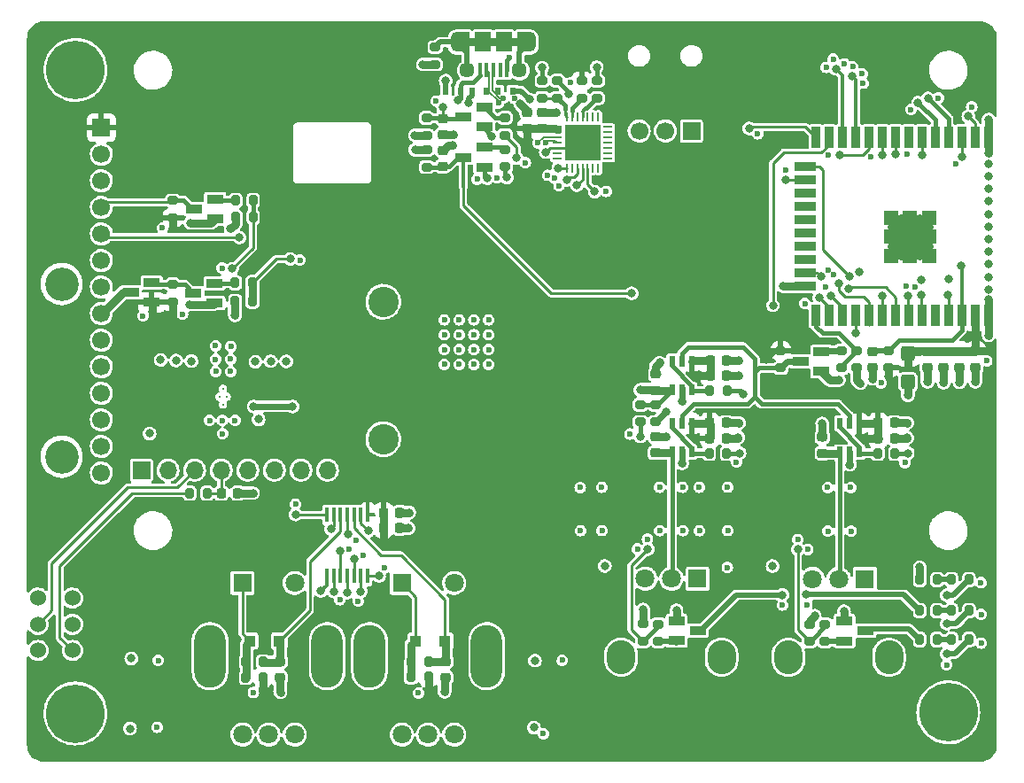
<source format=gbr>
%TF.GenerationSoftware,KiCad,Pcbnew,(6.0.10)*%
%TF.CreationDate,2023-12-08T02:10:06-05:00*%
%TF.ProjectId,Ultrasonic Sound Steering - Remote Rev. A,556c7472-6173-46f6-9e69-6320536f756e,rev?*%
%TF.SameCoordinates,Original*%
%TF.FileFunction,Copper,L4,Bot*%
%TF.FilePolarity,Positive*%
%FSLAX46Y46*%
G04 Gerber Fmt 4.6, Leading zero omitted, Abs format (unit mm)*
G04 Created by KiCad (PCBNEW (6.0.10)) date 2023-12-08 02:10:06*
%MOMM*%
%LPD*%
G01*
G04 APERTURE LIST*
G04 Aperture macros list*
%AMRoundRect*
0 Rectangle with rounded corners*
0 $1 Rounding radius*
0 $2 $3 $4 $5 $6 $7 $8 $9 X,Y pos of 4 corners*
0 Add a 4 corners polygon primitive as box body*
4,1,4,$2,$3,$4,$5,$6,$7,$8,$9,$2,$3,0*
0 Add four circle primitives for the rounded corners*
1,1,$1+$1,$2,$3*
1,1,$1+$1,$4,$5*
1,1,$1+$1,$6,$7*
1,1,$1+$1,$8,$9*
0 Add four rect primitives between the rounded corners*
20,1,$1+$1,$2,$3,$4,$5,0*
20,1,$1+$1,$4,$5,$6,$7,0*
20,1,$1+$1,$6,$7,$8,$9,0*
20,1,$1+$1,$8,$9,$2,$3,0*%
G04 Aperture macros list end*
%TA.AperFunction,ComponentPad*%
%ADD10R,1.800000X1.800000*%
%TD*%
%TA.AperFunction,ComponentPad*%
%ADD11C,1.800000*%
%TD*%
%TA.AperFunction,ComponentPad*%
%ADD12O,3.000000X6.000000*%
%TD*%
%TA.AperFunction,ConnectorPad*%
%ADD13C,5.600000*%
%TD*%
%TA.AperFunction,ComponentPad*%
%ADD14C,3.600000*%
%TD*%
%TA.AperFunction,ComponentPad*%
%ADD15R,1.700000X1.700000*%
%TD*%
%TA.AperFunction,ComponentPad*%
%ADD16C,1.700000*%
%TD*%
%TA.AperFunction,ComponentPad*%
%ADD17C,1.524000*%
%TD*%
%TA.AperFunction,ComponentPad*%
%ADD18O,2.720000X3.240000*%
%TD*%
%TA.AperFunction,ComponentPad*%
%ADD19C,0.300000*%
%TD*%
%TA.AperFunction,SMDPad,CuDef*%
%ADD20R,0.600000X0.700000*%
%TD*%
%TA.AperFunction,SMDPad,CuDef*%
%ADD21RoundRect,0.200000X-0.275000X0.200000X-0.275000X-0.200000X0.275000X-0.200000X0.275000X0.200000X0*%
%TD*%
%TA.AperFunction,SMDPad,CuDef*%
%ADD22RoundRect,0.200000X0.275000X-0.200000X0.275000X0.200000X-0.275000X0.200000X-0.275000X-0.200000X0*%
%TD*%
%TA.AperFunction,SMDPad,CuDef*%
%ADD23R,1.600200X0.863600*%
%TD*%
%TA.AperFunction,SMDPad,CuDef*%
%ADD24RoundRect,0.200000X0.200000X0.275000X-0.200000X0.275000X-0.200000X-0.275000X0.200000X-0.275000X0*%
%TD*%
%TA.AperFunction,ComponentPad*%
%ADD25O,1.700000X1.700000*%
%TD*%
%TA.AperFunction,ComponentPad*%
%ADD26C,3.200000*%
%TD*%
%TA.AperFunction,ComponentPad*%
%ADD27C,2.900000*%
%TD*%
%TA.AperFunction,SMDPad,CuDef*%
%ADD28RoundRect,0.225000X-0.250000X0.225000X-0.250000X-0.225000X0.250000X-0.225000X0.250000X0.225000X0*%
%TD*%
%TA.AperFunction,SMDPad,CuDef*%
%ADD29RoundRect,0.200000X-0.200000X-0.275000X0.200000X-0.275000X0.200000X0.275000X-0.200000X0.275000X0*%
%TD*%
%TA.AperFunction,SMDPad,CuDef*%
%ADD30R,0.355600X1.473200*%
%TD*%
%TA.AperFunction,SMDPad,CuDef*%
%ADD31R,0.558800X0.977900*%
%TD*%
%TA.AperFunction,SMDPad,CuDef*%
%ADD32RoundRect,0.250000X-0.425000X0.450000X-0.425000X-0.450000X0.425000X-0.450000X0.425000X0.450000X0*%
%TD*%
%TA.AperFunction,SMDPad,CuDef*%
%ADD33R,1.100000X1.100000*%
%TD*%
%TA.AperFunction,SMDPad,CuDef*%
%ADD34R,0.400000X1.350000*%
%TD*%
%TA.AperFunction,ComponentPad*%
%ADD35C,1.450000*%
%TD*%
%TA.AperFunction,SMDPad,CuDef*%
%ADD36R,1.200000X1.900000*%
%TD*%
%TA.AperFunction,SMDPad,CuDef*%
%ADD37R,1.500000X1.900000*%
%TD*%
%TA.AperFunction,ComponentPad*%
%ADD38O,1.200000X1.900000*%
%TD*%
%TA.AperFunction,SMDPad,CuDef*%
%ADD39RoundRect,0.225000X0.250000X-0.225000X0.250000X0.225000X-0.250000X0.225000X-0.250000X-0.225000X0*%
%TD*%
%TA.AperFunction,SMDPad,CuDef*%
%ADD40R,0.900000X2.000000*%
%TD*%
%TA.AperFunction,SMDPad,CuDef*%
%ADD41R,2.000000X0.900000*%
%TD*%
%TA.AperFunction,SMDPad,CuDef*%
%ADD42R,1.330000X1.330000*%
%TD*%
%TA.AperFunction,SMDPad,CuDef*%
%ADD43RoundRect,0.225000X-0.225000X-0.250000X0.225000X-0.250000X0.225000X0.250000X-0.225000X0.250000X0*%
%TD*%
%TA.AperFunction,SMDPad,CuDef*%
%ADD44RoundRect,0.062500X-0.337500X-0.062500X0.337500X-0.062500X0.337500X0.062500X-0.337500X0.062500X0*%
%TD*%
%TA.AperFunction,SMDPad,CuDef*%
%ADD45RoundRect,0.062500X-0.062500X-0.337500X0.062500X-0.337500X0.062500X0.337500X-0.062500X0.337500X0*%
%TD*%
%TA.AperFunction,ComponentPad*%
%ADD46C,0.500000*%
%TD*%
%TA.AperFunction,SMDPad,CuDef*%
%ADD47R,3.350000X3.350000*%
%TD*%
%TA.AperFunction,SMDPad,CuDef*%
%ADD48RoundRect,0.225000X0.225000X0.250000X-0.225000X0.250000X-0.225000X-0.250000X0.225000X-0.250000X0*%
%TD*%
%TA.AperFunction,ViaPad*%
%ADD49C,0.800000*%
%TD*%
%TA.AperFunction,ViaPad*%
%ADD50C,0.600000*%
%TD*%
%TA.AperFunction,Conductor*%
%ADD51C,0.800000*%
%TD*%
%TA.AperFunction,Conductor*%
%ADD52C,0.400000*%
%TD*%
%TA.AperFunction,Conductor*%
%ADD53C,0.500000*%
%TD*%
%TA.AperFunction,Conductor*%
%ADD54C,0.600000*%
%TD*%
%TA.AperFunction,Conductor*%
%ADD55C,0.250000*%
%TD*%
%TA.AperFunction,Conductor*%
%ADD56C,0.300000*%
%TD*%
%TA.AperFunction,Conductor*%
%ADD57C,0.350000*%
%TD*%
%TA.AperFunction,Conductor*%
%ADD58C,0.200000*%
%TD*%
G04 APERTURE END LIST*
D10*
%TO.P,SW1,1,S1*%
%TO.N,Sel2_*%
X121490000Y-96582500D03*
D11*
%TO.P,SW1,2,S2*%
%TO.N,GND*%
X126490000Y-96582500D03*
%TO.P,SW1,A,A*%
%TO.N,Net-(D8-Pad2)*%
X121490000Y-111082500D03*
%TO.P,SW1,B,B*%
%TO.N,GND*%
X126490000Y-111082500D03*
%TO.P,SW1,C,C*%
%TO.N,Net-(D12-Pad2)*%
X123990000Y-111082500D03*
D12*
%TO.P,SW1,S1,MP1*%
%TO.N,GND*%
X118390000Y-103582500D03*
%TO.P,SW1,S2,MP2*%
X129590000Y-103582500D03*
%TD*%
D10*
%TO.P,SW2,1*%
%TO.N,Sel1_*%
X136730000Y-96580000D03*
D11*
%TO.P,SW2,2*%
%TO.N,GND*%
X141730000Y-96580000D03*
%TO.P,SW2,A,A*%
%TO.N,Net-(D5-Pad2)*%
X136730000Y-111080000D03*
%TO.P,SW2,B,B*%
%TO.N,GND*%
X141730000Y-111080000D03*
%TO.P,SW2,C,C*%
%TO.N,Net-(D6-Pad2)*%
X139230000Y-111080000D03*
D12*
%TO.P,SW2,S1,MP1*%
%TO.N,GND*%
X133630000Y-103580000D03*
%TO.P,SW2,S2,MP2*%
X144830000Y-103580000D03*
%TD*%
D13*
%TO.P,H3,1,1*%
%TO.N,GND*%
X188960999Y-108957999D03*
D14*
X188960999Y-108957999D03*
%TD*%
D15*
%TO.P,J4,1,Pin_1*%
%TO.N,+3V3*%
X108011999Y-53062999D03*
D16*
%TO.P,J4,2,Pin_2*%
%TO.N,GND*%
X108008999Y-55601999D03*
%TO.P,J4,3,Pin_3*%
%TO.N,Net-(J4-Pad3)*%
X108008999Y-58141999D03*
%TO.P,J4,4,Pin_4*%
%TO.N,Net-(J4-Pad4)*%
X108008999Y-60681999D03*
%TO.P,J4,5,Pin_5*%
%TO.N,Net-(J4-Pad5)*%
X108008999Y-63221999D03*
%TO.P,J4,6,Pin_6*%
%TO.N,Net-(J4-Pad6)*%
X108008999Y-65761999D03*
%TO.P,J4,7,Pin_7*%
%TO.N,Net-(J4-Pad7)*%
X108008999Y-68301999D03*
%TO.P,J4,8,Pin_8*%
%TO.N,TFT_LED*%
X108008999Y-70838999D03*
%TO.P,J4,9,Pin_9*%
%TO.N,Net-(J4-Pad9)*%
X108008999Y-73378999D03*
%TO.P,J4,10,Pin_10*%
%TO.N,unconnected-(J4-Pad10)*%
X108008999Y-75918999D03*
%TO.P,J4,11,Pin_11*%
%TO.N,unconnected-(J4-Pad11)*%
X108008999Y-78458999D03*
%TO.P,J4,12,Pin_12*%
%TO.N,unconnected-(J4-Pad12)*%
X108008999Y-80998999D03*
%TO.P,J4,13,Pin_13*%
%TO.N,unconnected-(J4-Pad13)*%
X108008999Y-83538999D03*
%TO.P,J4,14,Pin_14*%
%TO.N,unconnected-(J4-Pad14)*%
X108008999Y-86078999D03*
%TD*%
D13*
%TO.P,H1,1,1*%
%TO.N,GND*%
X105539000Y-47538999D03*
D14*
X105539000Y-47538999D03*
%TD*%
D13*
%TO.P,H2,1,1*%
%TO.N,GND*%
X105538999Y-109060999D03*
D14*
X105538999Y-109060999D03*
%TD*%
D17*
%TO.P,S1,1*%
%TO.N,Net-(R4-Pad1)*%
X101950000Y-98035400D03*
%TO.P,S1,2*%
%TO.N,VBAT*%
X101950000Y-100535400D03*
%TO.P,S1,3*%
%TO.N,unconnected-(S1-Pad3)*%
X101950000Y-103035400D03*
%TO.P,S1,4*%
%TO.N,unconnected-(S1-Pad4)*%
X105250000Y-98035400D03*
%TO.P,S1,5*%
%TO.N,GND*%
X105250000Y-100535400D03*
%TO.P,S1,6*%
%TO.N,Net-(R1-Pad2)*%
X105250000Y-103035400D03*
%TD*%
D18*
%TO.P,RV2,*%
%TO.N,*%
X183285400Y-103692800D03*
X173685400Y-103692800D03*
D10*
%TO.P,RV2,1,1*%
%TO.N,Net-(R14-Pad2)*%
X180985400Y-96192800D03*
D11*
%TO.P,RV2,2,2*%
%TO.N,Net-(C18-Pad2)*%
X178485400Y-96192800D03*
%TO.P,RV2,3,3*%
%TO.N,Net-(R15-Pad1)*%
X175985400Y-96192800D03*
%TD*%
D19*
%TO.P,U3,12,12*%
%TO.N,GND*%
X119977182Y-78780000D03*
%TO.P,U3,13*%
X119277182Y-78780000D03*
%TO.P,U3,14*%
X119627182Y-78030000D03*
%TO.P,U3,15*%
X119627182Y-79530000D03*
%TD*%
D18*
%TO.P,RV1,*%
%TO.N,*%
X157685400Y-103675000D03*
X167285400Y-103675000D03*
D10*
%TO.P,RV1,1,1*%
%TO.N,Net-(R2-Pad2)*%
X164985400Y-96175000D03*
D11*
%TO.P,RV1,2,2*%
%TO.N,Net-(C3-Pad2)*%
X162485400Y-96175000D03*
%TO.P,RV1,3,3*%
%TO.N,Net-(R3-Pad1)*%
X159985400Y-96175000D03*
%TD*%
D20*
%TO.P,D11,1,A1*%
%TO.N,GND*%
X143420000Y-49550000D03*
%TO.P,D11,2,A2*%
%TO.N,/D-*%
X144820000Y-49550000D03*
%TD*%
D21*
%TO.P,R11,1*%
%TO.N,MCU_HB*%
X161254500Y-100515000D03*
%TO.P,R11,2*%
%TO.N,Net-(Q1-Pad1)*%
X161254500Y-102165000D03*
%TD*%
D22*
%TO.P,R35,1*%
%TO.N,Net-(R35-Pad1)*%
X151605000Y-50225000D03*
%TO.P,R35,2*%
%TO.N,VBUS*%
X151605000Y-48575000D03*
%TD*%
D23*
%TO.P,Q4,1,G*%
%TO.N,Net-(Q4-Pad1)*%
X118886000Y-59874999D03*
%TO.P,Q4,2,S*%
%TO.N,GND*%
X118886000Y-61775001D03*
%TO.P,Q4,3,D*%
%TO.N,Net-(J4-Pad4)*%
X116875000Y-60825000D03*
%TD*%
D24*
%TO.P,R1,1*%
%TO.N,Net-(C1-Pad1)*%
X118100000Y-88000000D03*
%TO.P,R1,2*%
%TO.N,Net-(R1-Pad2)*%
X116450000Y-88000000D03*
%TD*%
D15*
%TO.P,J1,1,Pin_1*%
%TO.N,unconnected-(J1-Pad1)*%
X111837144Y-85792499D03*
D25*
%TO.P,J1,2,Pin_2*%
%TO.N,GND*%
X114377144Y-85792499D03*
%TO.P,J1,3,Pin_3*%
%TO.N,VBAT*%
X116917144Y-85792499D03*
%TO.P,J1,4,Pin_4*%
%TO.N,Net-(C1-Pad1)*%
X119457144Y-85792499D03*
%TO.P,J1,5,Pin_5*%
%TO.N,GND*%
X121997144Y-85792499D03*
%TO.P,J1,6,Pin_6*%
%TO.N,unconnected-(J1-Pad6)*%
X124537144Y-85792499D03*
%TO.P,J1,7,Pin_7*%
%TO.N,GND*%
X127077144Y-85792499D03*
%TO.P,J1,8,Pin_8*%
%TO.N,+5V*%
X129617144Y-85792499D03*
D26*
%TO.P,J1,P$1,P$1*%
%TO.N,GND*%
X104217144Y-84523899D03*
%TO.P,J1,P$2,P$2*%
X104217144Y-68013899D03*
D27*
%TO.P,J1,S1,M1*%
X134951144Y-69698899D03*
%TO.P,J1,S2,M2*%
X134951144Y-82838899D03*
%TD*%
D28*
%TO.P,C35,1*%
%TO.N,GND*%
X140620000Y-55215000D03*
%TO.P,C35,2*%
%TO.N,EN_*%
X140620000Y-56765000D03*
%TD*%
D23*
%TO.P,Q3,1,G*%
%TO.N,Net-(Q3-Pad1)*%
X179025000Y-102125002D03*
%TO.P,Q3,2,S*%
%TO.N,GND*%
X179025000Y-100225000D03*
%TO.P,Q3,3,D*%
%TO.N,Net-(Q3-Pad3)*%
X181036000Y-101175001D03*
%TD*%
D24*
%TO.P,R33,1*%
%TO.N,+3V3*%
X123440000Y-105605000D03*
%TO.P,R33,2*%
%TO.N,Sel2_*%
X121790000Y-105605000D03*
%TD*%
D29*
%TO.P,R36,1*%
%TO.N,Sel2_*%
X121790000Y-104130000D03*
%TO.P,R36,2*%
%TO.N,Sel2_Filt*%
X123440000Y-104130000D03*
%TD*%
D30*
%TO.P,U5,1,1A*%
%TO.N,Enc1A*%
X133455800Y-95921000D03*
%TO.P,U5,2,1Y*%
%TO.N,Enc1A_*%
X132795400Y-95921000D03*
%TO.P,U5,3,2A*%
%TO.N,Enc1B*%
X132160400Y-95921000D03*
%TO.P,U5,4,2Y*%
%TO.N,Enc1B_*%
X131500000Y-95921000D03*
%TO.P,U5,5,3A*%
%TO.N,Enc2B*%
X130839600Y-95921000D03*
%TO.P,U5,6,3Y*%
%TO.N,Enc2B_*%
X130204600Y-95921000D03*
%TO.P,U5,7,GND*%
%TO.N,GND*%
X129544200Y-95921000D03*
%TO.P,U5,8,4Y*%
%TO.N,Enc2A_*%
X129544200Y-90079000D03*
%TO.P,U5,9,4A*%
%TO.N,Enc2A*%
X130204600Y-90079000D03*
%TO.P,U5,10,5Y*%
%TO.N,Sel2_Filt*%
X130839600Y-90079000D03*
%TO.P,U5,11,5A*%
%TO.N,Sel2*%
X131500000Y-90079000D03*
%TO.P,U5,12,6Y*%
%TO.N,Sel1_Filt*%
X132160400Y-90079000D03*
%TO.P,U5,13,6A*%
%TO.N,Sel1*%
X132795400Y-90079000D03*
%TO.P,U5,14,VCC*%
%TO.N,+3V3*%
X133455800Y-90079000D03*
%TD*%
D22*
%TO.P,R27,1*%
%TO.N,GND*%
X139910000Y-47015000D03*
%TO.P,R27,2*%
%TO.N,Net-(J3-Pad6)*%
X139910000Y-45365000D03*
%TD*%
D23*
%TO.P,Q8,1*%
%TO.N,Net-(Q7-Pad3)*%
X112820500Y-67875000D03*
%TO.P,Q8,2*%
%TO.N,+3V3*%
X112820500Y-69775002D03*
%TO.P,Q8,3*%
%TO.N,TFT_LED*%
X110809500Y-68825001D03*
%TD*%
D21*
%TO.P,R31,1*%
%TO.N,LB*%
X177165500Y-100525000D03*
%TO.P,R31,2*%
%TO.N,Net-(Q3-Pad1)*%
X177165500Y-102175000D03*
%TD*%
D31*
%TO.P,U2,1*%
%TO.N,Net-(R7-Pad1)*%
X164440000Y-78115250D03*
%TO.P,U2,2*%
%TO.N,GND*%
X163489999Y-78115250D03*
%TO.P,U2,3*%
%TO.N,Net-(C6-Pad2)*%
X162539998Y-78115250D03*
%TO.P,U2,4*%
%TO.N,Net-(R7-Pad1)*%
X162539998Y-75384750D03*
%TO.P,U2,5*%
%TO.N,PD#*%
X163489999Y-75384750D03*
%TO.P,U2,6*%
%TO.N,+3V3*%
X164440000Y-75384750D03*
%TD*%
D21*
%TO.P,R56,1*%
%TO.N,Net-(Q7-Pad3)*%
X114820500Y-68050000D03*
%TO.P,R56,2*%
%TO.N,+3V3*%
X114820500Y-69700000D03*
%TD*%
D23*
%TO.P,Q6,1,G*%
%TO.N,Net-(Q6-Pad1)*%
X144615500Y-54939999D03*
%TO.P,Q6,2,S*%
%TO.N,RTS*%
X144615500Y-56840001D03*
%TO.P,Q6,3,D*%
%TO.N,EN_*%
X142604500Y-55890000D03*
%TD*%
D22*
%TO.P,R12,1*%
%TO.N,MCU_HB*%
X159779500Y-102155000D03*
%TO.P,R12,2*%
%TO.N,GND*%
X159779500Y-100505000D03*
%TD*%
D21*
%TO.P,R17,1*%
%TO.N,+3V3*%
X172950000Y-74390000D03*
%TO.P,R17,2*%
%TO.N,PD#*%
X172950000Y-76040000D03*
%TD*%
D31*
%TO.P,U4,1*%
%TO.N,Net-(R16-Pad1)*%
X180470001Y-84065250D03*
%TO.P,U4,2*%
%TO.N,GND*%
X179520000Y-84065250D03*
%TO.P,U4,3*%
%TO.N,Net-(C18-Pad2)*%
X178569999Y-84065250D03*
%TO.P,U4,4*%
%TO.N,Net-(R16-Pad1)*%
X178569999Y-81334750D03*
%TO.P,U4,5*%
%TO.N,PD#*%
X179520000Y-81334750D03*
%TO.P,U4,6*%
%TO.N,+3V3*%
X180470001Y-81334750D03*
%TD*%
D28*
%TO.P,C6,1*%
%TO.N,GND*%
X160999999Y-76630000D03*
%TO.P,C6,2*%
%TO.N,Net-(C6-Pad2)*%
X160999999Y-78180000D03*
%TD*%
D15*
%TO.P,J2,1,Pin_1*%
%TO.N,RX2*%
X164410000Y-53380001D03*
D16*
%TO.P,J2,2,Pin_2*%
%TO.N,GND*%
X161910000Y-53380001D03*
%TO.P,J2,3,Pin_3*%
%TO.N,TX2*%
X159410000Y-53380001D03*
%TD*%
D23*
%TO.P,Q7,1,G*%
%TO.N,Net-(Q7-Pad1)*%
X118826000Y-67924999D03*
%TO.P,Q7,2,S*%
%TO.N,GND*%
X118826000Y-69825001D03*
%TO.P,Q7,3,D*%
%TO.N,Net-(Q7-Pad3)*%
X116815000Y-68875000D03*
%TD*%
D21*
%TO.P,R5,1*%
%TO.N,Net-(C6-Pad2)*%
X160995001Y-79554999D03*
%TO.P,R5,2*%
%TO.N,GND*%
X160995001Y-81204999D03*
%TD*%
%TO.P,R19,1*%
%TO.N,OA_LP*%
X180220000Y-74390000D03*
%TO.P,R19,2*%
%TO.N,GND*%
X180220000Y-76040000D03*
%TD*%
D20*
%TO.P,D9,1,A1*%
%TO.N,GND*%
X140920000Y-49550000D03*
%TO.P,D9,2,A2*%
%TO.N,VBUS*%
X142320000Y-49550000D03*
%TD*%
D32*
%TO.P,C39,1*%
%TO.N,+3V3*%
X185110000Y-74680000D03*
%TO.P,C39,2*%
%TO.N,GND*%
X185110000Y-77380000D03*
%TD*%
D24*
%TO.P,R49,1*%
%TO.N,TFT_ON{slash}PWM_BL_CTRL*%
X122445500Y-69675000D03*
%TO.P,R49,2*%
%TO.N,GND*%
X120795500Y-69675000D03*
%TD*%
D33*
%TO.P,D13,1,K*%
%TO.N,Sel2_Filt*%
X125012500Y-102130000D03*
%TO.P,D13,2,A*%
%TO.N,Sel2_*%
X122212500Y-102130000D03*
%TD*%
D22*
%TO.P,R44,1*%
%TO.N,RTS*%
X146590000Y-53775000D03*
%TO.P,R44,2*%
%TO.N,Net-(Q5-Pad1)*%
X146590000Y-52125000D03*
%TD*%
D24*
%TO.P,R24,1*%
%TO.N,+3V3*%
X139262500Y-105586250D03*
%TO.P,R24,2*%
%TO.N,Sel1_*%
X137612500Y-105586250D03*
%TD*%
%TO.P,R43,1*%
%TO.N,TFT_RST*%
X122505500Y-60025000D03*
%TO.P,R43,2*%
%TO.N,Net-(Q4-Pad1)*%
X120855500Y-60025000D03*
%TD*%
D22*
%TO.P,R45,1*%
%TO.N,DTR*%
X146600000Y-56815000D03*
%TO.P,R45,2*%
%TO.N,Net-(Q6-Pad1)*%
X146600000Y-55165000D03*
%TD*%
D21*
%TO.P,R47,1*%
%TO.N,IO0*%
X139090000Y-52135000D03*
%TO.P,R47,2*%
%TO.N,GND*%
X139090000Y-53785000D03*
%TD*%
D34*
%TO.P,J3,1,VBUS*%
%TO.N,VBUS*%
X144170000Y-47582500D03*
%TO.P,J3,2,D-*%
%TO.N,/D-*%
X144820000Y-47582500D03*
%TO.P,J3,3,D+*%
%TO.N,/D+*%
X145470000Y-47582500D03*
%TO.P,J3,4,ID*%
%TO.N,unconnected-(J3-Pad4)*%
X146120000Y-47582500D03*
%TO.P,J3,5,GND*%
%TO.N,GND*%
X146770000Y-47582500D03*
D35*
%TO.P,J3,6,Shield*%
%TO.N,Net-(J3-Pad6)*%
X147970000Y-47582500D03*
D36*
X148370000Y-44882500D03*
D37*
X144470000Y-44882500D03*
D36*
X142570000Y-44882500D03*
D38*
X148970000Y-44882500D03*
D35*
X142970000Y-47582500D03*
D38*
X141970000Y-44882500D03*
D37*
X146470000Y-44882500D03*
%TD*%
D39*
%TO.P,C37,1*%
%TO.N,GND*%
X186970000Y-75985000D03*
%TO.P,C37,2*%
%TO.N,+3V3*%
X186970000Y-74435000D03*
%TD*%
D40*
%TO.P,U7,1,GND*%
%TO.N,GND*%
X192810000Y-70990000D03*
%TO.P,U7,2,3V3*%
%TO.N,+3V3*%
X191540000Y-70990000D03*
%TO.P,U7,3,EN*%
%TO.N,EN_*%
X190270000Y-70990000D03*
%TO.P,U7,4,SENSOR_VP*%
%TO.N,ADC2*%
X189000000Y-70990000D03*
%TO.P,U7,5,SENSOR_VN*%
%TO.N,unconnected-(U7-Pad5)*%
X187730000Y-70990000D03*
%TO.P,U7,6,IO34*%
%TO.N,ADC1*%
X186460000Y-70990000D03*
%TO.P,U7,7,IO35*%
%TO.N,Net-(R30-Pad2)*%
X185190000Y-70990000D03*
%TO.P,U7,8,IO32*%
%TO.N,Sel1*%
X183920000Y-70990000D03*
%TO.P,U7,9,IO33*%
%TO.N,ADC0*%
X182650000Y-70990000D03*
%TO.P,U7,10,IO25*%
%TO.N,Sel2*%
X181380000Y-70990000D03*
%TO.P,U7,11,IO26*%
%TO.N,LB*%
X180110000Y-70990000D03*
%TO.P,U7,12,IO27*%
%TO.N,Enc2A*%
X178840000Y-70990000D03*
%TO.P,U7,13,IO14*%
%TO.N,Enc2B*%
X177570000Y-70990000D03*
%TO.P,U7,14,IO12*%
%TO.N,OA_LP*%
X176300000Y-70990000D03*
D41*
%TO.P,U7,15,GND*%
%TO.N,GND*%
X175300000Y-68205000D03*
%TO.P,U7,16,IO13*%
%TO.N,Enc1A*%
X175300000Y-66935000D03*
%TO.P,U7,17,SHD/SD2*%
%TO.N,unconnected-(U7-Pad17)*%
X175300000Y-65665000D03*
%TO.P,U7,18,SWP/SD3*%
%TO.N,unconnected-(U7-Pad18)*%
X175300000Y-64395000D03*
%TO.P,U7,19,SCS/CMD*%
%TO.N,unconnected-(U7-Pad19)*%
X175300000Y-63125000D03*
%TO.P,U7,20,SCK/CLK*%
%TO.N,unconnected-(U7-Pad20)*%
X175300000Y-61855000D03*
%TO.P,U7,21,SDO/SD0*%
%TO.N,unconnected-(U7-Pad21)*%
X175300000Y-60585000D03*
%TO.P,U7,22,SDI/SD1*%
%TO.N,unconnected-(U7-Pad22)*%
X175300000Y-59315000D03*
%TO.P,U7,23,IO15*%
%TO.N,TFT_DC*%
X175300000Y-58045000D03*
%TO.P,U7,24,IO2*%
%TO.N,MCU_HB*%
X175300000Y-56775000D03*
D40*
%TO.P,U7,25,IO0*%
%TO.N,IO0*%
X176300000Y-53990000D03*
%TO.P,U7,26,IO4*%
%TO.N,Enc1B*%
X177570000Y-53990000D03*
%TO.P,U7,27,IO16*%
%TO.N,TX2*%
X178840000Y-53990000D03*
%TO.P,U7,28,IO17*%
%TO.N,RX2*%
X180110000Y-53990000D03*
%TO.P,U7,29,IO5*%
%TO.N,TFT_CS~*%
X181380000Y-53990000D03*
%TO.P,U7,30,IO18*%
%TO.N,TFT_SCK*%
X182650000Y-53990000D03*
%TO.P,U7,31,IO19*%
%TO.N,TFT_MISO*%
X183920000Y-53990000D03*
%TO.P,U7,32*%
%TO.N,N/C*%
X185190000Y-53990000D03*
%TO.P,U7,33,IO21*%
%TO.N,TFT_ON{slash}PWM_BL_CTRL*%
X186460000Y-53990000D03*
%TO.P,U7,34,RXD0*%
%TO.N,ESP32_TXD0*%
X187730000Y-53990000D03*
%TO.P,U7,35,TXD0*%
%TO.N,ESP32_RXD0*%
X189000000Y-53990000D03*
%TO.P,U7,36,IO22*%
%TO.N,TFT_RST*%
X190270000Y-53990000D03*
%TO.P,U7,37,IO23*%
%TO.N,TFT_MOSI*%
X191540000Y-53990000D03*
%TO.P,U7,38,GND*%
%TO.N,GND*%
X192810000Y-53990000D03*
D42*
%TO.P,U7,39_1,GND*%
X187145000Y-65325000D03*
%TO.P,U7,39_2,GND*%
X187145000Y-63490000D03*
%TO.P,U7,39_3,GND*%
X187145000Y-61655000D03*
%TO.P,U7,39_4,GND*%
X185310000Y-65325000D03*
%TO.P,U7,39_5,GND*%
X185310000Y-63490000D03*
%TO.P,U7,39_6,GND*%
X185310000Y-61655000D03*
%TO.P,U7,39_7,GND*%
X183475000Y-65325000D03*
%TO.P,U7,39_8,GND*%
X183475000Y-63490000D03*
%TO.P,U7,39_9,GND*%
X183475000Y-61655000D03*
D19*
%TO.P,U7,39_10,GND*%
X187145000Y-64407500D03*
%TO.P,U7,39_11,GND*%
X187145000Y-62572500D03*
%TO.P,U7,39_12,GND*%
X186227500Y-65325000D03*
%TO.P,U7,39_13,GND*%
X186227500Y-63490000D03*
%TO.P,U7,39_14,GND*%
X186227500Y-61655000D03*
%TO.P,U7,39_15,GND*%
X185310000Y-64407500D03*
%TO.P,U7,39_16,GND*%
X185310000Y-62572500D03*
%TO.P,U7,39_17,GND*%
X184392500Y-65325000D03*
%TO.P,U7,39_18,GND*%
X184392500Y-63490000D03*
%TO.P,U7,39_19,GND*%
X184392500Y-61655000D03*
%TO.P,U7,39_20,GND*%
X183475000Y-64407500D03*
%TO.P,U7,39_21,GND*%
X183475000Y-62572500D03*
%TD*%
D24*
%TO.P,R50,1*%
%TO.N,TFT_ON{slash}PWM_BL_CTRL*%
X122445500Y-67875000D03*
%TO.P,R50,2*%
%TO.N,Net-(Q7-Pad1)*%
X120795500Y-67875000D03*
%TD*%
%TO.P,R42,1*%
%TO.N,TFT_RST*%
X122505500Y-61625000D03*
%TO.P,R42,2*%
%TO.N,GND*%
X120855500Y-61625000D03*
%TD*%
D43*
%TO.P,C10,1*%
%TO.N,+3V3*%
X166204999Y-76780000D03*
%TO.P,C10,2*%
%TO.N,GND*%
X167754999Y-76780000D03*
%TD*%
D22*
%TO.P,R26,1*%
%TO.N,+3V3*%
X183250000Y-76035000D03*
%TO.P,R26,2*%
%TO.N,EN_*%
X183250000Y-74385000D03*
%TD*%
D43*
%TO.P,C1,1*%
%TO.N,Net-(C1-Pad1)*%
X119475000Y-88000000D03*
%TO.P,C1,2*%
%TO.N,GND*%
X121025000Y-88000000D03*
%TD*%
D24*
%TO.P,R13,1*%
%TO.N,Net-(R13-Pad1)*%
X187880000Y-96270000D03*
%TO.P,R13,2*%
%TO.N,GND*%
X186230000Y-96270000D03*
%TD*%
%TO.P,R8,1*%
%TO.N,Net-(D3-Pad1)*%
X190930000Y-99220000D03*
%TO.P,R8,2*%
%TO.N,Net-(R57-Pad1)*%
X189280000Y-99220000D03*
%TD*%
%TO.P,R59,1*%
%TO.N,Net-(R40-Pad2)*%
X187870000Y-101990000D03*
%TO.P,R59,2*%
%TO.N,Net-(Q3-Pad3)*%
X186220000Y-101990000D03*
%TD*%
D44*
%TO.P,U6,1,~{DCD}*%
%TO.N,unconnected-(U6-Pad1)*%
X151540000Y-56000000D03*
%TO.P,U6,2,~{RI}/CLK*%
%TO.N,unconnected-(U6-Pad2)*%
X151540000Y-55500000D03*
%TO.P,U6,3,GND*%
%TO.N,GND*%
X151540000Y-55000000D03*
%TO.P,U6,4,D+*%
%TO.N,/D+*%
X151540000Y-54500000D03*
%TO.P,U6,5,D-*%
%TO.N,/D-*%
X151540000Y-54000000D03*
%TO.P,U6,6,VDD*%
%TO.N,+3V3*%
X151540000Y-53500000D03*
%TO.P,U6,7,VREGIN*%
X151540000Y-53000000D03*
D45*
%TO.P,U6,8,VBUS*%
%TO.N,Net-(R35-Pad1)*%
X152490000Y-52050000D03*
%TO.P,U6,9,~{RST}*%
%TO.N,Net-(R39-Pad2)*%
X152990000Y-52050000D03*
%TO.P,U6,10,NC*%
%TO.N,unconnected-(U6-Pad10)*%
X153490000Y-52050000D03*
%TO.P,U6,11,~{SUSPEND}*%
%TO.N,Net-(R41-Pad1)*%
X153990000Y-52050000D03*
%TO.P,U6,12,SUSPEND*%
%TO.N,unconnected-(U6-Pad12)*%
X154490000Y-52050000D03*
%TO.P,U6,13,CHREN*%
%TO.N,unconnected-(U6-Pad13)*%
X154990000Y-52050000D03*
%TO.P,U6,14,CHR1*%
%TO.N,unconnected-(U6-Pad14)*%
X155490000Y-52050000D03*
D44*
%TO.P,U6,15,CHR0*%
%TO.N,unconnected-(U6-Pad15)*%
X156440000Y-53000000D03*
%TO.P,U6,16,~{WAKEUP}/GPIO.3*%
%TO.N,unconnected-(U6-Pad16)*%
X156440000Y-53500000D03*
%TO.P,U6,17,RS485/GPIO.2*%
%TO.N,unconnected-(U6-Pad17)*%
X156440000Y-54000000D03*
%TO.P,U6,18,~{RXT}/GPIO.1*%
%TO.N,unconnected-(U6-Pad18)*%
X156440000Y-54500000D03*
%TO.P,U6,19,~{TXT}/GPIO.0*%
%TO.N,unconnected-(U6-Pad19)*%
X156440000Y-55000000D03*
%TO.P,U6,20,GPIO.6*%
%TO.N,unconnected-(U6-Pad20)*%
X156440000Y-55500000D03*
%TO.P,U6,21,GPIO.5*%
%TO.N,unconnected-(U6-Pad21)*%
X156440000Y-56000000D03*
D45*
%TO.P,U6,22,GPIO.4*%
%TO.N,unconnected-(U6-Pad22)*%
X155490000Y-56950000D03*
%TO.P,U6,23,~{CTS}*%
%TO.N,unconnected-(U6-Pad23)*%
X154990000Y-56950000D03*
%TO.P,U6,24,~{RTS}*%
%TO.N,RTS*%
X154490000Y-56950000D03*
%TO.P,U6,25,RXD*%
%TO.N,ESP32_TXD0*%
X153990000Y-56950000D03*
%TO.P,U6,26,TXD*%
%TO.N,ESP32_RXD0*%
X153490000Y-56950000D03*
%TO.P,U6,27,~{DSR}*%
%TO.N,unconnected-(U6-Pad27)*%
X152990000Y-56950000D03*
%TO.P,U6,28,~{DTR}*%
%TO.N,DTR*%
X152490000Y-56950000D03*
D46*
%TO.P,U6,29,GND*%
%TO.N,GND*%
X154990000Y-53500000D03*
D47*
X153990000Y-54500000D03*
D46*
X153990000Y-55500000D03*
X152990000Y-55500000D03*
X154990000Y-55500000D03*
X153990000Y-54500000D03*
X154990000Y-54500000D03*
X153990000Y-53500000D03*
X152990000Y-53500000D03*
X152990000Y-54500000D03*
%TD*%
D43*
%TO.P,C20,1*%
%TO.N,+3V3*%
X182265000Y-81270000D03*
%TO.P,C20,2*%
%TO.N,GND*%
X183815000Y-81270000D03*
%TD*%
D29*
%TO.P,R6,1*%
%TO.N,Net-(R6-Pad1)*%
X166115000Y-84190000D03*
%TO.P,R6,2*%
%TO.N,ADC0*%
X167765000Y-84190000D03*
%TD*%
D22*
%TO.P,R37,1*%
%TO.N,Net-(R35-Pad1)*%
X150155000Y-50225000D03*
%TO.P,R37,2*%
%TO.N,GND*%
X150155000Y-48575000D03*
%TD*%
D43*
%TO.P,C19,1*%
%TO.N,+3V3*%
X182265000Y-82730000D03*
%TO.P,C19,2*%
%TO.N,GND*%
X183815000Y-82730000D03*
%TD*%
D24*
%TO.P,R40,1*%
%TO.N,Net-(D14-Pad1)*%
X190930000Y-101990000D03*
%TO.P,R40,2*%
%TO.N,Net-(R40-Pad2)*%
X189280000Y-101990000D03*
%TD*%
D22*
%TO.P,R46,1*%
%TO.N,+3V3*%
X114850000Y-61675000D03*
%TO.P,R46,2*%
%TO.N,Net-(J4-Pad4)*%
X114850000Y-60025000D03*
%TD*%
D28*
%TO.P,C27,1*%
%TO.N,Sel1_Filt*%
X140927500Y-104086250D03*
%TO.P,C27,2*%
%TO.N,GND*%
X140927500Y-105636250D03*
%TD*%
D22*
%TO.P,R41,1*%
%TO.N,Net-(R41-Pad1)*%
X155400000Y-50245000D03*
%TO.P,R41,2*%
%TO.N,GND*%
X155400000Y-48595000D03*
%TD*%
D20*
%TO.P,D10,1,A1*%
%TO.N,GND*%
X147320000Y-49550000D03*
%TO.P,D10,2,A2*%
%TO.N,/D+*%
X145920000Y-49550000D03*
%TD*%
D23*
%TO.P,Q1,1,G*%
%TO.N,Net-(Q1-Pad1)*%
X162984500Y-102110001D03*
%TO.P,Q1,2,S*%
%TO.N,GND*%
X162984500Y-100209999D03*
%TO.P,Q1,3,D*%
%TO.N,Net-(Q1-Pad3)*%
X164995500Y-101160000D03*
%TD*%
D24*
%TO.P,R57,1*%
%TO.N,Net-(R57-Pad1)*%
X187875000Y-99220000D03*
%TO.P,R57,2*%
%TO.N,Net-(Q1-Pad3)*%
X186225000Y-99220000D03*
%TD*%
D39*
%TO.P,C26,1*%
%TO.N,GND*%
X181710000Y-75985000D03*
%TO.P,C26,2*%
%TO.N,EN_*%
X181710000Y-74435000D03*
%TD*%
D29*
%TO.P,R16,1*%
%TO.N,Net-(R16-Pad1)*%
X182215000Y-84190000D03*
%TO.P,R16,2*%
%TO.N,ADC2*%
X183865000Y-84190000D03*
%TD*%
D28*
%TO.P,C31,1*%
%TO.N,GND*%
X150160000Y-51580000D03*
%TO.P,C31,2*%
%TO.N,+3V3*%
X150160000Y-53130000D03*
%TD*%
%TO.P,C38,1*%
%TO.N,IO0*%
X140620000Y-52185000D03*
%TO.P,C38,2*%
%TO.N,GND*%
X140620000Y-53735000D03*
%TD*%
D22*
%TO.P,R18,1*%
%TO.N,OA_LP*%
X178740000Y-76040000D03*
%TO.P,R18,2*%
%TO.N,Net-(Q2-Pad1)*%
X178740000Y-74390000D03*
%TD*%
D43*
%TO.P,C11,1*%
%TO.N,+3V3*%
X166209999Y-75320000D03*
%TO.P,C11,2*%
%TO.N,GND*%
X167759999Y-75320000D03*
%TD*%
D39*
%TO.P,C36,1*%
%TO.N,GND*%
X188500000Y-75985000D03*
%TO.P,C36,2*%
%TO.N,+3V3*%
X188500000Y-74435000D03*
%TD*%
D24*
%TO.P,R58,1*%
%TO.N,Net-(D4-Pad1)*%
X190931831Y-96270000D03*
%TO.P,R58,2*%
%TO.N,Net-(R13-Pad1)*%
X189281831Y-96270000D03*
%TD*%
D31*
%TO.P,U1,1*%
%TO.N,Net-(R6-Pad1)*%
X164440001Y-84060001D03*
%TO.P,U1,2*%
%TO.N,GND*%
X163490000Y-84060001D03*
%TO.P,U1,3*%
%TO.N,Net-(C3-Pad2)*%
X162539999Y-84060001D03*
%TO.P,U1,4*%
%TO.N,Net-(R6-Pad1)*%
X162539999Y-81329501D03*
%TO.P,U1,5*%
%TO.N,PD#*%
X163490000Y-81329501D03*
%TO.P,U1,6*%
%TO.N,+3V3*%
X164440001Y-81329501D03*
%TD*%
D28*
%TO.P,C29,1*%
%TO.N,GND*%
X148700000Y-51580000D03*
%TO.P,C29,2*%
%TO.N,+3V3*%
X148700000Y-53130000D03*
%TD*%
D22*
%TO.P,R29,1*%
%TO.N,LB*%
X175705500Y-102175000D03*
%TO.P,R29,2*%
%TO.N,GND*%
X175705500Y-100525000D03*
%TD*%
D28*
%TO.P,C32,1*%
%TO.N,Sel2_Filt*%
X125090000Y-104080000D03*
%TO.P,C32,2*%
%TO.N,GND*%
X125090000Y-105630000D03*
%TD*%
D22*
%TO.P,R4,1*%
%TO.N,Net-(R4-Pad1)*%
X159525001Y-81194999D03*
%TO.P,R4,2*%
%TO.N,Net-(C6-Pad2)*%
X159525001Y-79544999D03*
%TD*%
D39*
%TO.P,C33,1*%
%TO.N,GND*%
X191557500Y-75980000D03*
%TO.P,C33,2*%
%TO.N,+3V3*%
X191557500Y-74430000D03*
%TD*%
D21*
%TO.P,R48,1*%
%TO.N,GND*%
X139090000Y-55180000D03*
%TO.P,R48,2*%
%TO.N,EN_*%
X139090000Y-56830000D03*
%TD*%
D29*
%TO.P,R7,1*%
%TO.N,Net-(R7-Pad1)*%
X166155000Y-78240000D03*
%TO.P,R7,2*%
%TO.N,ADC1*%
X167805000Y-78240000D03*
%TD*%
D23*
%TO.P,Q2,1,G*%
%TO.N,Net-(Q2-Pad1)*%
X176836000Y-74464998D03*
%TO.P,Q2,2,S*%
%TO.N,GND*%
X176836000Y-76365000D03*
%TO.P,Q2,3,D*%
%TO.N,PD#*%
X174825000Y-75414999D03*
%TD*%
D43*
%TO.P,C9,1*%
%TO.N,+3V3*%
X166165001Y-81270001D03*
%TO.P,C9,2*%
%TO.N,GND*%
X167715001Y-81270001D03*
%TD*%
D23*
%TO.P,Q5,1,G*%
%TO.N,Net-(Q5-Pad1)*%
X144605500Y-51069999D03*
%TO.P,Q5,2,S*%
%TO.N,DTR*%
X144605500Y-52970001D03*
%TO.P,Q5,3,D*%
%TO.N,IO0*%
X142594500Y-52020000D03*
%TD*%
D28*
%TO.P,C18,1*%
%TO.N,GND*%
X176920000Y-82625000D03*
%TO.P,C18,2*%
%TO.N,Net-(C18-Pad2)*%
X176920000Y-84175000D03*
%TD*%
D21*
%TO.P,R39,1*%
%TO.N,+3V3*%
X153940000Y-48590000D03*
%TO.P,R39,2*%
%TO.N,Net-(R39-Pad2)*%
X153940000Y-50240000D03*
%TD*%
D39*
%TO.P,C34,1*%
%TO.N,GND*%
X190027500Y-75990000D03*
%TO.P,C34,2*%
%TO.N,+3V3*%
X190027500Y-74440000D03*
%TD*%
D43*
%TO.P,C8,1*%
%TO.N,+3V3*%
X166165001Y-82730001D03*
%TO.P,C8,2*%
%TO.N,GND*%
X167715001Y-82730001D03*
%TD*%
D28*
%TO.P,C3,1*%
%TO.N,GND*%
X160970000Y-82589501D03*
%TO.P,C3,2*%
%TO.N,Net-(C3-Pad2)*%
X160970000Y-84139501D03*
%TD*%
D29*
%TO.P,R25,1*%
%TO.N,Sel1_*%
X137627500Y-104136250D03*
%TO.P,R25,2*%
%TO.N,Sel1_Filt*%
X139277500Y-104136250D03*
%TD*%
D33*
%TO.P,D7,1,K*%
%TO.N,Sel1_Filt*%
X140850000Y-102121250D03*
%TO.P,D7,2,A*%
%TO.N,Sel1_*%
X138050000Y-102121250D03*
%TD*%
D48*
%TO.P,C21,1*%
%TO.N,GND*%
X136535000Y-91330000D03*
%TO.P,C21,2*%
%TO.N,+3V3*%
X134985000Y-91330000D03*
%TD*%
D43*
%TO.P,C22,1*%
%TO.N,+3V3*%
X134985000Y-89850000D03*
%TO.P,C22,2*%
%TO.N,GND*%
X136535000Y-89850000D03*
%TD*%
D49*
%TO.N,GND*%
X180567655Y-77497655D03*
D50*
X145032000Y-72854000D03*
X120370000Y-75180000D03*
D49*
X185034500Y-81290000D03*
X176190000Y-99720000D03*
X137975001Y-53785001D03*
D50*
X143916944Y-57983056D03*
X151750000Y-58600000D03*
D49*
X120370000Y-62735500D03*
X192830000Y-67320000D03*
D50*
X177272379Y-47304401D03*
D49*
X162984499Y-99200001D03*
X161370000Y-75520000D03*
D50*
X120780000Y-81040000D03*
D49*
X192830000Y-60120000D03*
X178989999Y-99289999D03*
X124197182Y-75390000D03*
D50*
X143618000Y-75682000D03*
D49*
X150130000Y-47320000D03*
D50*
X145032000Y-75682000D03*
D49*
X161998935Y-82589500D03*
X125125000Y-107030000D03*
X176904750Y-81347375D03*
D50*
X147490000Y-50264500D03*
X147000000Y-46382500D03*
D49*
X110865000Y-103800000D03*
D50*
X177960000Y-46520000D03*
D49*
X148060000Y-50790000D03*
D50*
X138310000Y-107110000D03*
X126560000Y-89050000D03*
X177500000Y-66694500D03*
X132390000Y-92500000D03*
X118940000Y-76360000D03*
D49*
X190040000Y-77400000D03*
D50*
X163600000Y-91590000D03*
D49*
X192830000Y-64920000D03*
X116520000Y-62174500D03*
D50*
X188800000Y-104420000D03*
X143618000Y-71440000D03*
X152844977Y-48755023D03*
D49*
X178500000Y-77189500D03*
X120770000Y-71010000D03*
X185034500Y-82710000D03*
X140812500Y-106986250D03*
D50*
X174570000Y-92410000D03*
X192090000Y-102330000D03*
X142204000Y-71440000D03*
X140790000Y-72854000D03*
X165180000Y-91590000D03*
X192076737Y-96557716D03*
D49*
X113670000Y-75260000D03*
X141618698Y-54708698D03*
D50*
X188010000Y-50220000D03*
X175530000Y-93370000D03*
D49*
X112620001Y-82299999D03*
D50*
X175440000Y-98660000D03*
X177430000Y-87460000D03*
X159250000Y-93340000D03*
X119577182Y-81040000D03*
X185385535Y-51325500D03*
X179040000Y-46970000D03*
D49*
X186367500Y-67585000D03*
D50*
X115770000Y-70890000D03*
D49*
X172155400Y-94975002D03*
D50*
X140790000Y-75682000D03*
D49*
X122500000Y-88000000D03*
X186977500Y-77360000D03*
D50*
X143618000Y-72854000D03*
D49*
X163505001Y-79180001D03*
D50*
X175250000Y-69880000D03*
X145810879Y-57849064D03*
D49*
X168939999Y-75320000D03*
X192830000Y-57720000D03*
D50*
X163570000Y-87440000D03*
D49*
X143150000Y-50700000D03*
D50*
X113340000Y-110380000D03*
D49*
X188507500Y-77445000D03*
X155360000Y-47280000D03*
X150491379Y-55402105D03*
D50*
X185770000Y-68330000D03*
D49*
X168886635Y-82656635D03*
X192830000Y-56520000D03*
X137428191Y-89850001D03*
X180470000Y-66874500D03*
D50*
X142204000Y-74268000D03*
D49*
X138735002Y-47015000D03*
D50*
X119587182Y-82310000D03*
X173450000Y-57134500D03*
X150250000Y-111000000D03*
D49*
X115150000Y-75320000D03*
X141664999Y-53735001D03*
X168950001Y-81290001D03*
D50*
X113440000Y-104000000D03*
D49*
X116430000Y-69960000D03*
D50*
X120400000Y-73970000D03*
X118350000Y-81040000D03*
X140790000Y-74268000D03*
X177270000Y-68320000D03*
X184950000Y-68220000D03*
D49*
X192830000Y-63720000D03*
D50*
X155840000Y-87440000D03*
X145032000Y-74268000D03*
X132560000Y-98320000D03*
X161360000Y-87430000D03*
X118920000Y-73920000D03*
X167840000Y-95100000D03*
X192100000Y-99580000D03*
D49*
X125680000Y-75400000D03*
X192830000Y-66120000D03*
X185099998Y-78659999D03*
D50*
X177520000Y-55710000D03*
X152050000Y-103960000D03*
D49*
X116610000Y-75370000D03*
D50*
X145032000Y-71440000D03*
D49*
X186230000Y-95090000D03*
D50*
X119550000Y-66480000D03*
X185018056Y-55568056D03*
X177450000Y-91640000D03*
D49*
X192815000Y-55535000D03*
X149359999Y-110404689D03*
D50*
X156270000Y-59150000D03*
D49*
X122727182Y-75430000D03*
X156130000Y-94954998D03*
D50*
X143618000Y-74268000D03*
X118930000Y-75200000D03*
D49*
X192810000Y-52290000D03*
D50*
X167880000Y-91570000D03*
D49*
X137990000Y-55170000D03*
D50*
X113840000Y-62660000D03*
D49*
X192815000Y-69485000D03*
D50*
X170740000Y-53650000D03*
X179830000Y-47240000D03*
X161380000Y-91590000D03*
X153800000Y-91590000D03*
D49*
X191540000Y-77360000D03*
X159783885Y-99120615D03*
D50*
X181570000Y-55830000D03*
X191200000Y-51080000D03*
D49*
X181709999Y-77058998D03*
X161961611Y-80248282D03*
D50*
X122540000Y-107060000D03*
X142204000Y-72854000D03*
X178030000Y-67110000D03*
D49*
X192830000Y-58920000D03*
X192830000Y-62520000D03*
X192820000Y-72930000D03*
D50*
X111990000Y-71050000D03*
X167850000Y-87420000D03*
D49*
X151460000Y-51580000D03*
D50*
X150660000Y-57620000D03*
D49*
X192830000Y-61320000D03*
D50*
X173110000Y-98690000D03*
X148530000Y-56410000D03*
X192630000Y-75340000D03*
X179670000Y-91640000D03*
D49*
X163525000Y-85150000D03*
D50*
X142204000Y-75682000D03*
X140010000Y-50500000D03*
D49*
X110750000Y-110500000D03*
D50*
X155870000Y-91570000D03*
D49*
X149454999Y-104006001D03*
D50*
X120360000Y-76370000D03*
X182530000Y-77470000D03*
X140790000Y-71440000D03*
X165160000Y-87430000D03*
X160200000Y-92390000D03*
D49*
X123037182Y-80940000D03*
D50*
X133060000Y-93920000D03*
X135080000Y-95140000D03*
X153780000Y-87450000D03*
D49*
X192830000Y-68520000D03*
X140920000Y-48570000D03*
D50*
X127000000Y-65730000D03*
X131720000Y-93360000D03*
X130790000Y-98180000D03*
D49*
X129000000Y-97350000D03*
D50*
X189670667Y-56558785D03*
D49*
X148940000Y-50364500D03*
D50*
X179640000Y-87470000D03*
D49*
X189030000Y-67510000D03*
D50*
X180720000Y-47930000D03*
X151360000Y-57900000D03*
D49*
X179550000Y-85275000D03*
X173185500Y-68216227D03*
D50*
X168720000Y-85040000D03*
D49*
X137386595Y-91340001D03*
D50*
X180820000Y-48810000D03*
X158530023Y-82350023D03*
D49*
X168929999Y-76725500D03*
D50*
X184820000Y-85080000D03*
D49*
%TO.N,TFT_CS~*%
X178609943Y-55639943D03*
%TO.N,TFT_DC*%
X173378392Y-58081298D03*
%TO.N,TFT_MOSI*%
X190870000Y-51990000D03*
%TO.N,TFT_SCK*%
X182650000Y-55640000D03*
%TO.N,TFT_MISO*%
X183919999Y-55589999D03*
%TO.N,Enc1A_*%
X132790919Y-97391998D03*
%TO.N,Enc1B_*%
X131500000Y-97490000D03*
%TO.N,Enc2A_*%
X126570000Y-90040000D03*
%TO.N,Enc2B_*%
X130204600Y-97395400D03*
%TO.N,LB*%
X174600000Y-93370000D03*
X180110001Y-72735309D03*
%TO.N,Net-(D3-Pad1)*%
X188830000Y-100460000D03*
%TO.N,MCU_HB*%
X179498752Y-67272160D03*
X160240000Y-93340000D03*
%TO.N,ADC0*%
X169000000Y-84170000D03*
X182630000Y-69110000D03*
%TO.N,ADC1*%
X186377500Y-69085000D03*
X169381002Y-78499999D03*
%TO.N,Net-(C6-Pad2)*%
X159510000Y-78130000D03*
%TO.N,TFT_RST*%
X190273767Y-55825420D03*
X120497937Y-66534508D03*
%TO.N,TFT_ON{slash}PWM_BL_CTRL*%
X126062500Y-65612500D03*
X186453077Y-55711614D03*
%TO.N,RX2*%
X179758528Y-48169863D03*
%TO.N,TX2*%
X178214533Y-47444533D03*
%TO.N,Net-(D4-Pad1)*%
X188800000Y-97760000D03*
%TO.N,Net-(Q1-Pad3)*%
X173099999Y-97719999D03*
X175384532Y-97712119D03*
%TO.N,Enc1A*%
X134550000Y-95910000D03*
X176771394Y-67303341D03*
%TO.N,Enc1B*%
X132150000Y-94260000D03*
X172194782Y-70045218D03*
%TO.N,/VIN*%
X126287182Y-79710000D03*
X122567182Y-79710000D03*
%TO.N,Enc2A*%
X129973688Y-91421002D03*
X177717835Y-69157257D03*
%TO.N,Enc2B*%
X130810000Y-93545500D03*
X176630000Y-69340000D03*
%TO.N,Sel1*%
X133510309Y-91595000D03*
X179415500Y-68430000D03*
%TO.N,Sel2*%
X131585000Y-91955000D03*
X178481539Y-67945265D03*
%TO.N,Net-(D14-Pad1)*%
X188820000Y-103360000D03*
%TO.N,Net-(J4-Pad5)*%
X121210000Y-63565500D03*
%TO.N,ADC2*%
X188950000Y-69090000D03*
X185080000Y-84170000D03*
%TO.N,EN_*%
X158700000Y-68900000D03*
X190210000Y-66280000D03*
%TO.N,IO0*%
X140670000Y-51120000D03*
X169929999Y-53129999D03*
D50*
%TO.N,+3V3*%
X112170000Y-78650000D03*
X156720000Y-70730000D03*
X148720000Y-78730000D03*
X111170000Y-78650000D03*
D49*
X123500000Y-106955000D03*
D50*
X143058000Y-66500000D03*
X110160000Y-76670000D03*
D49*
X148690000Y-54220000D03*
D50*
X145720000Y-81730000D03*
X155120000Y-81940000D03*
X110170000Y-77650000D03*
X161370000Y-90500000D03*
X138816000Y-66500000D03*
X153720000Y-73730000D03*
X112170000Y-79650000D03*
X148120000Y-88940000D03*
D49*
X185120000Y-76030500D03*
X112409999Y-110314689D03*
D50*
X163580000Y-90500000D03*
X145886000Y-66500000D03*
X111170000Y-79650000D03*
X163580000Y-88500000D03*
X150720000Y-76730000D03*
X139336000Y-59700000D03*
X151720000Y-75730000D03*
X112170000Y-77650000D03*
X157120000Y-79940000D03*
X153790000Y-88530000D03*
X179650000Y-89550000D03*
X152120000Y-84940000D03*
X161370000Y-89500000D03*
D49*
X139262500Y-106911250D03*
X116750000Y-83220002D03*
X114840000Y-70740000D03*
X168835398Y-94967082D03*
D50*
X177440000Y-88550000D03*
X179650000Y-90550000D03*
X155720000Y-71730000D03*
X140230000Y-66500000D03*
X163580000Y-89500000D03*
X165170000Y-90500000D03*
X152720000Y-74730000D03*
X154720000Y-72730000D03*
X111160000Y-76670000D03*
X137922000Y-59700000D03*
X177440000Y-89550000D03*
D49*
X191438155Y-100286639D03*
X183280000Y-76870000D03*
D50*
X129438000Y-59700000D03*
X111170000Y-80600000D03*
D49*
X114820000Y-62720000D03*
X151115001Y-103869999D03*
D50*
X133680000Y-59700000D03*
D49*
X112870000Y-70680000D03*
X112531942Y-103722536D03*
D50*
X167860000Y-88480000D03*
X143720000Y-83730000D03*
X167860000Y-90480000D03*
X151120000Y-85940000D03*
X144720000Y-82730000D03*
X130852000Y-59700000D03*
X112160000Y-76670000D03*
X111170000Y-77650000D03*
X130332000Y-66500000D03*
X134574000Y-66500000D03*
X112170000Y-80600000D03*
X153790000Y-89530000D03*
X132266000Y-59700000D03*
X149720000Y-77730000D03*
D49*
X135000000Y-92790000D03*
D50*
X144472000Y-66500000D03*
D49*
X151012501Y-110263513D03*
D50*
X126610000Y-59700000D03*
X149120000Y-87940000D03*
X131746000Y-66500000D03*
X110170000Y-79650000D03*
X137402000Y-66500000D03*
X146720000Y-80730000D03*
D49*
X192911248Y-74430000D03*
D50*
X179650000Y-88550000D03*
X153120000Y-83940000D03*
X161370000Y-88500000D03*
X177440000Y-90550000D03*
X140750000Y-59700000D03*
D49*
X108170000Y-111300000D03*
D50*
X133160000Y-66500000D03*
X128024000Y-59700000D03*
X135094000Y-59700000D03*
X155850000Y-88510000D03*
X154120000Y-82940000D03*
X110170000Y-78650000D03*
X147720000Y-79730000D03*
X155850000Y-90510000D03*
X110170000Y-80600000D03*
X153790000Y-90530000D03*
X165170000Y-89500000D03*
D49*
X191300000Y-103110000D03*
X171560000Y-75210000D03*
D50*
X165170000Y-88500000D03*
X156120000Y-80940000D03*
X147300000Y-66500000D03*
X155850000Y-89510000D03*
X136508000Y-59700000D03*
D49*
X165300001Y-76780001D03*
D50*
X167860000Y-89480000D03*
X141644000Y-66500000D03*
D49*
X184845400Y-95047082D03*
D50*
X135988000Y-66500000D03*
X150120000Y-86940000D03*
D49*
X181035001Y-82759999D03*
D50*
X157720000Y-69730000D03*
D49*
X191498863Y-97311119D03*
%TO.N,VBUS*%
X152711920Y-49853070D03*
X142130000Y-50450000D03*
D50*
%TO.N,/D+*%
X150450000Y-54500000D03*
X146440000Y-50230000D03*
%TO.N,/D-*%
X145960000Y-50720000D03*
X149750000Y-54520000D03*
D49*
%TO.N,Net-(R4-Pad1)*%
X159525000Y-82575000D03*
%TO.N,DTR*%
X145300000Y-53858697D03*
X151680000Y-56950000D03*
X146760023Y-57822987D03*
%TO.N,RTS*%
X147692193Y-55963195D03*
X144862650Y-57898237D03*
X155161754Y-59178070D03*
%TO.N,Net-(R30-Pad2)*%
X185140000Y-69160000D03*
%TO.N,ESP32_TXD0*%
X153458272Y-58545500D03*
X186065088Y-50662354D03*
%TO.N,ESP32_RXD0*%
X152539795Y-58037704D03*
X187035377Y-50262362D03*
%TD*%
D51*
%TO.N,GND*%
X192815000Y-71185000D02*
X192815000Y-69485000D01*
X139910000Y-47015000D02*
X138735002Y-47015000D01*
X186227500Y-61655000D02*
X186227500Y-65325000D01*
D52*
X150155000Y-47345000D02*
X150130000Y-47320000D01*
D51*
X160970000Y-82589501D02*
X161998935Y-82589500D01*
X125090000Y-105705000D02*
X125090000Y-106995000D01*
X160999999Y-76630000D02*
X160999999Y-75890001D01*
X184392500Y-64407500D02*
X183475000Y-65325000D01*
X186867500Y-62572500D02*
X186910000Y-62530000D01*
X177660500Y-77189500D02*
X178500000Y-77189500D01*
D53*
X147320000Y-49550000D02*
X148125500Y-49550000D01*
D51*
X150160000Y-51580000D02*
X151460000Y-51580000D01*
X184392500Y-61655000D02*
X184392500Y-63490000D01*
X187145000Y-64407500D02*
X183475000Y-64407500D01*
D52*
X146770000Y-47582500D02*
X146770000Y-46612500D01*
D54*
X179530000Y-84015500D02*
X179530000Y-85255000D01*
D51*
X192820000Y-72930000D02*
X192820000Y-71000000D01*
D54*
X163505000Y-77940500D02*
X163505000Y-79180000D01*
D51*
X176836000Y-76365000D02*
X177660500Y-77189500D01*
D54*
X161004894Y-81204999D02*
X161961611Y-80248282D01*
D52*
X146770000Y-46612500D02*
X147000000Y-46382500D01*
D51*
X140812500Y-105676250D02*
X140812500Y-106986250D01*
X168895499Y-76760000D02*
X168929999Y-76725500D01*
D53*
X148125500Y-49550000D02*
X148940000Y-50364500D01*
D51*
X141126302Y-54708698D02*
X141618698Y-54708698D01*
X184392500Y-64407500D02*
X183475000Y-63490000D01*
D55*
X153490000Y-55000000D02*
X153990000Y-54500000D01*
D51*
X138000000Y-55180000D02*
X137990000Y-55170000D01*
X118886000Y-61775001D02*
X118486501Y-62174500D01*
X167704999Y-76760000D02*
X168895499Y-76760000D01*
D53*
X140920000Y-49550000D02*
X140920000Y-48570000D01*
D51*
X163505000Y-85130000D02*
X163525000Y-85150000D01*
D56*
X118925998Y-69924999D02*
X118875999Y-69875000D01*
D51*
X186230000Y-96270000D02*
X186230000Y-95090000D01*
D52*
X155400000Y-47320000D02*
X155360000Y-47280000D01*
D51*
X139090000Y-53785000D02*
X137975001Y-53785001D01*
D52*
X150155000Y-48575000D02*
X150155000Y-47345000D01*
D51*
X175720000Y-100190000D02*
X176190000Y-99720000D01*
X139090000Y-55180000D02*
X138000000Y-55180000D01*
X118691001Y-69960000D02*
X116430000Y-69960000D01*
X167715001Y-81270001D02*
X168930001Y-81270001D01*
X178990000Y-100240000D02*
X178989999Y-99289999D01*
X148700000Y-51580000D02*
X148700000Y-51430000D01*
X140620000Y-53735000D02*
X141664999Y-53735001D01*
X168930001Y-81270001D02*
X168950001Y-81290001D01*
X187102500Y-62530000D02*
X187145000Y-62572500D01*
D54*
X163505000Y-83890500D02*
X163505000Y-85130000D01*
D51*
X183775000Y-82730000D02*
X185014500Y-82730000D01*
X176920000Y-82677374D02*
X176920000Y-81362625D01*
D55*
X151540000Y-55000000D02*
X153490000Y-55000000D01*
D51*
X190027500Y-75990000D02*
X190027500Y-77387500D01*
X118486501Y-62174500D02*
X116520000Y-62174500D01*
X185310000Y-64407500D02*
X186227500Y-64407500D01*
X174610000Y-68220000D02*
X173235000Y-68220000D01*
X184392500Y-63490000D02*
X185310000Y-63490000D01*
X176920000Y-81362625D02*
X176904750Y-81347375D01*
X140620000Y-55215000D02*
X141126302Y-54708698D01*
D56*
X129544200Y-96805800D02*
X129000000Y-97350000D01*
D51*
X167715001Y-82730001D02*
X168813269Y-82730001D01*
X186227500Y-63490000D02*
X186227500Y-61655000D01*
X188500000Y-75985000D02*
X188500000Y-77437500D01*
D55*
X160999999Y-76630000D02*
X161355000Y-76630000D01*
D51*
X184392500Y-65325000D02*
X184392500Y-61655000D01*
X192815000Y-53835000D02*
X192815000Y-55535000D01*
X148700000Y-51430000D02*
X148060000Y-50790000D01*
X184392500Y-62572500D02*
X183475000Y-61655000D01*
D53*
X143420000Y-49550000D02*
X143420000Y-49988199D01*
D51*
X186910000Y-62530000D02*
X187102500Y-62530000D01*
X183775000Y-81270000D02*
X185014500Y-81270000D01*
D56*
X120795500Y-69875000D02*
X120745501Y-69924999D01*
D51*
X160999999Y-75890001D02*
X161370000Y-75520000D01*
D56*
X129544200Y-95921000D02*
X129544200Y-96805800D01*
D55*
X160995001Y-81204999D02*
X161004894Y-81204999D01*
D51*
X175720000Y-100240000D02*
X175720000Y-100190000D01*
X120770000Y-71010000D02*
X120770000Y-69700500D01*
X186227500Y-64407500D02*
X187145000Y-65325000D01*
X159779500Y-99125000D02*
X159783885Y-99120615D01*
X191557500Y-75980000D02*
X191557500Y-77342500D01*
X185310000Y-62572500D02*
X186227500Y-62572500D01*
X185310000Y-62572500D02*
X184392500Y-62572500D01*
X120855500Y-62250000D02*
X120370000Y-62735500D01*
D52*
X155400000Y-48595000D02*
X155400000Y-47320000D01*
D51*
X192810000Y-53990000D02*
X192810000Y-52290000D01*
X179530000Y-85255000D02*
X179550000Y-85275000D01*
D53*
X143150000Y-50258199D02*
X143150000Y-50700000D01*
D51*
X180219500Y-77149500D02*
X180567655Y-77497655D01*
X185100000Y-77292500D02*
X185100000Y-78660000D01*
D55*
X150893484Y-55000000D02*
X150491379Y-55402105D01*
D51*
X140852500Y-105636250D02*
X140812500Y-105676250D01*
X185310000Y-64407500D02*
X184392500Y-64407500D01*
X186227500Y-62572500D02*
X187145000Y-61655000D01*
X121025000Y-88000000D02*
X122500000Y-88000000D01*
X136493404Y-91340000D02*
X137386596Y-91340000D01*
X162984500Y-100209999D02*
X162984499Y-99200001D01*
X185014500Y-81270000D02*
X185034500Y-81290000D01*
X180219500Y-76075501D02*
X180219500Y-77149500D01*
X168813269Y-82730001D02*
X168886635Y-82656635D01*
X186227500Y-63490000D02*
X186227500Y-64407500D01*
D55*
X140620000Y-53745000D02*
X140525000Y-53745000D01*
D51*
X167704999Y-75300000D02*
X168919999Y-75300000D01*
X181710000Y-75985000D02*
X181710000Y-77058999D01*
X168919999Y-75300000D02*
X168939999Y-75320000D01*
D55*
X118875999Y-69875000D02*
X118826000Y-69924999D01*
D51*
X125090000Y-106995000D02*
X125125000Y-107030000D01*
X136535000Y-89850000D02*
X137428191Y-89850001D01*
X120855500Y-61625000D02*
X120855500Y-62250000D01*
X183475000Y-62572500D02*
X186867500Y-62572500D01*
D53*
X143420000Y-49988199D02*
X143150000Y-50258199D01*
D51*
X176836000Y-76365000D02*
X176940000Y-76469000D01*
X159779500Y-100505000D02*
X159779500Y-99125000D01*
X163505000Y-79180000D02*
X163505001Y-79180001D01*
D55*
X151540000Y-55000000D02*
X150893484Y-55000000D01*
D51*
X185014500Y-82730000D02*
X185034500Y-82710000D01*
X186970000Y-75985000D02*
X186970000Y-77352500D01*
D55*
%TO.N,TFT_CS~*%
X181380000Y-55066112D02*
X180806169Y-55639943D01*
X180806169Y-55639943D02*
X178609943Y-55639943D01*
X181380000Y-53990000D02*
X181380000Y-55066112D01*
%TO.N,TFT_DC*%
X175300000Y-58045000D02*
X173414690Y-58045000D01*
X173414690Y-58045000D02*
X173378392Y-58081298D01*
%TO.N,TFT_MOSI*%
X191540000Y-52660000D02*
X190870000Y-51990000D01*
X191540000Y-53990000D02*
X191540000Y-52660000D01*
%TO.N,TFT_SCK*%
X182650000Y-53990000D02*
X182650000Y-55640000D01*
D51*
%TO.N,TFT_LED*%
X110809500Y-68825001D02*
X110072997Y-68825001D01*
X110072997Y-68825001D02*
X108058999Y-70838999D01*
D55*
%TO.N,TFT_MISO*%
X183920000Y-53990000D02*
X183919999Y-55589999D01*
%TO.N,Enc1A_*%
X132795400Y-97387517D02*
X132790919Y-97391998D01*
X132795400Y-95921000D02*
X132795400Y-97387517D01*
%TO.N,Enc1B_*%
X131500000Y-97490000D02*
X131500000Y-95921000D01*
%TO.N,Enc2A_*%
X126609000Y-90079000D02*
X126570000Y-90040000D01*
X129544200Y-90079000D02*
X126609000Y-90079000D01*
D51*
%TO.N,Sel1_Filt*%
X140912500Y-102386250D02*
X140912500Y-103936250D01*
D55*
X136639191Y-93939191D02*
X134759191Y-93939191D01*
D51*
X140827500Y-104111250D02*
X140852500Y-104086250D01*
D55*
X140850000Y-98150000D02*
X136639191Y-93939191D01*
X140850000Y-102121250D02*
X140850000Y-98150000D01*
X134759191Y-93939191D02*
X132160400Y-91340400D01*
X132160400Y-91340400D02*
X132160400Y-90079000D01*
D51*
X139387500Y-104111250D02*
X140827500Y-104111250D01*
D55*
%TO.N,Enc2B_*%
X130204600Y-95921000D02*
X130204600Y-97395400D01*
D52*
%TO.N,LB*%
X176015499Y-101865001D02*
X177165500Y-100715000D01*
D55*
X175705500Y-101865001D02*
X176015499Y-101865001D01*
X180074691Y-72735309D02*
X180110001Y-72735309D01*
X175705500Y-102175000D02*
X174600000Y-101069500D01*
X177165500Y-100715000D02*
X177165500Y-100525000D01*
X174600000Y-101069500D02*
X174600000Y-93370000D01*
X180110000Y-70990000D02*
X180110001Y-72735309D01*
D53*
%TO.N,Net-(D3-Pad1)*%
X190930000Y-99220000D02*
X189690000Y-100460000D01*
X189690000Y-100460000D02*
X188830000Y-100460000D01*
D55*
%TO.N,MCU_HB*%
X175300000Y-56775000D02*
X176635000Y-56775000D01*
X177000000Y-64773408D02*
X179498752Y-67272160D01*
X161254500Y-100515000D02*
X161254500Y-100680000D01*
X160240000Y-93340000D02*
X158680000Y-94900000D01*
X176635000Y-56775000D02*
X177000000Y-57140000D01*
D52*
X161254500Y-100680000D02*
X159779500Y-102155000D01*
D55*
X158680000Y-101055500D02*
X159779500Y-102155000D01*
X158680000Y-94900000D02*
X158680000Y-101055500D01*
D52*
X159779500Y-102155000D02*
X159959500Y-102335000D01*
D55*
X177000000Y-57140000D02*
X177000000Y-64773408D01*
X175300000Y-56775000D02*
X174985000Y-56460000D01*
%TO.N,Sel2_Filt*%
X125012500Y-102130000D02*
X127950000Y-99192500D01*
X130840000Y-91380000D02*
X130839600Y-91379600D01*
X130840000Y-91650000D02*
X130840000Y-91380000D01*
D51*
X123550000Y-104155000D02*
X125100000Y-104155000D01*
D55*
X130839600Y-91379600D02*
X130839600Y-90079000D01*
D51*
X125100000Y-102430000D02*
X125100000Y-103980000D01*
D55*
X127950000Y-94540000D02*
X130840000Y-91650000D01*
X127950000Y-99192500D02*
X127950000Y-94540000D01*
%TO.N,Net-(C1-Pad1)*%
X119475000Y-88000000D02*
X118100000Y-88000000D01*
X119457144Y-87982144D02*
X119475000Y-88000000D01*
X119457144Y-85792499D02*
X119457144Y-87982144D01*
%TO.N,VBAT*%
X103250000Y-94750000D02*
X103250000Y-99235400D01*
X116917144Y-85792499D02*
X115259643Y-87450000D01*
X103250000Y-99235400D02*
X101950000Y-100535400D01*
X110550000Y-87450000D02*
X103250000Y-94750000D01*
X115259643Y-87450000D02*
X110550000Y-87450000D01*
%TO.N,Sel1_*%
X138050000Y-102121250D02*
X138050000Y-100618750D01*
D51*
X137612500Y-105536250D02*
X137612500Y-104061250D01*
D57*
X137612500Y-105586250D02*
X137612500Y-104151250D01*
D51*
X137637500Y-104011250D02*
X137637500Y-102461250D01*
D57*
X137612500Y-104151250D02*
X137627500Y-104136250D01*
D55*
X138050000Y-97900000D02*
X136730000Y-96580000D01*
X138050000Y-102121250D02*
X138050000Y-97900000D01*
%TO.N,Net-(Q2-Pad1)*%
X176910998Y-74390000D02*
X176836000Y-74464998D01*
D54*
X178740000Y-74390000D02*
X176910998Y-74390000D01*
D53*
%TO.N,Net-(Q3-Pad1)*%
X177280502Y-102160000D02*
X178640000Y-102160000D01*
D55*
X177165500Y-102175000D02*
X177440500Y-101900000D01*
X178799998Y-101900000D02*
X179025000Y-102125002D01*
%TO.N,Net-(Q4-Pad1)*%
X119036001Y-60025000D02*
X118886000Y-59874999D01*
D52*
X120855500Y-60025000D02*
X119036001Y-60025000D01*
%TO.N,Net-(C18-Pad2)*%
X178569999Y-84065250D02*
X178569999Y-96608201D01*
D55*
X178460249Y-84175000D02*
X178569999Y-84065250D01*
X178485400Y-96692800D02*
X178485400Y-96405400D01*
D51*
X177169875Y-84170000D02*
X178370000Y-84170000D01*
D55*
X178569999Y-96608201D02*
X178485400Y-96692800D01*
%TO.N,ADC0*%
X168980000Y-84190000D02*
X169000000Y-84170000D01*
X182630000Y-69110000D02*
X182630000Y-70970000D01*
D52*
X167765000Y-84190000D02*
X168980000Y-84190000D01*
D55*
X182630000Y-70970000D02*
X182650000Y-70990000D01*
D52*
%TO.N,Net-(C3-Pad2)*%
X162539999Y-84060001D02*
X162539999Y-96620401D01*
D55*
X162539999Y-96620401D02*
X162485400Y-96675000D01*
X162539999Y-84060001D02*
X162440500Y-84060001D01*
X162555400Y-84075402D02*
X162539999Y-84060001D01*
X162535401Y-84064599D02*
X162539999Y-84060001D01*
X162515400Y-84084600D02*
X162539999Y-84060001D01*
D51*
X161129875Y-84140000D02*
X162330000Y-84140000D01*
D55*
X162475249Y-84124751D02*
X162539999Y-84060001D01*
%TO.N,ADC1*%
X169331001Y-78550000D02*
X169381002Y-78499999D01*
X186377500Y-70907500D02*
X186460000Y-70990000D01*
D52*
X169121003Y-78240000D02*
X169381002Y-78499999D01*
X167805000Y-78240000D02*
X169121003Y-78240000D01*
D55*
X169381002Y-78478169D02*
X169381002Y-78499999D01*
X186377500Y-69085000D02*
X186377500Y-70907500D01*
D52*
%TO.N,Net-(C6-Pad2)*%
X160995001Y-79554999D02*
X161100247Y-79554999D01*
D55*
X161175000Y-79375000D02*
X160995001Y-79554999D01*
D52*
X162232623Y-78422623D02*
X162539998Y-78115248D01*
X161100247Y-79554999D02*
X162232623Y-78422623D01*
D55*
X162539998Y-78115250D02*
X162539998Y-78115248D01*
X162539998Y-77814998D02*
X162539998Y-78115250D01*
D51*
X161009999Y-78130000D02*
X159510000Y-78130000D01*
D52*
X160995001Y-79554999D02*
X159535001Y-79554999D01*
D51*
X161059875Y-78190000D02*
X162260000Y-78190000D01*
D55*
X162232623Y-78422623D02*
X161875246Y-78780000D01*
X159535001Y-79554999D02*
X159525001Y-79544999D01*
%TO.N,TFT_RST*%
X190270000Y-55821653D02*
X190273767Y-55825420D01*
X190270000Y-53990000D02*
X190270000Y-55821653D01*
X122505500Y-64526945D02*
X120497937Y-66534508D01*
D52*
X122505500Y-61625000D02*
X122505500Y-60025000D01*
D55*
X122505500Y-61625000D02*
X122505500Y-64526945D01*
%TO.N,Sel2_*%
X121490000Y-96582500D02*
X121490000Y-101407500D01*
D51*
X121875000Y-105630000D02*
X121875000Y-104155000D01*
D57*
X121850000Y-105655000D02*
X121850000Y-104145000D01*
D55*
X121490000Y-101407500D02*
X122212500Y-102130000D01*
D51*
X121875000Y-104055000D02*
X121875000Y-102505000D01*
D57*
X121850000Y-104145000D02*
X121865000Y-104130000D01*
D55*
%TO.N,TFT_ON{slash}PWM_BL_CTRL*%
X124708000Y-65612500D02*
X126062500Y-65612500D01*
X186460000Y-55704691D02*
X186453077Y-55711614D01*
D51*
X122445500Y-67875000D02*
X122445500Y-69675000D01*
D57*
X122445500Y-69875000D02*
X122445500Y-67875000D01*
D55*
X122445500Y-67875000D02*
X124708000Y-65612500D01*
X186460000Y-53990000D02*
X186460000Y-55704691D01*
D56*
%TO.N,RX2*%
X180110000Y-53990000D02*
X180110000Y-48521335D01*
X180110000Y-48521335D02*
X179758528Y-48169863D01*
%TO.N,TX2*%
X178840000Y-48070000D02*
X178214533Y-47444533D01*
X178840000Y-53990000D02*
X178840000Y-48070000D01*
D53*
%TO.N,Net-(D4-Pad1)*%
X190931831Y-96270000D02*
X189441831Y-97760000D01*
X189441831Y-97760000D02*
X188800000Y-97760000D01*
%TO.N,Net-(Q1-Pad1)*%
X161254500Y-102165000D02*
X162929501Y-102165000D01*
D51*
X162959501Y-102135000D02*
X162984500Y-102110001D01*
D55*
X162929501Y-102165000D02*
X162984500Y-102110001D01*
D53*
%TO.N,Net-(Q1-Pad3)*%
X184717119Y-97712119D02*
X175384532Y-97712119D01*
X186225000Y-99220000D02*
X184717119Y-97712119D01*
X164995500Y-101160000D02*
X165250000Y-101160000D01*
X165250000Y-101160000D02*
X168690001Y-97719999D01*
X168690001Y-97719999D02*
X173099999Y-97719999D01*
D52*
%TO.N,OA_LP*%
X176940000Y-72710000D02*
X176300000Y-72070000D01*
X178540000Y-72710000D02*
X176940000Y-72710000D01*
D55*
X178740000Y-76040000D02*
X178740000Y-75870000D01*
D52*
X178740000Y-75870000D02*
X180220000Y-74390000D01*
X180220000Y-74390000D02*
X178540000Y-72710000D01*
X176300000Y-72070000D02*
X176300000Y-70990000D01*
D55*
%TO.N,Enc1A*%
X133455800Y-95921000D02*
X134539000Y-95921000D01*
X134539000Y-95921000D02*
X134550000Y-95910000D01*
X176403053Y-66935000D02*
X176771394Y-67303341D01*
X175300000Y-66935000D02*
X176403053Y-66935000D01*
%TO.N,Enc1B*%
X173239388Y-55430612D02*
X176845500Y-55430612D01*
X177570000Y-54706112D02*
X177570000Y-53990000D01*
X176845500Y-55430612D02*
X177570000Y-54706112D01*
X172194782Y-70045218D02*
X172194782Y-56475218D01*
X132160400Y-95921000D02*
X132160400Y-94270400D01*
X132160400Y-94270400D02*
X132150000Y-94260000D01*
X172194782Y-56475218D02*
X173239388Y-55430612D01*
D54*
%TO.N,/VIN*%
X122567182Y-79710000D02*
X126287180Y-79710000D01*
D55*
%TO.N,Enc2A*%
X130204600Y-91190090D02*
X129973688Y-91421002D01*
X130204600Y-90079000D02*
X130204600Y-91190090D01*
X178840000Y-70990000D02*
X178840000Y-70279422D01*
X178840000Y-70279422D02*
X177717835Y-69157257D01*
%TO.N,Enc2B*%
X130839600Y-93575100D02*
X130810000Y-93545500D01*
X130839600Y-95921000D02*
X130839600Y-93575100D01*
X177570000Y-70990000D02*
X177570000Y-70280000D01*
X177570000Y-70280000D02*
X176630000Y-69340000D01*
%TO.N,Sel1*%
X132795400Y-90880091D02*
X133510309Y-91595000D01*
X132795400Y-90079000D02*
X132795400Y-90880091D01*
X183920000Y-70990000D02*
X183920000Y-69303984D01*
X179515500Y-68330000D02*
X179415500Y-68430000D01*
X183920000Y-69303984D02*
X182946016Y-68330000D01*
X182946016Y-68330000D02*
X179515500Y-68330000D01*
%TO.N,Sel2*%
X180844500Y-69204500D02*
X179094691Y-69204500D01*
X131500000Y-91870000D02*
X131585000Y-91955000D01*
X181380000Y-69740000D02*
X180844500Y-69204500D01*
X178481539Y-68591348D02*
X178481539Y-67945265D01*
X181380000Y-70990000D02*
X181380000Y-71920000D01*
X181380000Y-70990000D02*
X181380000Y-69740000D01*
X179094691Y-69204500D02*
X178481539Y-68591348D01*
X131500000Y-90079000D02*
X131500000Y-91870000D01*
D52*
%TO.N,PD#*%
X170480000Y-75170000D02*
X170480000Y-78790000D01*
X179520000Y-80595800D02*
X178404200Y-79480000D01*
D55*
X170480000Y-78790000D02*
X170480000Y-77710000D01*
X170490000Y-75180000D02*
X170490000Y-76440000D01*
D54*
X174825000Y-75414999D02*
X173575001Y-75414999D01*
D52*
X170480000Y-78790000D02*
X169790000Y-79480000D01*
X170890000Y-76040000D02*
X172950000Y-76040000D01*
X163489999Y-74645800D02*
X164125799Y-74010000D01*
X169790000Y-79480000D02*
X164600551Y-79480000D01*
X169320000Y-74010000D02*
X170490000Y-75180000D01*
X164125799Y-74010000D02*
X169320000Y-74010000D01*
X171170000Y-79480000D02*
X170480000Y-78790000D01*
X170490000Y-76440000D02*
X170890000Y-76040000D01*
D54*
X173575001Y-75414999D02*
X172950000Y-76040000D01*
D52*
X178404200Y-79480000D02*
X171170000Y-79480000D01*
X163489999Y-75384750D02*
X163489999Y-74645800D01*
X163490000Y-80590551D02*
X163490000Y-81329501D01*
X179520000Y-81334750D02*
X179520000Y-80595800D01*
X164600551Y-79480000D02*
X163490000Y-80590551D01*
D55*
X170220000Y-74910000D02*
X170480000Y-75170000D01*
D53*
%TO.N,Net-(D14-Pad1)*%
X189560000Y-103360000D02*
X188820000Y-103360000D01*
X190930000Y-101990000D02*
X189560000Y-103360000D01*
D52*
%TO.N,Net-(Q5-Pad1)*%
X145660501Y-52125000D02*
X146590000Y-52125000D01*
X144605500Y-51069999D02*
X145660501Y-52125000D01*
D56*
%TO.N,Net-(J4-Pad4)*%
X108510998Y-60180000D02*
X108008999Y-60681999D01*
D53*
X114850000Y-60025000D02*
X114695000Y-60180000D01*
D52*
X115885000Y-60025000D02*
X114850000Y-60025000D01*
X116685000Y-60825000D02*
X115885000Y-60025000D01*
D55*
X114695000Y-60180000D02*
X108510998Y-60180000D01*
D52*
X116875000Y-60825000D02*
X116685000Y-60825000D01*
D53*
X114850000Y-60025000D02*
X114850000Y-60100000D01*
D51*
X116850000Y-60800000D02*
X116875000Y-60825000D01*
D55*
%TO.N,Net-(R35-Pad1)*%
X152490000Y-52050000D02*
X152340000Y-51900000D01*
D52*
X151605000Y-50225000D02*
X152340000Y-50960000D01*
D55*
X150155000Y-50225000D02*
X151605000Y-50225000D01*
D52*
X152340000Y-50960000D02*
X152340000Y-51270000D01*
D55*
X152340000Y-51900000D02*
X152340000Y-51270000D01*
%TO.N,Net-(J4-Pad5)*%
X108297000Y-63510000D02*
X108008999Y-63221999D01*
X121210000Y-63565500D02*
X121154500Y-63510000D01*
X121154500Y-63510000D02*
X108297000Y-63510000D01*
D53*
%TO.N,Net-(Q3-Pad3)*%
X181231001Y-100980000D02*
X185210000Y-100980000D01*
X185210000Y-100980000D02*
X186220000Y-101990000D01*
X181036000Y-101175001D02*
X181231001Y-100980000D01*
D55*
%TO.N,Net-(Q6-Pad1)*%
X146374999Y-54939999D02*
X146600000Y-55165000D01*
D52*
X144615500Y-54939999D02*
X146374999Y-54939999D01*
%TO.N,Net-(Q7-Pad3)*%
X115990000Y-68050000D02*
X112995500Y-68050000D01*
X116815000Y-68875000D02*
X115990000Y-68050000D01*
D51*
%TO.N,Net-(J3-Pad6)*%
X143840000Y-44882500D02*
X146340000Y-44882500D01*
X145860000Y-44872500D02*
X148360000Y-44872500D01*
D53*
X146470000Y-44882500D02*
X144470000Y-44882500D01*
X141970000Y-44882500D02*
X140392500Y-44882500D01*
X141970000Y-44882500D02*
X142570000Y-44882500D01*
D51*
X141970000Y-44882500D02*
X144470000Y-44882500D01*
X144470000Y-44882500D02*
X142570000Y-44882500D01*
D53*
X147970000Y-45882500D02*
X148970000Y-44882500D01*
X148370000Y-44882500D02*
X146470000Y-44882500D01*
X148970000Y-44882500D02*
X146470000Y-44882500D01*
X142970000Y-45882500D02*
X141970000Y-44882500D01*
X140392500Y-44882500D02*
X139910000Y-45365000D01*
D51*
X148360000Y-44872500D02*
X146460000Y-44872500D01*
D53*
X147970000Y-47582500D02*
X147970000Y-45882500D01*
D51*
X146340000Y-44882500D02*
X144440000Y-44882500D01*
D53*
X142970000Y-47582500D02*
X142970000Y-45882500D01*
D55*
%TO.N,Net-(R1-Pad2)*%
X104000000Y-95000000D02*
X104000000Y-101785400D01*
X110975000Y-88025000D02*
X109350000Y-89650000D01*
X104000000Y-101785400D02*
X105250000Y-103035400D01*
X109350000Y-89650000D02*
X104000000Y-95000000D01*
X116425000Y-88025000D02*
X110975000Y-88025000D01*
X116450000Y-88000000D02*
X116425000Y-88025000D01*
X105250000Y-102750000D02*
X105250000Y-103226000D01*
X109350000Y-89650000D02*
X109250000Y-89750000D01*
%TO.N,ADC2*%
X189000000Y-69140000D02*
X188950000Y-69090000D01*
X185060000Y-84190000D02*
X185080000Y-84170000D01*
D52*
X183865000Y-84190000D02*
X185060000Y-84190000D01*
D55*
X189000000Y-70990000D02*
X189000000Y-69140000D01*
D53*
%TO.N,EN_*%
X183430000Y-74385000D02*
X181940000Y-74385000D01*
D52*
X190270000Y-70990000D02*
X190270000Y-72410000D01*
D56*
X190270000Y-66340000D02*
X190210000Y-66280000D01*
D52*
X140620000Y-56765000D02*
X141255000Y-56765000D01*
X139090000Y-56830000D02*
X140555000Y-56830000D01*
D55*
X142604500Y-55890000D02*
X142604500Y-60504500D01*
D56*
X142604500Y-55890000D02*
X142604500Y-58724500D01*
D52*
X187230000Y-73350000D02*
X184285000Y-73350000D01*
D55*
X142604500Y-60504500D02*
X151000000Y-68900000D01*
D52*
X184285000Y-73350000D02*
X183250000Y-74385000D01*
D55*
X140555000Y-56830000D02*
X140620000Y-56765000D01*
D52*
X190270000Y-72410000D02*
X189330000Y-73350000D01*
D56*
X190270000Y-70990000D02*
X190270000Y-66340000D01*
D52*
X141255000Y-56765000D02*
X142130000Y-55890000D01*
D55*
X151000000Y-68900000D02*
X158700000Y-68900000D01*
X142130000Y-55890000D02*
X142604500Y-55890000D01*
D52*
X189330000Y-73350000D02*
X186880000Y-73350000D01*
D55*
%TO.N,IO0*%
X170084498Y-52975500D02*
X169929999Y-53129999D01*
X176300000Y-53360000D02*
X176300000Y-53990000D01*
X140570000Y-52135000D02*
X140620000Y-52185000D01*
X176300000Y-53990000D02*
X175285500Y-52975500D01*
D52*
X139090000Y-52135000D02*
X140570000Y-52135000D01*
D55*
X175285500Y-52975500D02*
X170084498Y-52975500D01*
X140620000Y-51170000D02*
X140670000Y-51120000D01*
X140620000Y-52185000D02*
X140620000Y-51170000D01*
X142429500Y-52185000D02*
X142594500Y-52020000D01*
D52*
X140620000Y-52185000D02*
X142429500Y-52185000D01*
D51*
%TO.N,+3V3*%
X151490000Y-53230000D02*
X151520000Y-53230000D01*
X164440001Y-81329501D02*
X166145250Y-81329501D01*
X164504750Y-75320000D02*
X164440000Y-75384750D01*
X180500000Y-81329500D02*
X182205249Y-81329500D01*
X134985000Y-89850000D02*
X134985000Y-92775000D01*
D55*
X151410000Y-53130000D02*
X151540000Y-53000000D01*
D51*
X183280000Y-76065000D02*
X183280000Y-76870000D01*
D53*
X172380000Y-74390000D02*
X171560000Y-75210000D01*
D55*
X114820500Y-70050000D02*
X114820498Y-70050000D01*
X185110000Y-76020500D02*
X185120000Y-76030500D01*
D51*
X166209999Y-75320000D02*
X166209999Y-76775000D01*
X191540000Y-74110000D02*
X191540000Y-70990000D01*
X148700000Y-54210000D02*
X148690000Y-54220000D01*
X166209999Y-75320000D02*
X164504750Y-75320000D01*
X166210000Y-81394251D02*
X166210000Y-82664751D01*
X185320000Y-74430000D02*
X189902500Y-74430000D01*
X166145250Y-81329501D02*
X166210000Y-81394251D01*
X182310000Y-82760000D02*
X181035001Y-82759999D01*
X186970000Y-74435000D02*
X191552500Y-74435000D01*
X134985000Y-92775000D02*
X135000000Y-92790000D01*
X182265000Y-81270000D02*
X182265000Y-82730000D01*
D52*
X151740000Y-53100000D02*
X151740000Y-53420000D01*
D51*
X148700000Y-53130000D02*
X148700000Y-54210000D01*
X139262500Y-105586250D02*
X139262500Y-106911250D01*
X188328750Y-74430000D02*
X192911250Y-74430000D01*
X112870000Y-69775002D02*
X112870000Y-70680000D01*
X166209999Y-76775000D02*
X166204999Y-76780000D01*
X166204999Y-76780000D02*
X165300001Y-76780001D01*
D55*
X114820000Y-61705000D02*
X114850000Y-61675000D01*
D53*
X172950000Y-74390000D02*
X172380000Y-74390000D01*
D51*
X114820000Y-62720000D02*
X114820000Y-61705000D01*
X150160000Y-53130000D02*
X148700000Y-53130000D01*
X150160000Y-53130000D02*
X151410000Y-53130000D01*
X114840000Y-70740000D02*
X114840000Y-69719500D01*
X185110000Y-74680000D02*
X185110000Y-76020500D01*
D55*
X112995500Y-70050000D02*
X112820500Y-69875000D01*
D51*
X123500000Y-105655000D02*
X123500000Y-106955000D01*
D55*
%TO.N,VBUS*%
X142130000Y-50450000D02*
X142130000Y-50450002D01*
X144170000Y-47582500D02*
X144170000Y-48057500D01*
D52*
X143497500Y-48730000D02*
X143497499Y-48730001D01*
X142540000Y-48730000D02*
X143497500Y-48730000D01*
D55*
X142270000Y-49000000D02*
X142540000Y-48730000D01*
X152711920Y-49853070D02*
X152711920Y-49853072D01*
D52*
X142540000Y-48730000D02*
X142320000Y-48950000D01*
X151605000Y-48575000D02*
X152711920Y-49681920D01*
X142320000Y-48950000D02*
X142320000Y-50260002D01*
X144170000Y-48057500D02*
X143497499Y-48730001D01*
X142320000Y-50260002D02*
X142130000Y-50450002D01*
X152711920Y-49681920D02*
X152711920Y-49853072D01*
D58*
%TO.N,/D+*%
X145370000Y-47682500D02*
X145370000Y-49510000D01*
X151360000Y-54320000D02*
X150630000Y-54320000D01*
X145470000Y-47582500D02*
X145370000Y-47682500D01*
X145370000Y-49510000D02*
X146090000Y-50230000D01*
X150630000Y-54320000D02*
X150450000Y-54500000D01*
X146090000Y-50230000D02*
X146440000Y-50230000D01*
X151540000Y-54500000D02*
X151360000Y-54320000D01*
%TO.N,/D-*%
X151540000Y-54000000D02*
X150270000Y-54000000D01*
X144999878Y-49550000D02*
X145960000Y-50510122D01*
X150270000Y-54000000D02*
X149750000Y-54520000D01*
X144820000Y-49550000D02*
X144999878Y-49550000D01*
X144820000Y-47582500D02*
X145080000Y-47842500D01*
X145080000Y-47842500D02*
X145080000Y-49530000D01*
X145960000Y-50510122D02*
X145960000Y-50720000D01*
X145080000Y-49530000D02*
X145060000Y-49550000D01*
D52*
%TO.N,Net-(R4-Pad1)*%
X159525001Y-81194999D02*
X159525000Y-82575000D01*
%TO.N,Net-(Q7-Pad1)*%
X120745501Y-67924999D02*
X118925998Y-67924999D01*
D55*
%TO.N,DTR*%
X151680000Y-56950000D02*
X152490000Y-56950000D01*
X146735000Y-56950000D02*
X146600000Y-56815000D01*
D52*
X144605500Y-53164197D02*
X145300000Y-53858697D01*
X146600000Y-57662964D02*
X146760023Y-57822987D01*
D55*
X144605500Y-52970001D02*
X144605500Y-53164197D01*
D52*
X146600000Y-56815000D02*
X146600000Y-57662964D01*
D55*
%TO.N,Net-(R6-Pad1)*%
X164440001Y-83680001D02*
X164440001Y-84060001D01*
X162539999Y-81329501D02*
X162539999Y-81779999D01*
D52*
X162539999Y-81779999D02*
X164440001Y-83680001D01*
D55*
X164570000Y-84190000D02*
X164440001Y-84060001D01*
D52*
X166115000Y-84190000D02*
X164570000Y-84190000D01*
D55*
%TO.N,RTS*%
X154490000Y-56950000D02*
X154490000Y-58506319D01*
X146590000Y-53775000D02*
X147692193Y-54877193D01*
D52*
X144615500Y-57651087D02*
X144862650Y-57898237D01*
D55*
X147692193Y-54877193D02*
X147692193Y-55963195D01*
X154490000Y-58506319D02*
X155161752Y-59178071D01*
D52*
X144615500Y-56840001D02*
X144615500Y-57651087D01*
D55*
%TO.N,Net-(R7-Pad1)*%
X164440000Y-77760000D02*
X164440000Y-78115250D01*
D52*
X166155000Y-78240000D02*
X164564750Y-78240000D01*
D55*
X164564750Y-78240000D02*
X164440000Y-78115250D01*
D52*
X162539998Y-75859998D02*
X164440000Y-77760000D01*
D55*
X162539998Y-75384750D02*
X162539998Y-75859998D01*
D52*
%TO.N,Net-(R16-Pad1)*%
X178569999Y-81699999D02*
X180470001Y-83600001D01*
D55*
X178569999Y-81334750D02*
X178569999Y-81699999D01*
X180470001Y-83600001D02*
X180470001Y-84065250D01*
X180594751Y-84190000D02*
X180470001Y-84065250D01*
D52*
X182215000Y-84190000D02*
X180594751Y-84190000D01*
D55*
%TO.N,Net-(R30-Pad2)*%
X185140000Y-69160000D02*
X185140000Y-70940000D01*
X185140000Y-70940000D02*
X185190000Y-70990000D01*
%TO.N,Net-(R39-Pad2)*%
X153940000Y-50240000D02*
X153860000Y-50320000D01*
X152990000Y-51430000D02*
X153010000Y-51410000D01*
X152990000Y-52050000D02*
X152990000Y-51430000D01*
D52*
X153010000Y-51170000D02*
X153010000Y-51410000D01*
X153940000Y-50240000D02*
X153010000Y-51170000D01*
%TO.N,Net-(R41-Pad1)*%
X155329239Y-50245000D02*
X154374239Y-51200000D01*
D55*
X155400000Y-50245000D02*
X155295000Y-50245000D01*
X153990000Y-52050000D02*
X153990000Y-51531282D01*
X154374239Y-51200000D02*
X154321282Y-51200000D01*
D56*
X154321282Y-51200000D02*
X153989999Y-51531283D01*
D52*
X155295000Y-50245000D02*
X155329239Y-50245000D01*
D55*
%TO.N,ESP32_TXD0*%
X153990000Y-56950000D02*
X153990000Y-58013772D01*
X153990000Y-58013772D02*
X153458272Y-58545500D01*
D52*
X187730000Y-53990000D02*
X187730000Y-52327266D01*
X187730000Y-52327266D02*
X186065088Y-50662354D01*
%TO.N,ESP32_RXD0*%
X189000000Y-52226985D02*
X187035377Y-50262362D01*
D55*
X153193218Y-57765500D02*
X152811999Y-57765500D01*
D52*
X189000000Y-53990000D02*
X189000000Y-52226985D01*
D55*
X152811999Y-57765500D02*
X152539795Y-58037704D01*
X153490000Y-56950000D02*
X153490000Y-57468718D01*
X153490000Y-57468718D02*
X153193218Y-57765500D01*
D53*
%TO.N,Net-(R57-Pad1)*%
X187875000Y-99220000D02*
X189280000Y-99220000D01*
%TO.N,Net-(R13-Pad1)*%
X187880000Y-96270000D02*
X189281831Y-96270000D01*
%TO.N,Net-(R40-Pad2)*%
X187870000Y-101990000D02*
X189280000Y-101990000D01*
%TD*%
%TA.AperFunction,Conductor*%
%TO.N,+3V3*%
G36*
X191988704Y-42901997D02*
G01*
X192001387Y-42903968D01*
X192001388Y-42903968D01*
X192011183Y-42905490D01*
X192020969Y-42903911D01*
X192027415Y-42903892D01*
X192047301Y-42902984D01*
X192228712Y-42915457D01*
X192246555Y-42917975D01*
X192450919Y-42961916D01*
X192468219Y-42966953D01*
X192664231Y-43039600D01*
X192680623Y-43047049D01*
X192796632Y-43110134D01*
X192864266Y-43146913D01*
X192879435Y-43156628D01*
X193046957Y-43281670D01*
X193060578Y-43293444D01*
X193208545Y-43441099D01*
X193220358Y-43454707D01*
X193345742Y-43621950D01*
X193355491Y-43637100D01*
X193455746Y-43820538D01*
X193463231Y-43836920D01*
X193536288Y-44032770D01*
X193541362Y-44050060D01*
X193585732Y-44254318D01*
X193588289Y-44272157D01*
X193601148Y-44453580D01*
X193600286Y-44473357D01*
X193600281Y-44479882D01*
X193598722Y-44489674D01*
X193602127Y-44511287D01*
X193602170Y-44511557D01*
X193603706Y-44531193D01*
X193603428Y-45854897D01*
X193602163Y-51885861D01*
X193582147Y-51953978D01*
X193528481Y-52000460D01*
X193458205Y-52010549D01*
X193393631Y-51981042D01*
X193374227Y-51959896D01*
X193342967Y-51916870D01*
X193341063Y-51914177D01*
X193301531Y-51856657D01*
X193296551Y-51852221D01*
X193294038Y-51849084D01*
X193292622Y-51847576D01*
X193287963Y-51841163D01*
X193236269Y-51798398D01*
X193232808Y-51795427D01*
X193183976Y-51751919D01*
X193177269Y-51748368D01*
X193172368Y-51744961D01*
X193169331Y-51742656D01*
X193167432Y-51741451D01*
X193161326Y-51736400D01*
X193104152Y-51709496D01*
X193098848Y-51706846D01*
X193098518Y-51706671D01*
X193078296Y-51695964D01*
X193051548Y-51681801D01*
X193051545Y-51681800D01*
X193044831Y-51678245D01*
X193037460Y-51676394D01*
X193030372Y-51673673D01*
X193030452Y-51673464D01*
X193024144Y-51671212D01*
X193019783Y-51669795D01*
X193012613Y-51666421D01*
X192954420Y-51655320D01*
X192947354Y-51653761D01*
X192892128Y-51639889D01*
X192884528Y-51639849D01*
X192884344Y-51639826D01*
X192861629Y-51637619D01*
X192851170Y-51635624D01*
X192796000Y-51639095D01*
X192787455Y-51639342D01*
X192734684Y-51639065D01*
X192723343Y-51641787D01*
X192701853Y-51645018D01*
X192697515Y-51645291D01*
X192687140Y-51645944D01*
X192638381Y-51661786D01*
X192628871Y-51664468D01*
X192588976Y-51674046D01*
X192588974Y-51674047D01*
X192581588Y-51675820D01*
X192574840Y-51679303D01*
X192574834Y-51679305D01*
X192567581Y-51683049D01*
X192548727Y-51690916D01*
X192530829Y-51696732D01*
X192524132Y-51700982D01*
X192490946Y-51722042D01*
X192481230Y-51727618D01*
X192441679Y-51748032D01*
X192435959Y-51753022D01*
X192435956Y-51753024D01*
X192426708Y-51761092D01*
X192411394Y-51772528D01*
X192392060Y-51784798D01*
X192368844Y-51809521D01*
X192362490Y-51816287D01*
X192353475Y-51824977D01*
X192351112Y-51827039D01*
X192328758Y-51846539D01*
X192328756Y-51846542D01*
X192323034Y-51851533D01*
X192318666Y-51857748D01*
X192318664Y-51857750D01*
X192309248Y-51871147D01*
X192298015Y-51884945D01*
X192279552Y-51904607D01*
X192275734Y-51911552D01*
X192275731Y-51911556D01*
X192260693Y-51938910D01*
X192253366Y-51950659D01*
X192239137Y-51970906D01*
X192232501Y-51980348D01*
X192229741Y-51987428D01*
X192222303Y-52006505D01*
X192215329Y-52021427D01*
X192200373Y-52048632D01*
X192198401Y-52056311D01*
X192198401Y-52056312D01*
X192191644Y-52082630D01*
X192186999Y-52097057D01*
X192175309Y-52127039D01*
X192174318Y-52134567D01*
X192171110Y-52158934D01*
X192168229Y-52173825D01*
X192159500Y-52207823D01*
X192159500Y-52238861D01*
X192158422Y-52255307D01*
X192155937Y-52274184D01*
X192154758Y-52283138D01*
X192158050Y-52312955D01*
X192158739Y-52319198D01*
X192159500Y-52333024D01*
X192159500Y-52562612D01*
X192139498Y-52630733D01*
X192085842Y-52677226D01*
X192015568Y-52687330D01*
X191950988Y-52657836D01*
X191912604Y-52598110D01*
X191908373Y-52577422D01*
X191908169Y-52575701D01*
X191905576Y-52553790D01*
X191901654Y-52545623D01*
X191900167Y-52536687D01*
X191895223Y-52527525D01*
X191895222Y-52527521D01*
X191876094Y-52492071D01*
X191873398Y-52486780D01*
X191854897Y-52448251D01*
X191854896Y-52448250D01*
X191851463Y-52441100D01*
X191847906Y-52436869D01*
X191845974Y-52434937D01*
X191844255Y-52433063D01*
X191844181Y-52432926D01*
X191844291Y-52432826D01*
X191843868Y-52432346D01*
X191840806Y-52426671D01*
X191831011Y-52417616D01*
X191801633Y-52390460D01*
X191798067Y-52387030D01*
X191555901Y-52144864D01*
X191521875Y-52082552D01*
X191520253Y-52038019D01*
X191525134Y-52003723D01*
X191525278Y-51990000D01*
X191524403Y-51982765D01*
X191519095Y-51938910D01*
X191506363Y-51833694D01*
X191453058Y-51692626D01*
X191447690Y-51621834D01*
X191481448Y-51559376D01*
X191494220Y-51548127D01*
X191504559Y-51540194D01*
X191592621Y-51472621D01*
X191680861Y-51357625D01*
X191736330Y-51223709D01*
X191755250Y-51080000D01*
X191736330Y-50936291D01*
X191680861Y-50802375D01*
X191592621Y-50687379D01*
X191477625Y-50599139D01*
X191343709Y-50543670D01*
X191200000Y-50524750D01*
X191056291Y-50543670D01*
X190922375Y-50599139D01*
X190807379Y-50687379D01*
X190719139Y-50802375D01*
X190663670Y-50936291D01*
X190644750Y-51080000D01*
X190663670Y-51223709D01*
X190666831Y-51231340D01*
X190666832Y-51231343D01*
X190667351Y-51232597D01*
X190667474Y-51233740D01*
X190668968Y-51239316D01*
X190668098Y-51239549D01*
X190674938Y-51303187D01*
X190643157Y-51366673D01*
X190608731Y-51392778D01*
X190517386Y-51439925D01*
X190501679Y-51448032D01*
X190495957Y-51453024D01*
X190495955Y-51453025D01*
X190388759Y-51546538D01*
X190388756Y-51546541D01*
X190383034Y-51551533D01*
X190378667Y-51557747D01*
X190303333Y-51664936D01*
X190292501Y-51680348D01*
X190235309Y-51827039D01*
X190230587Y-51862908D01*
X190215837Y-51974945D01*
X190214758Y-51983138D01*
X190232035Y-52139633D01*
X190286143Y-52287490D01*
X190290380Y-52293796D01*
X190290382Y-52293799D01*
X190318931Y-52336284D01*
X190373958Y-52418172D01*
X190379577Y-52423285D01*
X190379578Y-52423286D01*
X190486201Y-52520306D01*
X190523124Y-52580947D01*
X190521401Y-52651922D01*
X190481579Y-52710699D01*
X190416301Y-52738616D01*
X190401402Y-52739500D01*
X189795326Y-52739500D01*
X189722260Y-52754034D01*
X189711941Y-52760929D01*
X189711939Y-52760930D01*
X189705001Y-52765565D01*
X189637248Y-52786780D01*
X189564999Y-52765565D01*
X189558060Y-52760929D01*
X189558058Y-52760928D01*
X189547740Y-52754034D01*
X189535569Y-52751613D01*
X189528283Y-52748595D01*
X189473002Y-52704048D01*
X189450500Y-52632186D01*
X189450500Y-52261204D01*
X189451373Y-52246395D01*
X189454257Y-52222027D01*
X189455364Y-52212674D01*
X189453618Y-52203113D01*
X189444826Y-52154973D01*
X189444176Y-52151069D01*
X189436849Y-52102333D01*
X189436848Y-52102331D01*
X189435449Y-52093023D01*
X189432322Y-52086510D01*
X189431025Y-52079411D01*
X189426414Y-52070535D01*
X189403982Y-52027348D01*
X189402214Y-52023810D01*
X189380887Y-51979398D01*
X189380887Y-51979397D01*
X189376809Y-51970906D01*
X189371924Y-51965621D01*
X189371892Y-51965574D01*
X189368579Y-51959196D01*
X189364275Y-51954157D01*
X189327048Y-51916930D01*
X189323618Y-51913364D01*
X189292474Y-51879672D01*
X189284854Y-51871429D01*
X189278495Y-51867736D01*
X189272337Y-51862219D01*
X188289268Y-50879150D01*
X188255242Y-50816838D01*
X188260307Y-50746023D01*
X188301658Y-50690093D01*
X188333373Y-50665757D01*
X188402621Y-50612621D01*
X188490861Y-50497625D01*
X188546330Y-50363709D01*
X188565250Y-50220000D01*
X188546330Y-50076291D01*
X188490861Y-49942375D01*
X188402621Y-49827379D01*
X188287625Y-49739139D01*
X188153709Y-49683670D01*
X188010000Y-49664750D01*
X187866291Y-49683670D01*
X187732375Y-49739139D01*
X187676991Y-49781637D01*
X187650478Y-49801981D01*
X187584258Y-49827582D01*
X187514709Y-49813317D01*
X187489955Y-49796095D01*
X187415025Y-49729334D01*
X187415022Y-49729332D01*
X187409353Y-49724281D01*
X187390671Y-49714389D01*
X187330617Y-49682592D01*
X187270208Y-49650607D01*
X187180042Y-49627959D01*
X187124875Y-49614102D01*
X187124873Y-49614102D01*
X187117505Y-49612251D01*
X187109907Y-49612211D01*
X187109905Y-49612211D01*
X187042696Y-49611859D01*
X186960061Y-49611427D01*
X186952682Y-49613199D01*
X186952678Y-49613199D01*
X186814344Y-49646410D01*
X186814340Y-49646411D01*
X186806965Y-49648182D01*
X186729915Y-49687950D01*
X186678129Y-49714679D01*
X186667056Y-49720394D01*
X186661334Y-49725386D01*
X186661332Y-49725387D01*
X186554136Y-49818900D01*
X186554133Y-49818903D01*
X186548411Y-49823895D01*
X186519887Y-49864481D01*
X186462715Y-49945828D01*
X186457878Y-49952710D01*
X186450107Y-49972642D01*
X186449317Y-49974669D01*
X186405935Y-50030870D01*
X186339056Y-50054696D01*
X186300407Y-50048657D01*
X186299919Y-50050599D01*
X186154586Y-50014094D01*
X186154584Y-50014094D01*
X186147216Y-50012243D01*
X186139618Y-50012203D01*
X186139616Y-50012203D01*
X186072407Y-50011851D01*
X185989772Y-50011419D01*
X185982393Y-50013191D01*
X185982389Y-50013191D01*
X185844055Y-50046402D01*
X185844051Y-50046403D01*
X185836676Y-50048174D01*
X185766334Y-50084480D01*
X185731706Y-50102353D01*
X185696767Y-50120386D01*
X185691045Y-50125378D01*
X185691043Y-50125379D01*
X185583847Y-50218892D01*
X185583844Y-50218895D01*
X185578122Y-50223887D01*
X185573755Y-50230101D01*
X185504672Y-50328396D01*
X185487589Y-50352702D01*
X185430397Y-50499393D01*
X185429406Y-50506922D01*
X185412125Y-50638184D01*
X185409846Y-50655492D01*
X185410265Y-50659291D01*
X185390021Y-50725659D01*
X185335882Y-50771588D01*
X185301190Y-50781354D01*
X185241826Y-50789170D01*
X185107910Y-50844639D01*
X184992914Y-50932879D01*
X184904674Y-51047875D01*
X184849205Y-51181791D01*
X184830285Y-51325500D01*
X184849205Y-51469209D01*
X184904674Y-51603125D01*
X184992914Y-51718121D01*
X185107910Y-51806361D01*
X185241826Y-51861830D01*
X185385535Y-51880750D01*
X185529244Y-51861830D01*
X185663160Y-51806361D01*
X185778156Y-51718121D01*
X185866396Y-51603125D01*
X185921865Y-51469209D01*
X185924653Y-51448032D01*
X185924926Y-51445960D01*
X185953649Y-51381033D01*
X186012915Y-51341942D01*
X186083906Y-51341097D01*
X186138943Y-51373312D01*
X187242595Y-52476964D01*
X187276621Y-52539276D01*
X187279500Y-52566059D01*
X187279500Y-52632186D01*
X187259498Y-52700307D01*
X187201717Y-52748595D01*
X187194431Y-52751613D01*
X187182260Y-52754034D01*
X187171942Y-52760928D01*
X187171940Y-52760929D01*
X187165001Y-52765565D01*
X187097248Y-52786780D01*
X187024999Y-52765565D01*
X187018061Y-52760930D01*
X187018059Y-52760929D01*
X187007740Y-52754034D01*
X186934674Y-52739500D01*
X185985326Y-52739500D01*
X185912260Y-52754034D01*
X185901941Y-52760929D01*
X185901939Y-52760930D01*
X185895001Y-52765565D01*
X185827248Y-52786780D01*
X185754999Y-52765565D01*
X185748061Y-52760930D01*
X185748059Y-52760929D01*
X185737740Y-52754034D01*
X185664674Y-52739500D01*
X184715326Y-52739500D01*
X184642260Y-52754034D01*
X184631941Y-52760929D01*
X184631939Y-52760930D01*
X184625001Y-52765565D01*
X184557248Y-52786780D01*
X184484999Y-52765565D01*
X184478061Y-52760930D01*
X184478059Y-52760929D01*
X184467740Y-52754034D01*
X184394674Y-52739500D01*
X183445326Y-52739500D01*
X183372260Y-52754034D01*
X183361941Y-52760929D01*
X183361939Y-52760930D01*
X183355001Y-52765565D01*
X183287248Y-52786780D01*
X183214999Y-52765565D01*
X183208061Y-52760930D01*
X183208059Y-52760929D01*
X183197740Y-52754034D01*
X183124674Y-52739500D01*
X182175326Y-52739500D01*
X182102260Y-52754034D01*
X182091941Y-52760929D01*
X182091939Y-52760930D01*
X182085001Y-52765565D01*
X182017248Y-52786780D01*
X181944999Y-52765565D01*
X181938061Y-52760930D01*
X181938059Y-52760929D01*
X181927740Y-52754034D01*
X181854674Y-52739500D01*
X180905326Y-52739500D01*
X180832260Y-52754034D01*
X180821941Y-52760929D01*
X180821939Y-52760930D01*
X180815001Y-52765565D01*
X180747248Y-52786780D01*
X180674999Y-52765565D01*
X180668061Y-52760930D01*
X180668059Y-52760929D01*
X180657740Y-52754034D01*
X180645571Y-52751613D01*
X180645570Y-52751613D01*
X180611917Y-52744919D01*
X180549008Y-52712011D01*
X180513877Y-52650315D01*
X180510500Y-52621340D01*
X180510500Y-49464997D01*
X180530502Y-49396876D01*
X180584158Y-49350383D01*
X180654432Y-49340279D01*
X180668795Y-49343225D01*
X180676291Y-49346330D01*
X180820000Y-49365250D01*
X180963709Y-49346330D01*
X181097625Y-49290861D01*
X181212621Y-49202621D01*
X181300861Y-49087625D01*
X181356330Y-48953709D01*
X181375250Y-48810000D01*
X181356330Y-48666291D01*
X181300861Y-48532375D01*
X181235618Y-48447349D01*
X181217650Y-48423932D01*
X181217647Y-48423929D01*
X181212621Y-48417379D01*
X181206066Y-48412349D01*
X181203875Y-48410667D01*
X181202495Y-48408778D01*
X181200229Y-48406511D01*
X181200582Y-48406158D01*
X181162009Y-48353327D01*
X181157790Y-48282456D01*
X181180618Y-48234006D01*
X181200861Y-48207625D01*
X181256330Y-48073709D01*
X181275250Y-47930000D01*
X181256330Y-47786291D01*
X181200861Y-47652375D01*
X181172254Y-47615094D01*
X187106027Y-47615094D01*
X187131533Y-47882430D01*
X187132618Y-47886864D01*
X187132619Y-47886870D01*
X187182770Y-48091820D01*
X187195363Y-48143284D01*
X187197075Y-48147510D01*
X187197076Y-48147514D01*
X187292626Y-48383414D01*
X187296181Y-48392191D01*
X187431874Y-48623937D01*
X187516605Y-48729888D01*
X187593365Y-48825871D01*
X187599600Y-48833668D01*
X187795845Y-49016990D01*
X187875382Y-49072167D01*
X188012745Y-49167460D01*
X188012750Y-49167463D01*
X188016498Y-49170063D01*
X188020583Y-49172095D01*
X188020586Y-49172097D01*
X188092045Y-49207647D01*
X188256937Y-49289679D01*
X188261271Y-49291100D01*
X188261274Y-49291101D01*
X188507792Y-49371914D01*
X188507797Y-49371915D01*
X188512125Y-49373334D01*
X188516616Y-49374114D01*
X188516617Y-49374114D01*
X188772935Y-49418619D01*
X188772943Y-49418620D01*
X188776716Y-49419275D01*
X188780553Y-49419466D01*
X188859995Y-49423421D01*
X188860003Y-49423421D01*
X188861566Y-49423499D01*
X189029222Y-49423499D01*
X189031490Y-49423334D01*
X189031502Y-49423334D01*
X189161822Y-49413878D01*
X189228845Y-49409015D01*
X189233300Y-49408031D01*
X189233303Y-49408031D01*
X189486619Y-49352104D01*
X189486623Y-49352103D01*
X189491079Y-49351119D01*
X189725236Y-49262405D01*
X189737940Y-49257592D01*
X189737943Y-49257591D01*
X189742210Y-49255974D01*
X189907840Y-49163975D01*
X189972982Y-49127791D01*
X189972983Y-49127791D01*
X189976975Y-49125573D01*
X190068814Y-49055484D01*
X190186832Y-48965416D01*
X190186836Y-48965412D01*
X190190457Y-48962649D01*
X190199197Y-48953709D01*
X190317574Y-48832614D01*
X190378184Y-48770613D01*
X190468977Y-48645877D01*
X190533537Y-48557182D01*
X190533539Y-48557179D01*
X190536224Y-48553490D01*
X190602361Y-48427784D01*
X190659139Y-48319867D01*
X190659142Y-48319861D01*
X190661264Y-48315827D01*
X190666012Y-48302384D01*
X190749164Y-48066915D01*
X190749164Y-48066914D01*
X190750687Y-48062602D01*
X190787096Y-47877878D01*
X190801738Y-47803593D01*
X190801739Y-47803587D01*
X190802619Y-47799121D01*
X190804901Y-47753284D01*
X190815744Y-47535473D01*
X190815744Y-47535467D01*
X190815971Y-47530904D01*
X190790465Y-47263568D01*
X190787268Y-47250500D01*
X190727720Y-47007148D01*
X190726635Y-47002714D01*
X190722704Y-46993007D01*
X190627530Y-46758036D01*
X190627530Y-46758035D01*
X190625817Y-46753807D01*
X190490124Y-46522061D01*
X190376458Y-46379929D01*
X190325250Y-46315896D01*
X190325249Y-46315894D01*
X190322398Y-46312330D01*
X190126153Y-46129008D01*
X189962533Y-46015500D01*
X189909253Y-45978538D01*
X189909248Y-45978535D01*
X189905500Y-45975935D01*
X189901415Y-45973903D01*
X189901412Y-45973901D01*
X189785280Y-45916127D01*
X189665061Y-45856319D01*
X189660727Y-45854898D01*
X189660724Y-45854897D01*
X189414206Y-45774084D01*
X189414201Y-45774083D01*
X189409873Y-45772664D01*
X189405381Y-45771884D01*
X189149063Y-45727379D01*
X189149055Y-45727378D01*
X189145282Y-45726723D01*
X189136621Y-45726292D01*
X189062003Y-45722577D01*
X189061995Y-45722577D01*
X189060432Y-45722499D01*
X188892776Y-45722499D01*
X188890508Y-45722664D01*
X188890496Y-45722664D01*
X188760176Y-45732120D01*
X188693153Y-45736983D01*
X188688698Y-45737967D01*
X188688695Y-45737967D01*
X188435379Y-45793894D01*
X188435375Y-45793895D01*
X188430919Y-45794879D01*
X188312941Y-45839577D01*
X188184058Y-45888406D01*
X188184055Y-45888407D01*
X188179788Y-45890024D01*
X187945023Y-46020425D01*
X187941391Y-46023197D01*
X187735166Y-46180582D01*
X187735162Y-46180586D01*
X187731541Y-46183349D01*
X187728356Y-46186607D01*
X187728355Y-46186608D01*
X187702068Y-46213498D01*
X187543814Y-46375385D01*
X187517112Y-46412069D01*
X187392019Y-46583929D01*
X187385774Y-46592508D01*
X187345083Y-46669849D01*
X187262859Y-46826131D01*
X187262856Y-46826137D01*
X187260734Y-46830171D01*
X187259214Y-46834476D01*
X187259212Y-46834480D01*
X187188304Y-47035276D01*
X187171311Y-47083396D01*
X187156076Y-47160692D01*
X187121167Y-47337807D01*
X187119379Y-47346877D01*
X187119152Y-47351430D01*
X187119152Y-47351433D01*
X187106463Y-47606345D01*
X187106027Y-47615094D01*
X181172254Y-47615094D01*
X181112621Y-47537379D01*
X180997625Y-47449139D01*
X180863709Y-47393670D01*
X180720000Y-47374750D01*
X180576291Y-47393670D01*
X180554459Y-47402713D01*
X180483869Y-47410302D01*
X180420382Y-47378522D01*
X180384155Y-47317464D01*
X180381319Y-47269857D01*
X180384172Y-47248188D01*
X180385250Y-47240000D01*
X180366330Y-47096291D01*
X180310861Y-46962375D01*
X180222621Y-46847379D01*
X180107625Y-46759139D01*
X179973709Y-46703670D01*
X179830000Y-46684750D01*
X179686291Y-46703670D01*
X179672697Y-46709301D01*
X179656659Y-46715944D01*
X179586069Y-46723533D01*
X179522582Y-46691754D01*
X179508479Y-46676239D01*
X179507476Y-46674931D01*
X179432621Y-46577379D01*
X179317625Y-46489139D01*
X179183709Y-46433670D01*
X179040000Y-46414750D01*
X178896291Y-46433670D01*
X178762375Y-46489139D01*
X178707374Y-46531343D01*
X178641154Y-46556944D01*
X178571605Y-46542679D01*
X178520809Y-46493078D01*
X178505748Y-46447827D01*
X178500040Y-46404473D01*
X178496330Y-46376291D01*
X178440861Y-46242375D01*
X178352621Y-46127379D01*
X178237625Y-46039139D01*
X178103709Y-45983670D01*
X177960000Y-45964750D01*
X177816291Y-45983670D01*
X177682375Y-46039139D01*
X177567379Y-46127379D01*
X177479139Y-46242375D01*
X177423670Y-46376291D01*
X177404750Y-46520000D01*
X177405828Y-46528188D01*
X177405828Y-46528189D01*
X177416352Y-46608126D01*
X177405413Y-46678274D01*
X177358285Y-46731373D01*
X177289931Y-46750563D01*
X177285262Y-46750229D01*
X177280567Y-46750229D01*
X177272379Y-46749151D01*
X177128670Y-46768071D01*
X176994754Y-46823540D01*
X176879758Y-46911780D01*
X176791518Y-47026776D01*
X176736049Y-47160692D01*
X176717129Y-47304401D01*
X176736049Y-47448110D01*
X176791518Y-47582026D01*
X176879758Y-47697022D01*
X176994754Y-47785262D01*
X177128670Y-47840731D01*
X177272379Y-47859651D01*
X177416088Y-47840731D01*
X177540562Y-47789173D01*
X177611151Y-47781584D01*
X177674638Y-47813364D01*
X177693355Y-47835299D01*
X177718491Y-47872705D01*
X177834943Y-47978668D01*
X177878477Y-48002305D01*
X177966632Y-48050170D01*
X177966634Y-48050171D01*
X177973309Y-48053795D01*
X177980658Y-48055723D01*
X178118252Y-48091820D01*
X178118254Y-48091820D01*
X178125602Y-48093748D01*
X178187319Y-48094718D01*
X178249069Y-48095688D01*
X178316867Y-48116757D01*
X178336184Y-48132577D01*
X178402595Y-48198988D01*
X178436621Y-48261300D01*
X178439500Y-48288083D01*
X178439500Y-52621340D01*
X178419498Y-52689461D01*
X178365842Y-52735954D01*
X178338083Y-52744919D01*
X178304430Y-52751613D01*
X178304429Y-52751613D01*
X178292260Y-52754034D01*
X178281941Y-52760929D01*
X178281939Y-52760930D01*
X178275001Y-52765565D01*
X178207248Y-52786780D01*
X178134999Y-52765565D01*
X178128061Y-52760930D01*
X178128059Y-52760929D01*
X178117740Y-52754034D01*
X178044674Y-52739500D01*
X177095326Y-52739500D01*
X177022260Y-52754034D01*
X177011941Y-52760929D01*
X177011939Y-52760930D01*
X177005001Y-52765565D01*
X176937248Y-52786780D01*
X176864999Y-52765565D01*
X176858061Y-52760930D01*
X176858059Y-52760929D01*
X176847740Y-52754034D01*
X176774674Y-52739500D01*
X175825326Y-52739500D01*
X175752260Y-52754034D01*
X175741942Y-52760928D01*
X175730477Y-52765677D01*
X175729656Y-52763695D01*
X175677227Y-52780110D01*
X175608761Y-52761325D01*
X175581250Y-52734359D01*
X175579730Y-52735742D01*
X175572722Y-52728040D01*
X175567072Y-52719290D01*
X175541035Y-52698764D01*
X175536668Y-52694883D01*
X175536602Y-52694961D01*
X175532644Y-52691607D01*
X175528962Y-52687925D01*
X175524731Y-52684902D01*
X175524728Y-52684899D01*
X175519091Y-52680871D01*
X175513448Y-52676839D01*
X175508712Y-52673283D01*
X175489118Y-52657836D01*
X175468900Y-52641897D01*
X175460351Y-52638895D01*
X175452981Y-52633628D01*
X175411893Y-52621340D01*
X175404430Y-52619108D01*
X175398786Y-52617274D01*
X175358435Y-52603104D01*
X175358429Y-52603103D01*
X175350952Y-52600477D01*
X175345445Y-52600000D01*
X175342738Y-52600000D01*
X175340165Y-52599889D01*
X175340006Y-52599841D01*
X175340012Y-52599697D01*
X175339392Y-52599658D01*
X175333213Y-52597810D01*
X175279945Y-52599903D01*
X175274998Y-52600000D01*
X170350537Y-52600000D01*
X170291578Y-52585354D01*
X170225922Y-52550591D01*
X170164830Y-52518244D01*
X170148121Y-52514047D01*
X170019497Y-52481739D01*
X170019495Y-52481739D01*
X170012127Y-52479888D01*
X170004529Y-52479848D01*
X170004527Y-52479848D01*
X169937318Y-52479496D01*
X169854683Y-52479064D01*
X169847304Y-52480836D01*
X169847300Y-52480836D01*
X169708966Y-52514047D01*
X169708962Y-52514048D01*
X169701587Y-52515819D01*
X169643583Y-52545757D01*
X169585957Y-52575500D01*
X169561678Y-52588031D01*
X169555956Y-52593023D01*
X169555954Y-52593024D01*
X169448758Y-52686537D01*
X169448755Y-52686540D01*
X169443033Y-52691532D01*
X169426407Y-52715188D01*
X169360476Y-52808999D01*
X169352500Y-52820347D01*
X169295308Y-52967038D01*
X169290705Y-53002000D01*
X169278454Y-53095058D01*
X169274757Y-53123137D01*
X169292034Y-53279632D01*
X169346142Y-53427489D01*
X169350379Y-53433795D01*
X169350381Y-53433798D01*
X169387900Y-53489631D01*
X169433957Y-53558171D01*
X169439573Y-53563281D01*
X169515410Y-53632287D01*
X169550409Y-53664134D01*
X169593622Y-53687597D01*
X169682098Y-53735636D01*
X169682100Y-53735637D01*
X169688775Y-53739261D01*
X169696124Y-53741189D01*
X169833718Y-53777286D01*
X169833720Y-53777286D01*
X169841068Y-53779214D01*
X169924379Y-53780523D01*
X169990897Y-53781568D01*
X169990900Y-53781568D01*
X169998494Y-53781687D01*
X170077553Y-53763580D01*
X170148419Y-53767869D01*
X170205717Y-53809791D01*
X170222091Y-53838182D01*
X170259139Y-53927625D01*
X170347379Y-54042621D01*
X170462375Y-54130861D01*
X170596291Y-54186330D01*
X170740000Y-54205250D01*
X170883709Y-54186330D01*
X171017625Y-54130861D01*
X171132621Y-54042621D01*
X171220861Y-53927625D01*
X171276330Y-53793709D01*
X171295250Y-53650000D01*
X171276330Y-53506291D01*
X171276191Y-53505955D01*
X171277792Y-53438639D01*
X171317584Y-53379842D01*
X171382847Y-53351892D01*
X171397810Y-53351000D01*
X175077772Y-53351000D01*
X175145893Y-53371002D01*
X175166868Y-53387905D01*
X175562596Y-53783634D01*
X175596621Y-53845946D01*
X175599500Y-53872729D01*
X175599500Y-54929112D01*
X175579498Y-54997233D01*
X175525842Y-55043726D01*
X175473500Y-55055112D01*
X173292884Y-55055112D01*
X173269587Y-55052633D01*
X173267502Y-55052535D01*
X173257322Y-55050343D01*
X173225259Y-55054138D01*
X173224404Y-55054239D01*
X173218567Y-55054583D01*
X173218575Y-55054684D01*
X173213396Y-55055112D01*
X173208195Y-55055112D01*
X173203067Y-55055966D01*
X173203061Y-55055966D01*
X173189401Y-55058240D01*
X173183524Y-55059077D01*
X173133178Y-55065036D01*
X173125011Y-55068958D01*
X173116075Y-55070445D01*
X173106913Y-55075389D01*
X173106909Y-55075390D01*
X173071459Y-55094518D01*
X173066168Y-55097214D01*
X173027639Y-55115715D01*
X173020488Y-55119149D01*
X173016257Y-55122706D01*
X173014325Y-55124638D01*
X173012451Y-55126357D01*
X173012314Y-55126431D01*
X173012214Y-55126321D01*
X173011734Y-55126744D01*
X173006059Y-55129806D01*
X172998990Y-55137453D01*
X172998989Y-55137454D01*
X172969848Y-55168979D01*
X172966418Y-55172545D01*
X171967093Y-56171870D01*
X171948862Y-56186595D01*
X171947322Y-56187996D01*
X171938572Y-56193646D01*
X171932125Y-56201824D01*
X171918046Y-56219683D01*
X171914165Y-56224050D01*
X171914243Y-56224116D01*
X171910889Y-56228074D01*
X171907207Y-56231756D01*
X171904184Y-56235987D01*
X171904181Y-56235990D01*
X171901723Y-56239430D01*
X171896121Y-56247270D01*
X171892570Y-56251999D01*
X171861179Y-56291818D01*
X171858177Y-56300367D01*
X171852910Y-56307737D01*
X171846298Y-56329847D01*
X171838390Y-56356288D01*
X171836556Y-56361932D01*
X171822386Y-56402283D01*
X171822385Y-56402289D01*
X171819759Y-56409766D01*
X171819282Y-56415273D01*
X171819282Y-56417980D01*
X171819171Y-56420553D01*
X171819123Y-56420712D01*
X171818979Y-56420706D01*
X171818940Y-56421326D01*
X171817092Y-56427505D01*
X171817891Y-56447847D01*
X171819185Y-56480773D01*
X171819282Y-56485720D01*
X171819282Y-69452224D01*
X171799280Y-69520345D01*
X171776113Y-69547171D01*
X171707816Y-69606751D01*
X171692528Y-69628504D01*
X171622137Y-69728660D01*
X171617283Y-69735566D01*
X171560091Y-69882257D01*
X171556266Y-69911308D01*
X171541152Y-70026115D01*
X171539540Y-70038356D01*
X171556817Y-70194851D01*
X171610925Y-70342708D01*
X171615162Y-70349014D01*
X171615164Y-70349017D01*
X171647757Y-70397519D01*
X171698740Y-70473390D01*
X171815192Y-70579353D01*
X171842953Y-70594426D01*
X171946881Y-70650855D01*
X171946883Y-70650856D01*
X171953558Y-70654480D01*
X171960907Y-70656408D01*
X172098501Y-70692505D01*
X172098503Y-70692505D01*
X172105851Y-70694433D01*
X172189162Y-70695742D01*
X172255680Y-70696787D01*
X172255683Y-70696787D01*
X172263277Y-70696906D01*
X172416750Y-70661756D01*
X172557407Y-70591013D01*
X172610018Y-70546079D01*
X172671356Y-70493692D01*
X172671358Y-70493689D01*
X172677130Y-70488760D01*
X172769006Y-70360901D01*
X172776456Y-70342370D01*
X172804684Y-70272150D01*
X172827732Y-70214816D01*
X172847029Y-70079228D01*
X172849335Y-70063025D01*
X172849335Y-70063022D01*
X172849916Y-70058941D01*
X172850060Y-70045218D01*
X172849293Y-70038875D01*
X172844500Y-69999271D01*
X172831145Y-69888912D01*
X172791876Y-69784989D01*
X172778176Y-69748732D01*
X172778175Y-69748729D01*
X172775492Y-69741630D01*
X172686313Y-69611875D01*
X172612463Y-69546077D01*
X172574907Y-69485827D01*
X172570282Y-69452001D01*
X172570282Y-68820964D01*
X172590284Y-68752843D01*
X172643940Y-68706350D01*
X172714214Y-68696246D01*
X172781082Y-68727771D01*
X172800289Y-68745248D01*
X172800293Y-68745251D01*
X172805910Y-68750362D01*
X172858945Y-68779158D01*
X172937599Y-68821864D01*
X172937601Y-68821865D01*
X172944276Y-68825489D01*
X172951625Y-68827417D01*
X173089218Y-68863514D01*
X173089222Y-68863515D01*
X173096569Y-68865442D01*
X173104167Y-68865561D01*
X173104171Y-68865562D01*
X173120597Y-68865820D01*
X173137217Y-68868051D01*
X173137282Y-68867535D01*
X173145141Y-68868528D01*
X173152823Y-68870500D01*
X174134113Y-68870500D01*
X174182331Y-68880091D01*
X174191942Y-68884072D01*
X174202260Y-68890966D01*
X174275326Y-68905500D01*
X175916814Y-68905500D01*
X175984935Y-68925502D01*
X176031428Y-68979158D01*
X176041532Y-69049432D01*
X176034207Y-69077269D01*
X176013351Y-69130764D01*
X175995309Y-69177039D01*
X175992816Y-69195973D01*
X175976188Y-69322278D01*
X175974758Y-69333138D01*
X175992035Y-69489633D01*
X176014123Y-69549992D01*
X176021518Y-69570199D01*
X176026144Y-69641045D01*
X175991734Y-69703145D01*
X175929213Y-69736784D01*
X175903192Y-69739500D01*
X175871850Y-69739500D01*
X175803729Y-69719498D01*
X175755441Y-69661717D01*
X175734023Y-69610007D01*
X175734020Y-69610002D01*
X175730861Y-69602375D01*
X175642621Y-69487379D01*
X175527625Y-69399139D01*
X175393709Y-69343670D01*
X175250000Y-69324750D01*
X175106291Y-69343670D01*
X174972375Y-69399139D01*
X174857379Y-69487379D01*
X174769139Y-69602375D01*
X174713670Y-69736291D01*
X174694750Y-69880000D01*
X174713670Y-70023709D01*
X174769139Y-70157625D01*
X174857379Y-70272621D01*
X174972375Y-70360861D01*
X175106291Y-70416330D01*
X175250000Y-70435250D01*
X175393709Y-70416330D01*
X175425283Y-70403252D01*
X175495872Y-70395663D01*
X175559359Y-70427442D01*
X175595586Y-70488500D01*
X175599500Y-70519661D01*
X175599500Y-72014674D01*
X175614034Y-72087740D01*
X175669399Y-72170601D01*
X175752260Y-72225966D01*
X175764431Y-72228387D01*
X175825326Y-72240500D01*
X175824804Y-72243123D01*
X175879878Y-72265352D01*
X175915292Y-72309630D01*
X175923191Y-72326079D01*
X175928077Y-72331365D01*
X175928110Y-72331413D01*
X175931421Y-72337788D01*
X175935725Y-72342828D01*
X175972952Y-72380055D01*
X175976381Y-72383620D01*
X176015146Y-72425556D01*
X176021505Y-72429249D01*
X176027663Y-72434766D01*
X176597247Y-73004350D01*
X176607101Y-73015439D01*
X176622294Y-73034711D01*
X176622298Y-73034715D01*
X176628128Y-73042110D01*
X176635875Y-73047464D01*
X176635879Y-73047468D01*
X176676404Y-73075477D01*
X176679598Y-73077758D01*
X176726817Y-73112635D01*
X176733634Y-73115029D01*
X176739569Y-73119131D01*
X176748544Y-73121969D01*
X176748545Y-73121970D01*
X176770507Y-73128915D01*
X176795475Y-73136812D01*
X176799215Y-73138060D01*
X176845745Y-73154400D01*
X176845748Y-73154401D01*
X176854631Y-73157520D01*
X176861816Y-73157803D01*
X176861889Y-73157817D01*
X176868730Y-73159980D01*
X176875337Y-73160500D01*
X176928006Y-73160500D01*
X176932952Y-73160597D01*
X176989994Y-73162838D01*
X176997100Y-73160954D01*
X177005347Y-73160500D01*
X178301207Y-73160500D01*
X178369328Y-73180502D01*
X178390302Y-73197405D01*
X178717302Y-73524405D01*
X178751328Y-73586717D01*
X178746263Y-73657532D01*
X178703716Y-73714368D01*
X178637196Y-73739179D01*
X178628207Y-73739500D01*
X178411166Y-73739500D01*
X178393248Y-73741194D01*
X178387278Y-73741758D01*
X178387277Y-73741758D01*
X178379631Y-73742481D01*
X178251816Y-73787366D01*
X178244246Y-73792958D01*
X178244243Y-73792959D01*
X178214605Y-73814851D01*
X178147927Y-73839234D01*
X178139745Y-73839500D01*
X177835321Y-73839500D01*
X177765320Y-73818266D01*
X177744158Y-73804126D01*
X177733840Y-73797232D01*
X177660774Y-73782698D01*
X176011226Y-73782698D01*
X175938160Y-73797232D01*
X175855299Y-73852597D01*
X175833171Y-73885714D01*
X175810263Y-73920000D01*
X175799934Y-73935458D01*
X175785400Y-74008524D01*
X175785400Y-74607647D01*
X175765398Y-74675768D01*
X175711742Y-74722261D01*
X175649774Y-74732586D01*
X175649774Y-74732699D01*
X174048048Y-74732699D01*
X173979927Y-74712697D01*
X173933434Y-74659041D01*
X173929074Y-74647351D01*
X173927135Y-74645671D01*
X173919452Y-74644000D01*
X171985116Y-74644000D01*
X171969877Y-74648475D01*
X171968672Y-74649865D01*
X171967709Y-74654294D01*
X171973132Y-74713315D01*
X171975743Y-74726351D01*
X172022715Y-74876243D01*
X172028921Y-74889988D01*
X172109824Y-75023574D01*
X172119131Y-75035443D01*
X172229557Y-75145869D01*
X172241426Y-75155176D01*
X172375012Y-75236079D01*
X172395677Y-75245409D01*
X172395156Y-75246563D01*
X172447779Y-75281744D01*
X172476097Y-75346849D01*
X172464722Y-75416928D01*
X172425936Y-75463867D01*
X172352850Y-75517850D01*
X172347258Y-75525421D01*
X172337701Y-75538360D01*
X172281140Y-75581270D01*
X172236350Y-75589500D01*
X171056500Y-75589500D01*
X170988379Y-75569498D01*
X170941886Y-75515842D01*
X170930500Y-75463500D01*
X170930500Y-75298711D01*
X170931373Y-75283902D01*
X170939081Y-75218779D01*
X170945364Y-75165690D01*
X170932898Y-75097430D01*
X170922718Y-75041691D01*
X170922718Y-75041690D01*
X170921026Y-75032427D01*
X170879041Y-74951602D01*
X170861895Y-74918593D01*
X170861893Y-74918591D01*
X170858580Y-74912212D01*
X170854275Y-74907172D01*
X170807048Y-74859945D01*
X170803618Y-74856379D01*
X170787835Y-74839305D01*
X170764854Y-74814444D01*
X170758495Y-74810751D01*
X170752337Y-74805234D01*
X170068689Y-74121586D01*
X171968087Y-74121586D01*
X171971475Y-74133124D01*
X171972865Y-74134329D01*
X171980548Y-74136000D01*
X172677885Y-74136000D01*
X172693124Y-74131525D01*
X172694329Y-74130135D01*
X172696000Y-74122452D01*
X172696000Y-74117885D01*
X173204000Y-74117885D01*
X173208475Y-74133124D01*
X173209865Y-74134329D01*
X173217548Y-74136000D01*
X173914884Y-74136000D01*
X173930123Y-74131525D01*
X173931328Y-74130135D01*
X173932291Y-74125706D01*
X173926868Y-74066685D01*
X173924257Y-74053649D01*
X173877285Y-73903757D01*
X173871079Y-73890012D01*
X173790176Y-73756426D01*
X173780869Y-73744557D01*
X173670443Y-73634131D01*
X173658574Y-73624824D01*
X173524988Y-73543921D01*
X173511243Y-73537715D01*
X173361356Y-73490744D01*
X173348306Y-73488131D01*
X173284479Y-73482266D01*
X173278691Y-73482000D01*
X173222115Y-73482000D01*
X173206876Y-73486475D01*
X173205671Y-73487865D01*
X173204000Y-73495548D01*
X173204000Y-74117885D01*
X172696000Y-74117885D01*
X172696000Y-73500116D01*
X172691525Y-73484877D01*
X172690135Y-73483672D01*
X172682452Y-73482001D01*
X172621295Y-73482001D01*
X172615546Y-73482264D01*
X172551685Y-73488132D01*
X172538649Y-73490743D01*
X172388757Y-73537715D01*
X172375012Y-73543921D01*
X172241426Y-73624824D01*
X172229557Y-73634131D01*
X172119131Y-73744557D01*
X172109824Y-73756426D01*
X172028921Y-73890012D01*
X172022715Y-73903757D01*
X171975744Y-74053644D01*
X171973131Y-74066694D01*
X171968087Y-74121586D01*
X170068689Y-74121586D01*
X169662753Y-73715650D01*
X169652899Y-73704561D01*
X169637707Y-73685291D01*
X169637705Y-73685289D01*
X169631872Y-73677890D01*
X169624125Y-73672535D01*
X169624123Y-73672534D01*
X169587875Y-73647482D01*
X169583615Y-73644538D01*
X169580403Y-73642243D01*
X169540758Y-73612960D01*
X169540757Y-73612959D01*
X169533184Y-73607366D01*
X169526368Y-73604973D01*
X169520431Y-73600869D01*
X169511451Y-73598029D01*
X169511449Y-73598028D01*
X169491283Y-73591650D01*
X169464481Y-73583174D01*
X169460750Y-73581929D01*
X169414263Y-73565604D01*
X169414261Y-73565604D01*
X169405369Y-73562481D01*
X169398181Y-73562199D01*
X169398122Y-73562188D01*
X169391270Y-73560020D01*
X169384663Y-73559500D01*
X169331984Y-73559500D01*
X169327037Y-73559403D01*
X169270006Y-73557162D01*
X169262900Y-73559046D01*
X169254653Y-73559500D01*
X164160019Y-73559500D01*
X164145210Y-73558627D01*
X164120842Y-73555743D01*
X164111489Y-73554636D01*
X164102225Y-73556328D01*
X164102224Y-73556328D01*
X164053798Y-73565172D01*
X164049895Y-73565822D01*
X164001154Y-73573150D01*
X164001153Y-73573150D01*
X163991837Y-73574551D01*
X163985324Y-73577679D01*
X163978226Y-73578975D01*
X163926152Y-73606025D01*
X163922662Y-73607768D01*
X163869720Y-73633191D01*
X163864434Y-73638077D01*
X163864386Y-73638110D01*
X163858011Y-73641421D01*
X163852971Y-73645725D01*
X163815744Y-73682952D01*
X163812179Y-73686381D01*
X163770243Y-73725146D01*
X163766550Y-73731505D01*
X163761033Y-73737663D01*
X163195649Y-74303047D01*
X163184560Y-74312901D01*
X163165290Y-74328093D01*
X163165288Y-74328095D01*
X163157889Y-74333928D01*
X163152534Y-74341675D01*
X163152533Y-74341677D01*
X163124544Y-74382175D01*
X163122249Y-74385387D01*
X163118459Y-74390518D01*
X163096584Y-74420135D01*
X163087365Y-74432616D01*
X163084972Y-74439432D01*
X163080868Y-74445369D01*
X163078028Y-74454349D01*
X163078027Y-74454351D01*
X163074721Y-74464804D01*
X163066687Y-74490210D01*
X163063181Y-74501295D01*
X163061928Y-74505050D01*
X163045602Y-74551538D01*
X163045601Y-74551544D01*
X163042664Y-74559907D01*
X163042663Y-74559909D01*
X163042479Y-74560432D01*
X163042407Y-74560407D01*
X163012393Y-74618909D01*
X162950979Y-74654529D01*
X162896451Y-74655719D01*
X162844072Y-74645300D01*
X162235924Y-74645300D01*
X162162858Y-74659834D01*
X162152541Y-74666728D01*
X162152540Y-74666728D01*
X162145039Y-74671740D01*
X162079997Y-74715199D01*
X162073105Y-74725514D01*
X162032041Y-74786972D01*
X162024632Y-74798060D01*
X162010098Y-74871126D01*
X162010098Y-74938007D01*
X161990096Y-75006128D01*
X161936440Y-75052621D01*
X161866166Y-75062725D01*
X161800281Y-75032085D01*
X161743976Y-74981919D01*
X161742324Y-74981045D01*
X161738541Y-74977709D01*
X161721237Y-74968892D01*
X161672617Y-74944119D01*
X161670859Y-74943206D01*
X161670314Y-74942917D01*
X161604831Y-74908245D01*
X161600342Y-74907117D01*
X161599171Y-74906696D01*
X161592100Y-74903093D01*
X161536635Y-74890695D01*
X161523062Y-74887661D01*
X161519853Y-74886900D01*
X161491558Y-74879793D01*
X161452128Y-74869889D01*
X161445453Y-74869854D01*
X161441507Y-74869166D01*
X161439448Y-74868971D01*
X161431703Y-74867240D01*
X161423777Y-74867489D01*
X161423776Y-74867489D01*
X161398477Y-74868284D01*
X161364654Y-74869347D01*
X161360053Y-74869407D01*
X161294684Y-74869065D01*
X161287297Y-74870838D01*
X161281387Y-74871522D01*
X161277567Y-74871803D01*
X161275351Y-74872154D01*
X161267430Y-74872403D01*
X161259825Y-74874613D01*
X161259822Y-74874613D01*
X161236004Y-74881533D01*
X161206741Y-74890035D01*
X161201014Y-74891553D01*
X161141588Y-74905820D01*
X161134841Y-74909302D01*
X161127718Y-74911951D01*
X161127641Y-74911743D01*
X161121401Y-74914232D01*
X161117213Y-74916044D01*
X161109601Y-74918256D01*
X161058593Y-74948422D01*
X161052258Y-74951926D01*
X161001679Y-74978032D01*
X160995953Y-74983027D01*
X160995828Y-74983112D01*
X160977307Y-74996494D01*
X160974960Y-74997882D01*
X160974957Y-74997884D01*
X160968135Y-75001919D01*
X160929067Y-75040987D01*
X160922802Y-75046841D01*
X160883034Y-75081533D01*
X160878667Y-75087747D01*
X160878664Y-75087750D01*
X160876330Y-75091071D01*
X160862338Y-75107716D01*
X160597301Y-75372753D01*
X160588684Y-75380594D01*
X160582059Y-75384799D01*
X160576632Y-75390578D01*
X160576631Y-75390579D01*
X160534150Y-75435817D01*
X160531395Y-75438659D01*
X160511088Y-75458966D01*
X160508659Y-75462097D01*
X160508654Y-75462103D01*
X160508441Y-75462378D01*
X160500744Y-75471391D01*
X160469551Y-75504608D01*
X160465345Y-75512259D01*
X160459403Y-75523067D01*
X160448549Y-75539591D01*
X160446603Y-75542100D01*
X160435637Y-75556237D01*
X160417545Y-75598046D01*
X160412329Y-75608694D01*
X160390372Y-75648633D01*
X160388401Y-75656312D01*
X160388400Y-75656313D01*
X160385132Y-75669042D01*
X160378726Y-75687751D01*
X160373511Y-75699801D01*
X160373509Y-75699806D01*
X160370364Y-75707075D01*
X160363855Y-75748172D01*
X160363238Y-75752066D01*
X160360830Y-75763691D01*
X160351471Y-75800141D01*
X160351470Y-75800146D01*
X160349499Y-75807824D01*
X160349499Y-75828885D01*
X160347948Y-75848597D01*
X160344652Y-75869406D01*
X160345398Y-75877297D01*
X160348940Y-75914766D01*
X160349499Y-75926624D01*
X160349499Y-76106597D01*
X160334019Y-76167106D01*
X160334010Y-76167123D01*
X160328627Y-76174305D01*
X160325477Y-76182706D01*
X160325476Y-76182709D01*
X160299653Y-76251594D01*
X160280815Y-76301843D01*
X160279962Y-76309696D01*
X160279961Y-76309700D01*
X160274872Y-76356548D01*
X160274499Y-76359985D01*
X160274500Y-76900014D01*
X160280815Y-76958157D01*
X160328627Y-77085695D01*
X160410312Y-77194687D01*
X160468712Y-77238455D01*
X160487684Y-77252674D01*
X160530199Y-77309533D01*
X160535225Y-77380352D01*
X160501165Y-77442645D01*
X160438834Y-77476635D01*
X160412119Y-77479500D01*
X159518078Y-77479500D01*
X159517419Y-77479498D01*
X159517189Y-77479497D01*
X159434684Y-77479065D01*
X159427302Y-77480837D01*
X159427296Y-77480838D01*
X159399410Y-77487533D01*
X159385786Y-77490022D01*
X159354802Y-77493936D01*
X159354801Y-77493936D01*
X159346942Y-77494929D01*
X159328523Y-77502222D01*
X159321870Y-77504856D01*
X159304897Y-77510224D01*
X159281588Y-77515820D01*
X159255996Y-77529029D01*
X159245698Y-77534344D01*
X159234295Y-77539528D01*
X159201504Y-77552511D01*
X159201497Y-77552515D01*
X159194129Y-77555432D01*
X159187716Y-77560091D01*
X159187711Y-77560094D01*
X159175604Y-77568890D01*
X159159339Y-77578916D01*
X159148431Y-77584546D01*
X159148425Y-77584550D01*
X159141679Y-77588032D01*
X159135957Y-77593024D01*
X159135955Y-77593025D01*
X159121632Y-77605520D01*
X159111226Y-77614598D01*
X159108142Y-77617288D01*
X159099377Y-77624273D01*
X159061163Y-77652037D01*
X159056110Y-77658145D01*
X159049166Y-77666539D01*
X159034910Y-77681173D01*
X159023034Y-77691533D01*
X158995066Y-77731328D01*
X158989077Y-77739174D01*
X158961453Y-77772565D01*
X158961451Y-77772569D01*
X158956400Y-77778674D01*
X158951351Y-77789403D01*
X158950124Y-77792011D01*
X158939207Y-77810807D01*
X158932501Y-77820348D01*
X158913323Y-77869537D01*
X158909959Y-77877367D01*
X158886421Y-77927387D01*
X158884425Y-77937849D01*
X158878104Y-77959821D01*
X158878067Y-77959965D01*
X158875309Y-77967039D01*
X158868351Y-78019892D01*
X158867879Y-78023474D01*
X158866727Y-78030624D01*
X158855624Y-78088830D01*
X158856122Y-78096741D01*
X158855834Y-78101320D01*
X158855606Y-78108005D01*
X158855829Y-78108007D01*
X158855750Y-78115608D01*
X158854758Y-78123138D01*
X158857420Y-78147247D01*
X158861465Y-78183889D01*
X158861977Y-78189804D01*
X158865944Y-78252860D01*
X158868393Y-78260397D01*
X158868815Y-78262610D01*
X158869843Y-78266292D01*
X158871202Y-78272087D01*
X158872035Y-78279633D01*
X158874643Y-78286759D01*
X158874644Y-78286764D01*
X158894509Y-78341047D01*
X158896016Y-78345411D01*
X158916732Y-78409171D01*
X158920977Y-78415859D01*
X158921858Y-78417732D01*
X158923851Y-78421226D01*
X158926143Y-78427490D01*
X158965087Y-78485444D01*
X158966860Y-78488160D01*
X159004798Y-78547940D01*
X159010574Y-78553364D01*
X159011390Y-78554351D01*
X159013958Y-78558172D01*
X159019576Y-78563284D01*
X159019577Y-78563285D01*
X159069184Y-78608423D01*
X159070639Y-78609768D01*
X159124607Y-78660448D01*
X159129031Y-78662880D01*
X159130410Y-78664135D01*
X159134219Y-78666203D01*
X159134223Y-78666206D01*
X159155240Y-78677618D01*
X159205561Y-78727701D01*
X159220817Y-78797039D01*
X159196164Y-78863618D01*
X159136865Y-78907231D01*
X159036817Y-78942365D01*
X159029247Y-78947957D01*
X159029244Y-78947958D01*
X158973662Y-78989012D01*
X158927851Y-79022849D01*
X158922259Y-79030420D01*
X158852960Y-79124242D01*
X158852959Y-79124245D01*
X158847367Y-79131815D01*
X158802482Y-79259630D01*
X158801759Y-79267276D01*
X158801759Y-79267277D01*
X158801383Y-79271251D01*
X158799501Y-79291165D01*
X158799501Y-79798833D01*
X158802482Y-79830368D01*
X158847367Y-79958183D01*
X158852959Y-79965753D01*
X158852960Y-79965756D01*
X158898284Y-80027119D01*
X158927851Y-80067149D01*
X158935422Y-80072741D01*
X159029244Y-80142040D01*
X159029247Y-80142041D01*
X159036817Y-80147633D01*
X159164632Y-80192518D01*
X159172278Y-80193241D01*
X159172279Y-80193241D01*
X159178249Y-80193805D01*
X159196167Y-80195499D01*
X159853835Y-80195499D01*
X159871753Y-80193805D01*
X159877723Y-80193241D01*
X159877724Y-80193241D01*
X159885370Y-80192518D01*
X160013185Y-80147633D01*
X160020755Y-80142041D01*
X160020758Y-80142040D01*
X160114580Y-80072741D01*
X160122151Y-80067149D01*
X160127743Y-80059578D01*
X160127747Y-80059574D01*
X160129915Y-80056639D01*
X160133093Y-80054228D01*
X160134407Y-80052914D01*
X160134587Y-80053094D01*
X160186476Y-80013728D01*
X160231265Y-80005499D01*
X160281351Y-80005499D01*
X160349472Y-80025501D01*
X160382702Y-80056639D01*
X160397851Y-80077149D01*
X160405422Y-80082741D01*
X160499244Y-80152040D01*
X160499247Y-80152041D01*
X160506817Y-80157633D01*
X160634632Y-80202518D01*
X160642278Y-80203241D01*
X160642279Y-80203241D01*
X160648249Y-80203805D01*
X160666167Y-80205499D01*
X160921679Y-80205499D01*
X160989800Y-80225501D01*
X161036293Y-80279157D01*
X161046397Y-80349431D01*
X161016903Y-80414011D01*
X161010774Y-80420594D01*
X160913774Y-80517594D01*
X160851462Y-80551620D01*
X160824679Y-80554499D01*
X160666167Y-80554499D01*
X160650511Y-80555979D01*
X160642279Y-80556757D01*
X160642278Y-80556757D01*
X160634632Y-80557480D01*
X160506817Y-80602365D01*
X160499247Y-80607957D01*
X160499244Y-80607958D01*
X160424661Y-80663047D01*
X160397851Y-80682849D01*
X160392259Y-80690420D01*
X160365045Y-80727264D01*
X160308483Y-80770175D01*
X160237701Y-80775694D01*
X160175172Y-80742069D01*
X160162343Y-80727264D01*
X160127743Y-80680420D01*
X160122151Y-80672849D01*
X160082435Y-80643514D01*
X160020758Y-80597958D01*
X160020755Y-80597957D01*
X160013185Y-80592365D01*
X159885370Y-80547480D01*
X159877724Y-80546757D01*
X159877723Y-80546757D01*
X159871753Y-80546193D01*
X159853835Y-80544499D01*
X159196167Y-80544499D01*
X159178249Y-80546193D01*
X159172279Y-80546757D01*
X159172278Y-80546757D01*
X159164632Y-80547480D01*
X159036817Y-80592365D01*
X159029247Y-80597957D01*
X159029244Y-80597958D01*
X158967567Y-80643514D01*
X158927851Y-80672849D01*
X158922259Y-80680420D01*
X158852960Y-80774242D01*
X158852959Y-80774245D01*
X158847367Y-80781815D01*
X158802482Y-80909630D01*
X158799501Y-80941165D01*
X158799501Y-81448833D01*
X158802482Y-81480368D01*
X158847367Y-81608183D01*
X158852960Y-81615755D01*
X158852962Y-81615759D01*
X158873131Y-81643066D01*
X158897513Y-81709744D01*
X158881976Y-81779020D01*
X158831451Y-81828898D01*
X158761982Y-81843543D01*
X158723564Y-81834334D01*
X158673732Y-81813693D01*
X158530023Y-81794773D01*
X158386314Y-81813693D01*
X158252398Y-81869162D01*
X158137402Y-81957402D01*
X158049162Y-82072398D01*
X157993693Y-82206314D01*
X157974773Y-82350023D01*
X157993693Y-82493732D01*
X158049162Y-82627648D01*
X158137402Y-82742644D01*
X158252398Y-82830884D01*
X158386314Y-82886353D01*
X158530023Y-82905273D01*
X158673732Y-82886353D01*
X158794927Y-82836153D01*
X158865517Y-82828564D01*
X158929004Y-82860344D01*
X158947721Y-82882279D01*
X159028958Y-83003172D01*
X159045954Y-83018637D01*
X159135925Y-83100504D01*
X159145410Y-83109135D01*
X159197571Y-83137456D01*
X159277099Y-83180637D01*
X159277101Y-83180638D01*
X159283776Y-83184262D01*
X159291125Y-83186190D01*
X159428719Y-83222287D01*
X159428721Y-83222287D01*
X159436069Y-83224215D01*
X159519380Y-83225524D01*
X159585898Y-83226569D01*
X159585901Y-83226569D01*
X159593495Y-83226688D01*
X159746968Y-83191538D01*
X159887625Y-83120795D01*
X159931692Y-83083158D01*
X160001574Y-83023474D01*
X160001576Y-83023471D01*
X160007348Y-83018542D01*
X160014721Y-83008282D01*
X160054642Y-82952727D01*
X160110636Y-82909079D01*
X160181340Y-82902633D01*
X160244304Y-82935436D01*
X160274946Y-82982023D01*
X160280433Y-82996662D01*
X160294072Y-83033042D01*
X160298628Y-83045196D01*
X160380313Y-83154188D01*
X160489305Y-83235873D01*
X160497713Y-83239025D01*
X160517703Y-83246519D01*
X160574467Y-83289161D01*
X160599167Y-83355722D01*
X160583959Y-83425071D01*
X160533673Y-83475189D01*
X160517703Y-83482483D01*
X160489305Y-83493129D01*
X160380313Y-83574814D01*
X160298628Y-83683806D01*
X160250816Y-83811344D01*
X160249963Y-83819197D01*
X160249962Y-83819201D01*
X160245082Y-83864129D01*
X160244500Y-83869486D01*
X160244501Y-84409515D01*
X160250816Y-84467658D01*
X160298628Y-84595196D01*
X160380313Y-84704188D01*
X160489305Y-84785873D01*
X160616843Y-84833685D01*
X160624696Y-84834538D01*
X160624700Y-84834539D01*
X160671586Y-84839632D01*
X160671590Y-84839632D01*
X160674985Y-84840001D01*
X160969956Y-84840001D01*
X161265014Y-84840000D01*
X161323157Y-84833685D01*
X161400475Y-84804700D01*
X161416965Y-84798518D01*
X161461194Y-84790500D01*
X161963499Y-84790500D01*
X162031620Y-84810502D01*
X162078113Y-84864158D01*
X162089499Y-84916500D01*
X162089499Y-87119195D01*
X162069497Y-87187316D01*
X162015841Y-87233809D01*
X161945567Y-87243913D01*
X161880987Y-87214419D01*
X161847090Y-87167413D01*
X161844021Y-87160005D01*
X161840861Y-87152375D01*
X161752621Y-87037379D01*
X161637625Y-86949139D01*
X161503709Y-86893670D01*
X161360000Y-86874750D01*
X161216291Y-86893670D01*
X161082375Y-86949139D01*
X160967379Y-87037379D01*
X160879139Y-87152375D01*
X160823670Y-87286291D01*
X160804750Y-87430000D01*
X160823670Y-87573709D01*
X160879139Y-87707625D01*
X160967379Y-87822621D01*
X161082375Y-87910861D01*
X161216291Y-87966330D01*
X161360000Y-87985250D01*
X161503709Y-87966330D01*
X161637625Y-87910861D01*
X161752621Y-87822621D01*
X161840861Y-87707625D01*
X161847090Y-87692587D01*
X161891639Y-87637306D01*
X161959002Y-87614885D01*
X162027793Y-87632443D01*
X162076172Y-87684406D01*
X162089499Y-87740805D01*
X162089499Y-91240306D01*
X162069497Y-91308427D01*
X162015841Y-91354920D01*
X161945567Y-91365024D01*
X161880987Y-91335530D01*
X161861478Y-91311902D01*
X161860861Y-91312375D01*
X161816014Y-91253929D01*
X161772621Y-91197379D01*
X161657625Y-91109139D01*
X161523709Y-91053670D01*
X161380000Y-91034750D01*
X161236291Y-91053670D01*
X161102375Y-91109139D01*
X160987379Y-91197379D01*
X160899139Y-91312375D01*
X160843670Y-91446291D01*
X160824750Y-91590000D01*
X160843670Y-91733709D01*
X160899139Y-91867625D01*
X160987379Y-91982621D01*
X161102375Y-92070861D01*
X161236291Y-92126330D01*
X161380000Y-92145250D01*
X161523709Y-92126330D01*
X161657625Y-92070861D01*
X161772621Y-91982621D01*
X161860861Y-91867625D01*
X161862540Y-91868913D01*
X161905762Y-91827701D01*
X161975476Y-91814265D01*
X162041387Y-91840651D01*
X162082569Y-91898483D01*
X162089499Y-91939694D01*
X162089499Y-95006856D01*
X162069497Y-95074977D01*
X162015841Y-95121470D01*
X162007120Y-95125064D01*
X161987975Y-95132127D01*
X161983014Y-95135079D01*
X161983013Y-95135079D01*
X161847708Y-95215577D01*
X161806256Y-95240238D01*
X161647281Y-95379655D01*
X161516376Y-95545708D01*
X161513687Y-95550819D01*
X161513685Y-95550822D01*
X161473832Y-95626571D01*
X161417923Y-95732836D01*
X161355220Y-95934773D01*
X161353344Y-95934191D01*
X161323801Y-95988906D01*
X161261649Y-96023224D01*
X161190810Y-96018492D01*
X161133775Y-95976214D01*
X161113018Y-95934432D01*
X161082993Y-95827970D01*
X161064086Y-95760931D01*
X161060518Y-95753694D01*
X160973119Y-95576469D01*
X160970565Y-95571290D01*
X160864396Y-95429112D01*
X160847504Y-95406491D01*
X160847503Y-95406490D01*
X160844051Y-95401867D01*
X160716228Y-95283709D01*
X160693022Y-95262257D01*
X160693020Y-95262255D01*
X160688781Y-95258337D01*
X160679511Y-95252488D01*
X160514834Y-95148584D01*
X160514833Y-95148584D01*
X160509954Y-95145505D01*
X160313560Y-95067152D01*
X160307903Y-95066027D01*
X160307897Y-95066025D01*
X160111842Y-95027028D01*
X160111840Y-95027028D01*
X160106175Y-95025901D01*
X160100400Y-95025825D01*
X160100396Y-95025825D01*
X159994376Y-95024437D01*
X159894746Y-95023133D01*
X159889049Y-95024112D01*
X159889048Y-95024112D01*
X159692050Y-95057962D01*
X159692049Y-95057962D01*
X159686353Y-95058941D01*
X159487975Y-95132127D01*
X159483014Y-95135079D01*
X159483013Y-95135079D01*
X159347708Y-95215577D01*
X159306256Y-95240238D01*
X159284788Y-95259065D01*
X159264577Y-95276789D01*
X159200173Y-95306666D01*
X159129840Y-95296980D01*
X159075909Y-95250807D01*
X159055500Y-95182057D01*
X159055500Y-95107727D01*
X159075502Y-95039606D01*
X159092405Y-95018632D01*
X160084547Y-94026490D01*
X160146859Y-93992464D01*
X160175621Y-93989601D01*
X160300897Y-93991569D01*
X160300900Y-93991569D01*
X160308495Y-93991688D01*
X160461968Y-93956538D01*
X160602625Y-93885795D01*
X160639828Y-93854021D01*
X160716574Y-93788474D01*
X160716576Y-93788471D01*
X160722348Y-93783542D01*
X160814224Y-93655683D01*
X160872950Y-93509598D01*
X160887405Y-93408031D01*
X160894553Y-93357807D01*
X160894553Y-93357804D01*
X160895134Y-93353723D01*
X160895278Y-93340000D01*
X160876363Y-93183694D01*
X160853354Y-93122801D01*
X160823394Y-93043514D01*
X160823393Y-93043511D01*
X160820710Y-93036412D01*
X160731531Y-92906657D01*
X160679916Y-92860669D01*
X160642363Y-92800423D01*
X160643342Y-92729433D01*
X160663772Y-92689895D01*
X160680861Y-92667625D01*
X160736330Y-92533709D01*
X160755250Y-92390000D01*
X160736330Y-92246291D01*
X160680861Y-92112375D01*
X160592621Y-91997379D01*
X160477625Y-91909139D01*
X160343709Y-91853670D01*
X160200000Y-91834750D01*
X160056291Y-91853670D01*
X159922375Y-91909139D01*
X159807379Y-91997379D01*
X159719139Y-92112375D01*
X159663670Y-92246291D01*
X159644750Y-92390000D01*
X159663670Y-92533709D01*
X159719139Y-92667625D01*
X159739511Y-92694174D01*
X159768107Y-92731441D01*
X159793708Y-92797661D01*
X159779443Y-92867210D01*
X159729842Y-92918006D01*
X159660653Y-92933922D01*
X159591441Y-92908107D01*
X159576102Y-92896337D01*
X159527625Y-92859139D01*
X159393709Y-92803670D01*
X159250000Y-92784750D01*
X159106291Y-92803670D01*
X158972375Y-92859139D01*
X158857379Y-92947379D01*
X158769139Y-93062375D01*
X158713670Y-93196291D01*
X158694750Y-93340000D01*
X158713670Y-93483709D01*
X158769139Y-93617625D01*
X158857379Y-93732621D01*
X158972375Y-93820861D01*
X158980006Y-93824022D01*
X158987159Y-93828152D01*
X158986357Y-93829542D01*
X159034260Y-93868139D01*
X159056685Y-93935501D01*
X159039132Y-94004294D01*
X159019861Y-94029102D01*
X158452311Y-94596652D01*
X158434080Y-94611377D01*
X158432540Y-94612778D01*
X158423790Y-94618428D01*
X158417343Y-94626606D01*
X158403264Y-94644465D01*
X158399383Y-94648832D01*
X158399461Y-94648898D01*
X158396107Y-94652856D01*
X158392425Y-94656538D01*
X158381339Y-94672052D01*
X158377788Y-94676781D01*
X158346397Y-94716600D01*
X158343395Y-94725149D01*
X158338128Y-94732519D01*
X158329759Y-94760502D01*
X158323608Y-94781070D01*
X158321774Y-94786714D01*
X158307604Y-94827065D01*
X158307603Y-94827071D01*
X158304977Y-94834548D01*
X158304500Y-94840055D01*
X158304500Y-94842762D01*
X158304389Y-94845335D01*
X158304341Y-94845494D01*
X158304197Y-94845488D01*
X158304158Y-94846108D01*
X158302310Y-94852287D01*
X158302719Y-94862692D01*
X158304403Y-94905555D01*
X158304500Y-94910502D01*
X158304500Y-101002004D01*
X158302021Y-101025301D01*
X158301923Y-101027386D01*
X158299731Y-101037566D01*
X158302035Y-101057034D01*
X158303627Y-101070484D01*
X158303971Y-101076321D01*
X158304072Y-101076313D01*
X158304500Y-101081492D01*
X158304500Y-101086693D01*
X158305354Y-101091821D01*
X158305354Y-101091827D01*
X158307628Y-101105487D01*
X158308465Y-101111363D01*
X158314424Y-101161710D01*
X158318346Y-101169877D01*
X158319833Y-101178813D01*
X158324777Y-101187975D01*
X158324778Y-101187979D01*
X158343906Y-101223429D01*
X158346602Y-101228720D01*
X158363001Y-101262871D01*
X158368537Y-101274400D01*
X158372094Y-101278631D01*
X158374026Y-101280563D01*
X158375745Y-101282437D01*
X158375819Y-101282574D01*
X158375709Y-101282674D01*
X158376132Y-101283154D01*
X158379194Y-101288829D01*
X158386841Y-101295898D01*
X158386842Y-101295899D01*
X158418354Y-101325028D01*
X158421921Y-101328458D01*
X159017096Y-101923634D01*
X159051121Y-101985946D01*
X159054000Y-102012729D01*
X159054000Y-102196089D01*
X159033998Y-102264210D01*
X158980342Y-102310703D01*
X158910068Y-102320807D01*
X158845488Y-102291313D01*
X158832195Y-102277926D01*
X158827717Y-102272683D01*
X158717630Y-102178660D01*
X158638720Y-102111264D01*
X158638715Y-102111261D01*
X158634955Y-102108049D01*
X158418813Y-101975597D01*
X158414243Y-101973704D01*
X158414239Y-101973702D01*
X158189184Y-101880481D01*
X158189182Y-101880480D01*
X158184611Y-101878587D01*
X158096419Y-101857414D01*
X157942930Y-101820564D01*
X157942924Y-101820563D01*
X157938117Y-101819409D01*
X157685400Y-101799520D01*
X157432683Y-101819409D01*
X157427876Y-101820563D01*
X157427870Y-101820564D01*
X157274381Y-101857414D01*
X157186189Y-101878587D01*
X157181618Y-101880480D01*
X157181616Y-101880481D01*
X156956561Y-101973702D01*
X156956557Y-101973704D01*
X156951987Y-101975597D01*
X156735845Y-102108049D01*
X156732085Y-102111261D01*
X156732080Y-102111264D01*
X156653170Y-102178660D01*
X156543083Y-102272683D01*
X156539870Y-102276445D01*
X156381664Y-102461680D01*
X156381661Y-102461685D01*
X156378449Y-102465445D01*
X156245997Y-102681587D01*
X156244104Y-102686157D01*
X156244102Y-102686161D01*
X156151769Y-102909072D01*
X156148987Y-102915789D01*
X156142847Y-102941366D01*
X156092557Y-103150837D01*
X156089809Y-103162283D01*
X156087766Y-103188245D01*
X156076236Y-103334750D01*
X156074900Y-103351722D01*
X156074900Y-103998278D01*
X156075093Y-104000726D01*
X156075093Y-104000735D01*
X156079116Y-104051847D01*
X156089809Y-104187717D01*
X156090963Y-104192524D01*
X156090964Y-104192530D01*
X156120280Y-104314637D01*
X156148987Y-104434211D01*
X156150880Y-104438782D01*
X156150881Y-104438784D01*
X156241506Y-104657570D01*
X156245997Y-104668413D01*
X156378449Y-104884555D01*
X156381661Y-104888315D01*
X156381664Y-104888320D01*
X156498406Y-105025007D01*
X156543083Y-105077317D01*
X156546845Y-105080530D01*
X156732080Y-105238736D01*
X156732085Y-105238739D01*
X156735845Y-105241951D01*
X156951987Y-105374403D01*
X156956557Y-105376296D01*
X156956561Y-105376298D01*
X157181616Y-105469519D01*
X157186189Y-105471413D01*
X157209461Y-105477000D01*
X157427870Y-105529436D01*
X157427876Y-105529437D01*
X157432683Y-105530591D01*
X157685400Y-105550480D01*
X157938117Y-105530591D01*
X157942924Y-105529437D01*
X157942930Y-105529436D01*
X158161339Y-105477000D01*
X158184611Y-105471413D01*
X158189184Y-105469519D01*
X158414239Y-105376298D01*
X158414243Y-105376296D01*
X158418813Y-105374403D01*
X158634955Y-105241951D01*
X158638715Y-105238739D01*
X158638720Y-105238736D01*
X158823955Y-105080530D01*
X158827717Y-105077317D01*
X158872394Y-105025007D01*
X158989136Y-104888320D01*
X158989139Y-104888315D01*
X158992351Y-104884555D01*
X159124803Y-104668413D01*
X159129295Y-104657570D01*
X159219919Y-104438784D01*
X159219920Y-104438782D01*
X159221813Y-104434211D01*
X159250520Y-104314637D01*
X159279836Y-104192530D01*
X159279837Y-104192524D01*
X159280991Y-104187717D01*
X159291684Y-104051847D01*
X159295707Y-104000735D01*
X159295707Y-104000726D01*
X159295900Y-103998278D01*
X165674900Y-103998278D01*
X165675093Y-104000726D01*
X165675093Y-104000735D01*
X165679116Y-104051847D01*
X165689809Y-104187717D01*
X165690963Y-104192524D01*
X165690964Y-104192530D01*
X165720280Y-104314637D01*
X165748987Y-104434211D01*
X165750880Y-104438782D01*
X165750881Y-104438784D01*
X165841506Y-104657570D01*
X165845997Y-104668413D01*
X165978449Y-104884555D01*
X165981661Y-104888315D01*
X165981664Y-104888320D01*
X166098406Y-105025007D01*
X166143083Y-105077317D01*
X166146845Y-105080530D01*
X166332080Y-105238736D01*
X166332085Y-105238739D01*
X166335845Y-105241951D01*
X166551987Y-105374403D01*
X166556557Y-105376296D01*
X166556561Y-105376298D01*
X166781616Y-105469519D01*
X166786189Y-105471413D01*
X166809461Y-105477000D01*
X167027870Y-105529436D01*
X167027876Y-105529437D01*
X167032683Y-105530591D01*
X167285400Y-105550480D01*
X167538117Y-105530591D01*
X167542924Y-105529437D01*
X167542930Y-105529436D01*
X167761339Y-105477000D01*
X167784611Y-105471413D01*
X167789184Y-105469519D01*
X168014239Y-105376298D01*
X168014243Y-105376296D01*
X168018813Y-105374403D01*
X168234955Y-105241951D01*
X168238715Y-105238739D01*
X168238720Y-105238736D01*
X168423955Y-105080530D01*
X168427717Y-105077317D01*
X168472394Y-105025007D01*
X168589136Y-104888320D01*
X168589139Y-104888315D01*
X168592351Y-104884555D01*
X168724803Y-104668413D01*
X168729295Y-104657570D01*
X168819919Y-104438784D01*
X168819920Y-104438782D01*
X168821813Y-104434211D01*
X168850520Y-104314637D01*
X168879836Y-104192530D01*
X168879837Y-104192524D01*
X168880991Y-104187717D01*
X168891684Y-104051847D01*
X168895707Y-104000735D01*
X168895707Y-104000726D01*
X168895900Y-103998278D01*
X168895900Y-103351722D01*
X168894565Y-103334750D01*
X168883034Y-103188245D01*
X168880991Y-103162283D01*
X168878244Y-103150837D01*
X168827953Y-102941366D01*
X168821813Y-102915789D01*
X168819031Y-102909072D01*
X168726698Y-102686161D01*
X168726696Y-102686157D01*
X168724803Y-102681587D01*
X168592351Y-102465445D01*
X168589139Y-102461685D01*
X168589136Y-102461680D01*
X168430930Y-102276445D01*
X168427717Y-102272683D01*
X168317630Y-102178660D01*
X168238720Y-102111264D01*
X168238715Y-102111261D01*
X168234955Y-102108049D01*
X168018813Y-101975597D01*
X168014243Y-101973704D01*
X168014239Y-101973702D01*
X167789184Y-101880481D01*
X167789182Y-101880480D01*
X167784611Y-101878587D01*
X167696419Y-101857414D01*
X167542930Y-101820564D01*
X167542924Y-101820563D01*
X167538117Y-101819409D01*
X167285400Y-101799520D01*
X167032683Y-101819409D01*
X167027876Y-101820563D01*
X167027870Y-101820564D01*
X166874381Y-101857414D01*
X166786189Y-101878587D01*
X166781618Y-101880480D01*
X166781616Y-101880481D01*
X166556561Y-101973702D01*
X166556557Y-101973704D01*
X166551987Y-101975597D01*
X166335845Y-102108049D01*
X166332085Y-102111261D01*
X166332080Y-102111264D01*
X166253170Y-102178660D01*
X166143083Y-102272683D01*
X166139870Y-102276445D01*
X165981664Y-102461680D01*
X165981661Y-102461685D01*
X165978449Y-102465445D01*
X165845997Y-102681587D01*
X165844104Y-102686157D01*
X165844102Y-102686161D01*
X165751769Y-102909072D01*
X165748987Y-102915789D01*
X165742847Y-102941366D01*
X165692557Y-103150837D01*
X165689809Y-103162283D01*
X165687766Y-103188245D01*
X165676236Y-103334750D01*
X165674900Y-103351722D01*
X165674900Y-103998278D01*
X159295900Y-103998278D01*
X159295900Y-103351722D01*
X159294565Y-103334750D01*
X159283034Y-103188245D01*
X159280991Y-103162283D01*
X159278244Y-103150837D01*
X159239240Y-102988379D01*
X159227953Y-102941364D01*
X159231500Y-102870458D01*
X159272820Y-102812724D01*
X159338793Y-102786494D01*
X159392219Y-102793069D01*
X159411726Y-102799919D01*
X159419131Y-102802519D01*
X159426777Y-102803242D01*
X159426778Y-102803242D01*
X159432748Y-102803806D01*
X159450666Y-102805500D01*
X160108334Y-102805500D01*
X160126252Y-102803806D01*
X160132222Y-102803242D01*
X160132223Y-102803242D01*
X160139869Y-102802519D01*
X160267684Y-102757634D01*
X160275254Y-102752042D01*
X160275257Y-102752041D01*
X160369079Y-102682742D01*
X160376650Y-102677150D01*
X160408075Y-102634604D01*
X160411956Y-102629350D01*
X160468517Y-102586439D01*
X160539299Y-102580920D01*
X160601829Y-102614544D01*
X160614658Y-102629350D01*
X160657350Y-102687150D01*
X160664921Y-102692742D01*
X160758743Y-102762041D01*
X160758746Y-102762042D01*
X160766316Y-102767634D01*
X160894131Y-102812519D01*
X160901777Y-102813242D01*
X160901778Y-102813242D01*
X160907748Y-102813806D01*
X160925666Y-102815500D01*
X161583334Y-102815500D01*
X161601252Y-102813806D01*
X161607222Y-102813242D01*
X161607223Y-102813242D01*
X161614869Y-102812519D01*
X161742684Y-102767634D01*
X161750254Y-102762043D01*
X161750261Y-102762039D01*
X161833603Y-102700481D01*
X161900281Y-102676098D01*
X161969557Y-102691635D01*
X161997122Y-102712409D01*
X162003799Y-102722402D01*
X162014114Y-102729294D01*
X162076163Y-102770753D01*
X162086660Y-102777767D01*
X162159726Y-102792301D01*
X163809274Y-102792301D01*
X163882340Y-102777767D01*
X163892838Y-102770753D01*
X163954886Y-102729294D01*
X163965201Y-102722402D01*
X164020566Y-102639541D01*
X164035100Y-102566475D01*
X164035100Y-101967352D01*
X164055102Y-101899231D01*
X164108758Y-101852738D01*
X164170726Y-101842413D01*
X164170726Y-101842300D01*
X165820274Y-101842300D01*
X165893340Y-101827766D01*
X165905848Y-101819409D01*
X165944369Y-101793670D01*
X165976201Y-101772401D01*
X166031566Y-101689540D01*
X166046100Y-101616474D01*
X166046100Y-101123904D01*
X166066102Y-101055783D01*
X166083005Y-101034809D01*
X168860410Y-98257404D01*
X168922722Y-98223378D01*
X168949505Y-98220499D01*
X172522925Y-98220499D01*
X172591046Y-98240501D01*
X172637539Y-98294157D01*
X172647643Y-98364431D01*
X172632618Y-98407841D01*
X172629139Y-98412375D01*
X172573670Y-98546291D01*
X172554750Y-98690000D01*
X172573670Y-98833709D01*
X172606986Y-98914142D01*
X172625545Y-98958947D01*
X172629139Y-98967625D01*
X172717379Y-99082621D01*
X172832375Y-99170861D01*
X172966291Y-99226330D01*
X173110000Y-99245250D01*
X173253709Y-99226330D01*
X173387625Y-99170861D01*
X173502621Y-99082621D01*
X173590861Y-98967625D01*
X173594456Y-98958947D01*
X173613014Y-98914142D01*
X173646330Y-98833709D01*
X173665250Y-98690000D01*
X173646330Y-98546291D01*
X173590861Y-98412375D01*
X173544933Y-98352521D01*
X173519334Y-98286303D01*
X173533599Y-98216754D01*
X173563066Y-98180009D01*
X173576572Y-98168474D01*
X173576575Y-98168471D01*
X173582347Y-98163541D01*
X173674223Y-98035682D01*
X173732949Y-97889597D01*
X173746584Y-97793791D01*
X173754552Y-97737806D01*
X173754552Y-97737803D01*
X173755133Y-97733722D01*
X173755206Y-97726769D01*
X173755234Y-97724133D01*
X173755234Y-97724127D01*
X173755277Y-97719999D01*
X173753584Y-97706004D01*
X173750025Y-97676600D01*
X173736362Y-97563693D01*
X173732288Y-97552910D01*
X173683393Y-97423513D01*
X173683392Y-97423510D01*
X173680709Y-97416411D01*
X173591530Y-97286656D01*
X173535088Y-97236368D01*
X173479647Y-97186971D01*
X173479644Y-97186969D01*
X173473975Y-97181918D01*
X173459127Y-97174056D01*
X173404285Y-97145019D01*
X173334830Y-97108244D01*
X173292044Y-97097497D01*
X173189497Y-97071739D01*
X173189495Y-97071739D01*
X173182127Y-97069888D01*
X173174529Y-97069848D01*
X173174527Y-97069848D01*
X173107318Y-97069496D01*
X173024683Y-97069064D01*
X173017304Y-97070836D01*
X173017300Y-97070836D01*
X172878966Y-97104047D01*
X172878962Y-97104048D01*
X172871587Y-97105819D01*
X172731678Y-97178031D01*
X172719736Y-97188449D01*
X172655256Y-97218156D01*
X172636908Y-97219499D01*
X168760182Y-97219499D01*
X168748297Y-97218171D01*
X168748256Y-97218681D01*
X168739310Y-97217961D01*
X168730554Y-97215980D01*
X168695483Y-97218156D01*
X168677737Y-97219257D01*
X168669934Y-97219499D01*
X168654061Y-97219499D01*
X168643949Y-97220947D01*
X168633895Y-97221977D01*
X168605904Y-97223714D01*
X168587463Y-97224858D01*
X168579019Y-97227906D01*
X168575307Y-97228675D01*
X168560602Y-97232342D01*
X168556974Y-97233403D01*
X168548083Y-97234676D01*
X168505719Y-97253938D01*
X168496364Y-97257745D01*
X168461058Y-97270490D01*
X168461054Y-97270492D01*
X168452614Y-97273539D01*
X168445366Y-97278834D01*
X168442026Y-97280610D01*
X168428912Y-97288273D01*
X168425740Y-97290302D01*
X168417573Y-97294015D01*
X168410778Y-97299870D01*
X168410775Y-97299872D01*
X168382326Y-97324386D01*
X168374406Y-97330674D01*
X168363665Y-97338521D01*
X168352922Y-97349264D01*
X168346076Y-97355622D01*
X168308964Y-97387599D01*
X168304081Y-97395133D01*
X168298182Y-97401895D01*
X168298177Y-97401891D01*
X168289201Y-97412985D01*
X165261391Y-100440795D01*
X165199079Y-100474821D01*
X165172296Y-100477700D01*
X164170726Y-100477700D01*
X164170726Y-100477525D01*
X164103696Y-100464812D01*
X164052168Y-100415971D01*
X164035100Y-100352648D01*
X164035100Y-99753525D01*
X164020566Y-99680459D01*
X163965201Y-99597598D01*
X163901168Y-99554813D01*
X163892658Y-99549127D01*
X163892657Y-99549127D01*
X163882340Y-99542233D01*
X163809274Y-99527699D01*
X163760999Y-99527699D01*
X163692878Y-99507697D01*
X163646385Y-99454041D01*
X163634999Y-99401699D01*
X163634999Y-99255206D01*
X163636256Y-99237452D01*
X163639052Y-99217806D01*
X163639633Y-99213724D01*
X163639777Y-99200001D01*
X163635104Y-99161384D01*
X163634999Y-99160244D01*
X163634999Y-99159075D01*
X163630851Y-99126243D01*
X163620862Y-99043695D01*
X163620203Y-99041950D01*
X163619570Y-99036942D01*
X163616519Y-99029234D01*
X163592308Y-98968086D01*
X163591593Y-98966238D01*
X163589235Y-98959996D01*
X163577750Y-98929603D01*
X163567894Y-98903518D01*
X163567893Y-98903516D01*
X163565209Y-98896413D01*
X163562598Y-98892615D01*
X163561984Y-98891498D01*
X163559067Y-98884129D01*
X163517453Y-98826852D01*
X163515550Y-98824159D01*
X163480336Y-98772923D01*
X163480335Y-98772922D01*
X163476030Y-98766658D01*
X163471049Y-98762220D01*
X163468534Y-98759081D01*
X163467119Y-98757574D01*
X163462462Y-98751164D01*
X163410797Y-98708424D01*
X163407294Y-98705416D01*
X163394795Y-98694280D01*
X163358475Y-98661920D01*
X163351759Y-98658364D01*
X163346874Y-98654969D01*
X163343830Y-98652659D01*
X163341934Y-98651455D01*
X163335824Y-98646401D01*
X163328656Y-98643028D01*
X163328653Y-98643026D01*
X163278649Y-98619496D01*
X163273362Y-98616855D01*
X163219330Y-98588246D01*
X163211959Y-98586394D01*
X163204872Y-98583674D01*
X163204952Y-98583466D01*
X163198677Y-98581225D01*
X163194287Y-98579799D01*
X163187111Y-98576422D01*
X163167185Y-98572621D01*
X163128932Y-98565324D01*
X163121847Y-98563760D01*
X163073998Y-98551741D01*
X163073994Y-98551740D01*
X163066627Y-98549890D01*
X163059030Y-98549850D01*
X163058846Y-98549827D01*
X163036127Y-98547620D01*
X163025668Y-98545625D01*
X162970498Y-98549096D01*
X162961953Y-98549343D01*
X162909183Y-98549066D01*
X162901798Y-98550839D01*
X162901797Y-98550839D01*
X162897843Y-98551788D01*
X162876351Y-98555019D01*
X162869551Y-98555447D01*
X162861638Y-98555945D01*
X162812876Y-98571788D01*
X162803365Y-98574470D01*
X162786655Y-98578482D01*
X162756087Y-98585821D01*
X162742080Y-98593050D01*
X162723229Y-98600916D01*
X162712868Y-98604282D01*
X162712863Y-98604284D01*
X162705327Y-98606733D01*
X162675634Y-98625577D01*
X162665441Y-98632046D01*
X162655715Y-98637627D01*
X162626391Y-98652762D01*
X162616178Y-98658033D01*
X162610457Y-98663023D01*
X162610455Y-98663025D01*
X162601208Y-98671092D01*
X162585896Y-98682526D01*
X162573256Y-98690548D01*
X162566558Y-98694799D01*
X162561131Y-98700579D01*
X162561129Y-98700580D01*
X162536992Y-98726284D01*
X162527971Y-98734981D01*
X162497533Y-98761534D01*
X162493167Y-98767747D01*
X162493162Y-98767752D01*
X162485269Y-98778984D01*
X162484172Y-98780546D01*
X162483750Y-98781146D01*
X162472513Y-98794949D01*
X162454051Y-98814609D01*
X162450234Y-98821552D01*
X162435194Y-98848910D01*
X162427866Y-98860660D01*
X162411372Y-98884129D01*
X162407000Y-98890349D01*
X162404239Y-98897431D01*
X162396802Y-98916507D01*
X162389827Y-98931431D01*
X162374872Y-98958634D01*
X162372902Y-98966308D01*
X162372901Y-98966310D01*
X162366144Y-98992629D01*
X162361494Y-99007068D01*
X162353660Y-99027161D01*
X162349808Y-99037040D01*
X162348816Y-99044573D01*
X162348816Y-99044574D01*
X162345608Y-99068943D01*
X162342727Y-99083832D01*
X162333999Y-99117825D01*
X162333999Y-99148862D01*
X162332921Y-99165308D01*
X162330724Y-99181999D01*
X162329257Y-99193139D01*
X162331841Y-99216547D01*
X162333238Y-99229200D01*
X162333999Y-99243026D01*
X162333999Y-99401699D01*
X162313997Y-99469820D01*
X162260341Y-99516313D01*
X162207999Y-99527699D01*
X162159726Y-99527699D01*
X162086660Y-99542233D01*
X162076343Y-99549127D01*
X162076342Y-99549127D01*
X162067832Y-99554813D01*
X162003799Y-99597598D01*
X161948434Y-99680459D01*
X161933900Y-99753525D01*
X161933900Y-99805909D01*
X161913898Y-99874030D01*
X161860242Y-99920523D01*
X161789968Y-99930627D01*
X161749609Y-99917481D01*
X161742684Y-99912366D01*
X161733801Y-99909246D01*
X161733798Y-99909245D01*
X161622116Y-99870026D01*
X161614869Y-99867481D01*
X161607223Y-99866758D01*
X161607222Y-99866758D01*
X161601252Y-99866194D01*
X161583334Y-99864500D01*
X160925666Y-99864500D01*
X160907748Y-99866194D01*
X160901778Y-99866758D01*
X160901777Y-99866758D01*
X160894131Y-99867481D01*
X160766316Y-99912366D01*
X160758746Y-99917958D01*
X160758743Y-99917959D01*
X160691533Y-99967602D01*
X160657350Y-99992850D01*
X160651758Y-100000421D01*
X160645095Y-100007084D01*
X160582783Y-100041110D01*
X160511968Y-100036045D01*
X160455132Y-99993498D01*
X160430321Y-99926978D01*
X160430000Y-99917989D01*
X160430000Y-99209410D01*
X160431551Y-99189699D01*
X160431919Y-99187379D01*
X160439231Y-99141210D01*
X160438756Y-99136186D01*
X160439019Y-99134338D01*
X160439109Y-99125752D01*
X160439120Y-99124740D01*
X160439120Y-99124736D01*
X160439163Y-99120615D01*
X160438668Y-99116521D01*
X160438667Y-99116510D01*
X160430777Y-99051307D01*
X160430423Y-99048028D01*
X160430310Y-99046831D01*
X160423764Y-98977586D01*
X160421078Y-98970124D01*
X160420803Y-98968895D01*
X160420248Y-98964309D01*
X160397245Y-98903433D01*
X160393844Y-98894431D01*
X160393159Y-98892576D01*
X160392652Y-98891166D01*
X160368091Y-98822947D01*
X160365255Y-98818774D01*
X160364595Y-98817027D01*
X160362135Y-98813447D01*
X160317592Y-98748636D01*
X160317220Y-98748092D01*
X160288662Y-98706071D01*
X160275710Y-98687013D01*
X160264529Y-98677155D01*
X160224357Y-98641739D01*
X160220233Y-98638104D01*
X160219761Y-98637685D01*
X160219114Y-98637108D01*
X160197934Y-98618238D01*
X160161111Y-98585429D01*
X160161108Y-98585427D01*
X160157861Y-98582534D01*
X160156209Y-98581660D01*
X160152426Y-98578324D01*
X160144862Y-98574470D01*
X160086502Y-98544734D01*
X160084744Y-98543821D01*
X160076106Y-98539247D01*
X160018716Y-98508860D01*
X160014227Y-98507732D01*
X160013056Y-98507311D01*
X160005985Y-98503708D01*
X159947558Y-98490648D01*
X159936947Y-98488276D01*
X159933738Y-98487515D01*
X159915455Y-98482923D01*
X159866013Y-98470504D01*
X159859338Y-98470469D01*
X159855392Y-98469781D01*
X159853333Y-98469586D01*
X159845588Y-98467855D01*
X159837662Y-98468104D01*
X159837661Y-98468104D01*
X159812362Y-98468899D01*
X159778539Y-98469962D01*
X159773938Y-98470022D01*
X159708569Y-98469680D01*
X159701182Y-98471453D01*
X159695272Y-98472137D01*
X159691452Y-98472418D01*
X159689236Y-98472769D01*
X159681315Y-98473018D01*
X159673710Y-98475228D01*
X159673707Y-98475228D01*
X159638199Y-98485544D01*
X159620626Y-98490650D01*
X159614899Y-98492168D01*
X159555473Y-98506435D01*
X159548726Y-98509917D01*
X159541603Y-98512566D01*
X159541526Y-98512358D01*
X159535286Y-98514847D01*
X159531099Y-98516659D01*
X159523486Y-98518871D01*
X159503459Y-98530715D01*
X159502196Y-98528580D01*
X159499670Y-98530693D01*
X159500329Y-98531732D01*
X159482705Y-98542917D01*
X159479353Y-98544972D01*
X159472468Y-98549043D01*
X159466150Y-98552538D01*
X159441377Y-98565324D01*
X159423169Y-98574722D01*
X159415564Y-98578647D01*
X159409838Y-98583642D01*
X159409713Y-98583727D01*
X159391192Y-98597109D01*
X159388845Y-98598497D01*
X159388842Y-98598499D01*
X159382020Y-98602534D01*
X159376414Y-98608140D01*
X159376151Y-98608344D01*
X159368185Y-98615593D01*
X159361560Y-98619798D01*
X159334892Y-98648197D01*
X159325883Y-98656881D01*
X159296919Y-98682148D01*
X159284586Y-98699696D01*
X159229052Y-98743926D01*
X159158420Y-98751112D01*
X159095116Y-98718971D01*
X159059238Y-98657706D01*
X159055500Y-98627244D01*
X159055500Y-97172226D01*
X159075502Y-97104105D01*
X159129158Y-97057612D01*
X159199432Y-97047508D01*
X159258129Y-97073140D01*
X159258265Y-97072937D01*
X159259400Y-97073696D01*
X159259403Y-97073697D01*
X159434077Y-97190411D01*
X159439385Y-97192692D01*
X159439386Y-97192692D01*
X159623050Y-97271600D01*
X159623053Y-97271601D01*
X159628353Y-97273878D01*
X159633982Y-97275152D01*
X159633983Y-97275152D01*
X159828950Y-97319269D01*
X159828953Y-97319269D01*
X159834586Y-97320544D01*
X159840357Y-97320771D01*
X159840359Y-97320771D01*
X159902389Y-97323208D01*
X160045870Y-97328846D01*
X160051579Y-97328018D01*
X160051583Y-97328018D01*
X160249415Y-97299333D01*
X160249419Y-97299332D01*
X160255130Y-97298504D01*
X160323923Y-97275152D01*
X160449883Y-97232395D01*
X160449888Y-97232393D01*
X160455355Y-97230537D01*
X160465496Y-97224858D01*
X160634795Y-97130046D01*
X160634799Y-97130043D01*
X160639842Y-97127219D01*
X160802412Y-96992012D01*
X160937619Y-96829442D01*
X160940443Y-96824399D01*
X160940446Y-96824395D01*
X161038113Y-96649998D01*
X161038114Y-96649996D01*
X161040937Y-96644955D01*
X161042793Y-96639488D01*
X161042795Y-96639483D01*
X161107047Y-96450200D01*
X161108904Y-96444730D01*
X161111029Y-96430079D01*
X161111734Y-96425213D01*
X161141305Y-96360667D01*
X161201077Y-96322355D01*
X161272073Y-96322441D01*
X161331753Y-96360896D01*
X161358553Y-96412279D01*
X161394823Y-96555093D01*
X161394825Y-96555098D01*
X161396245Y-96560690D01*
X161398662Y-96565933D01*
X161464642Y-96709056D01*
X161484769Y-96752714D01*
X161606805Y-96925391D01*
X161642430Y-96960095D01*
X161724812Y-97040348D01*
X161758265Y-97072937D01*
X161763060Y-97076141D01*
X161763064Y-97076144D01*
X161888884Y-97160214D01*
X161934077Y-97190411D01*
X161939385Y-97192692D01*
X161939386Y-97192692D01*
X162123050Y-97271600D01*
X162123053Y-97271601D01*
X162128353Y-97273878D01*
X162133982Y-97275152D01*
X162133983Y-97275152D01*
X162328950Y-97319269D01*
X162328953Y-97319269D01*
X162334586Y-97320544D01*
X162340357Y-97320771D01*
X162340359Y-97320771D01*
X162402389Y-97323208D01*
X162545870Y-97328846D01*
X162551579Y-97328018D01*
X162551583Y-97328018D01*
X162749415Y-97299333D01*
X162749419Y-97299332D01*
X162755130Y-97298504D01*
X162823923Y-97275152D01*
X162949883Y-97232395D01*
X162949888Y-97232393D01*
X162955355Y-97230537D01*
X162965496Y-97224858D01*
X163134795Y-97130046D01*
X163134799Y-97130043D01*
X163139842Y-97127219D01*
X163302412Y-96992012D01*
X163437619Y-96829442D01*
X163440443Y-96824399D01*
X163440446Y-96824395D01*
X163538113Y-96649998D01*
X163538114Y-96649996D01*
X163540937Y-96644955D01*
X163542793Y-96639488D01*
X163542795Y-96639483D01*
X163589587Y-96501636D01*
X163630424Y-96443560D01*
X163696177Y-96416781D01*
X163765969Y-96429802D01*
X163817642Y-96478489D01*
X163834900Y-96542137D01*
X163834900Y-97099674D01*
X163849434Y-97172740D01*
X163856328Y-97183057D01*
X163856328Y-97183058D01*
X163860303Y-97189007D01*
X163904799Y-97255601D01*
X163942228Y-97280610D01*
X163962291Y-97294015D01*
X163987660Y-97310966D01*
X164060726Y-97325500D01*
X165910074Y-97325500D01*
X165983140Y-97310966D01*
X166008510Y-97294015D01*
X166028572Y-97280610D01*
X166066001Y-97255601D01*
X166110497Y-97189007D01*
X166114472Y-97183058D01*
X166114472Y-97183057D01*
X166121366Y-97172740D01*
X166135900Y-97099674D01*
X166135900Y-95250326D01*
X166121366Y-95177260D01*
X166069743Y-95100000D01*
X167284750Y-95100000D01*
X167303670Y-95243709D01*
X167318724Y-95280052D01*
X167355166Y-95368032D01*
X167359139Y-95377625D01*
X167447379Y-95492621D01*
X167562375Y-95580861D01*
X167696291Y-95636330D01*
X167840000Y-95655250D01*
X167983709Y-95636330D01*
X168117625Y-95580861D01*
X168232621Y-95492621D01*
X168320861Y-95377625D01*
X168324835Y-95368032D01*
X168361276Y-95280052D01*
X168376330Y-95243709D01*
X168395250Y-95100000D01*
X168377890Y-94968140D01*
X171500158Y-94968140D01*
X171517435Y-95124635D01*
X171571543Y-95272492D01*
X171575780Y-95278798D01*
X171575782Y-95278801D01*
X171587998Y-95296980D01*
X171659358Y-95403174D01*
X171689619Y-95430709D01*
X171767856Y-95501899D01*
X171775810Y-95509137D01*
X171831965Y-95539627D01*
X171907499Y-95580639D01*
X171907501Y-95580640D01*
X171914176Y-95584264D01*
X171921525Y-95586192D01*
X172059119Y-95622289D01*
X172059121Y-95622289D01*
X172066469Y-95624217D01*
X172149780Y-95625526D01*
X172216298Y-95626571D01*
X172216301Y-95626571D01*
X172223895Y-95626690D01*
X172377368Y-95591540D01*
X172518025Y-95520797D01*
X172572054Y-95474652D01*
X172631974Y-95423476D01*
X172631976Y-95423473D01*
X172637748Y-95418544D01*
X172729624Y-95290685D01*
X172733897Y-95280057D01*
X172773292Y-95182057D01*
X172788350Y-95144600D01*
X172796475Y-95087507D01*
X172809953Y-94992809D01*
X172809953Y-94992806D01*
X172810534Y-94988725D01*
X172810678Y-94975002D01*
X172791763Y-94818696D01*
X172779016Y-94784961D01*
X172738794Y-94678516D01*
X172738793Y-94678513D01*
X172736110Y-94671414D01*
X172646931Y-94541659D01*
X172591517Y-94492287D01*
X172535048Y-94441974D01*
X172535045Y-94441972D01*
X172529376Y-94436921D01*
X172515546Y-94429598D01*
X172451773Y-94395832D01*
X172390231Y-94363247D01*
X172331198Y-94348419D01*
X172244898Y-94326742D01*
X172244896Y-94326742D01*
X172237528Y-94324891D01*
X172229930Y-94324851D01*
X172229928Y-94324851D01*
X172162719Y-94324499D01*
X172080084Y-94324067D01*
X172072705Y-94325839D01*
X172072701Y-94325839D01*
X171934367Y-94359050D01*
X171934363Y-94359051D01*
X171926988Y-94360822D01*
X171787079Y-94433034D01*
X171781357Y-94438026D01*
X171781355Y-94438027D01*
X171674159Y-94531540D01*
X171674156Y-94531543D01*
X171668434Y-94536535D01*
X171644492Y-94570601D01*
X171582623Y-94658632D01*
X171577901Y-94665350D01*
X171520709Y-94812041D01*
X171514945Y-94855822D01*
X171501344Y-94959132D01*
X171500158Y-94968140D01*
X168377890Y-94968140D01*
X168376330Y-94956291D01*
X168320861Y-94822375D01*
X168232621Y-94707379D01*
X168117625Y-94619139D01*
X167983709Y-94563670D01*
X167840000Y-94544750D01*
X167696291Y-94563670D01*
X167562375Y-94619139D01*
X167447379Y-94707379D01*
X167359139Y-94822375D01*
X167303670Y-94956291D01*
X167284750Y-95100000D01*
X166069743Y-95100000D01*
X166066001Y-95094399D01*
X166015928Y-95060942D01*
X165993458Y-95045928D01*
X165993457Y-95045928D01*
X165983140Y-95039034D01*
X165910074Y-95024500D01*
X164060726Y-95024500D01*
X163987660Y-95039034D01*
X163977343Y-95045928D01*
X163977342Y-95045928D01*
X163954872Y-95060942D01*
X163904799Y-95094399D01*
X163849434Y-95177260D01*
X163834900Y-95250326D01*
X163834900Y-95810215D01*
X163814898Y-95878336D01*
X163761242Y-95924829D01*
X163690968Y-95934933D01*
X163626388Y-95905439D01*
X163587631Y-95844416D01*
X163572481Y-95790699D01*
X163564086Y-95760931D01*
X163560518Y-95753694D01*
X163473119Y-95576469D01*
X163470565Y-95571290D01*
X163364396Y-95429112D01*
X163347504Y-95406491D01*
X163347503Y-95406490D01*
X163344051Y-95401867D01*
X163216228Y-95283709D01*
X163193022Y-95262257D01*
X163193020Y-95262255D01*
X163188781Y-95258337D01*
X163183903Y-95255259D01*
X163183891Y-95255250D01*
X163049263Y-95170306D01*
X163002325Y-95117040D01*
X162990499Y-95063745D01*
X162990499Y-92068407D01*
X163010501Y-92000286D01*
X163064157Y-91953793D01*
X163134431Y-91943689D01*
X163199011Y-91973183D01*
X163202953Y-91976854D01*
X163207379Y-91982621D01*
X163322375Y-92070861D01*
X163456291Y-92126330D01*
X163600000Y-92145250D01*
X163743709Y-92126330D01*
X163877625Y-92070861D01*
X163992621Y-91982621D01*
X164080861Y-91867625D01*
X164136330Y-91733709D01*
X164155250Y-91590000D01*
X164624750Y-91590000D01*
X164643670Y-91733709D01*
X164699139Y-91867625D01*
X164787379Y-91982621D01*
X164902375Y-92070861D01*
X165036291Y-92126330D01*
X165180000Y-92145250D01*
X165323709Y-92126330D01*
X165457625Y-92070861D01*
X165572621Y-91982621D01*
X165660861Y-91867625D01*
X165716330Y-91733709D01*
X165735250Y-91590000D01*
X165732617Y-91570000D01*
X167324750Y-91570000D01*
X167343670Y-91713709D01*
X167399139Y-91847625D01*
X167487379Y-91962621D01*
X167602375Y-92050861D01*
X167736291Y-92106330D01*
X167880000Y-92125250D01*
X168023709Y-92106330D01*
X168157625Y-92050861D01*
X168272621Y-91962621D01*
X168360861Y-91847625D01*
X168416330Y-91713709D01*
X168435250Y-91570000D01*
X168416330Y-91426291D01*
X168360861Y-91292375D01*
X168272621Y-91177379D01*
X168157625Y-91089139D01*
X168023709Y-91033670D01*
X167880000Y-91014750D01*
X167736291Y-91033670D01*
X167602375Y-91089139D01*
X167487379Y-91177379D01*
X167399139Y-91292375D01*
X167343670Y-91426291D01*
X167324750Y-91570000D01*
X165732617Y-91570000D01*
X165716330Y-91446291D01*
X165660861Y-91312375D01*
X165572621Y-91197379D01*
X165457625Y-91109139D01*
X165323709Y-91053670D01*
X165180000Y-91034750D01*
X165036291Y-91053670D01*
X164902375Y-91109139D01*
X164787379Y-91197379D01*
X164699139Y-91312375D01*
X164643670Y-91446291D01*
X164624750Y-91590000D01*
X164155250Y-91590000D01*
X164136330Y-91446291D01*
X164080861Y-91312375D01*
X163992621Y-91197379D01*
X163877625Y-91109139D01*
X163743709Y-91053670D01*
X163600000Y-91034750D01*
X163456291Y-91053670D01*
X163322375Y-91109139D01*
X163207379Y-91197379D01*
X163204296Y-91201397D01*
X163143282Y-91234714D01*
X163072467Y-91229649D01*
X163015631Y-91187102D01*
X162990820Y-91120582D01*
X162990499Y-91111593D01*
X162990499Y-87944725D01*
X163010501Y-87876604D01*
X163064157Y-87830111D01*
X163134431Y-87820007D01*
X163193202Y-87844763D01*
X163211181Y-87858558D01*
X163279343Y-87910861D01*
X163292375Y-87920861D01*
X163426291Y-87976330D01*
X163570000Y-87995250D01*
X163713709Y-87976330D01*
X163847625Y-87920861D01*
X163962621Y-87832621D01*
X164050861Y-87717625D01*
X164106330Y-87583709D01*
X164125250Y-87440000D01*
X164123933Y-87430000D01*
X164604750Y-87430000D01*
X164623670Y-87573709D01*
X164679139Y-87707625D01*
X164767379Y-87822621D01*
X164882375Y-87910861D01*
X165016291Y-87966330D01*
X165160000Y-87985250D01*
X165303709Y-87966330D01*
X165437625Y-87910861D01*
X165552621Y-87822621D01*
X165640861Y-87707625D01*
X165696330Y-87573709D01*
X165715250Y-87430000D01*
X165713933Y-87420000D01*
X167294750Y-87420000D01*
X167313670Y-87563709D01*
X167369139Y-87697625D01*
X167457379Y-87812621D01*
X167572375Y-87900861D01*
X167706291Y-87956330D01*
X167850000Y-87975250D01*
X167993709Y-87956330D01*
X168127625Y-87900861D01*
X168242621Y-87812621D01*
X168330861Y-87697625D01*
X168386330Y-87563709D01*
X168405250Y-87420000D01*
X168386330Y-87276291D01*
X168330861Y-87142375D01*
X168242621Y-87027379D01*
X168127625Y-86939139D01*
X167993709Y-86883670D01*
X167850000Y-86864750D01*
X167706291Y-86883670D01*
X167572375Y-86939139D01*
X167457379Y-87027379D01*
X167369139Y-87142375D01*
X167313670Y-87276291D01*
X167294750Y-87420000D01*
X165713933Y-87420000D01*
X165696330Y-87286291D01*
X165640861Y-87152375D01*
X165552621Y-87037379D01*
X165437625Y-86949139D01*
X165303709Y-86893670D01*
X165160000Y-86874750D01*
X165016291Y-86893670D01*
X164882375Y-86949139D01*
X164767379Y-87037379D01*
X164679139Y-87152375D01*
X164623670Y-87286291D01*
X164604750Y-87430000D01*
X164123933Y-87430000D01*
X164106330Y-87296291D01*
X164050861Y-87162375D01*
X163962621Y-87047379D01*
X163847625Y-86959139D01*
X163713709Y-86903670D01*
X163570000Y-86884750D01*
X163426291Y-86903670D01*
X163292375Y-86959139D01*
X163285824Y-86964166D01*
X163285822Y-86964167D01*
X163243069Y-86996973D01*
X163194908Y-87033929D01*
X163193203Y-87035237D01*
X163126983Y-87060838D01*
X163057434Y-87046574D01*
X163006638Y-86996973D01*
X162990499Y-86935275D01*
X162990499Y-85815394D01*
X163010501Y-85747273D01*
X163064157Y-85700780D01*
X163134431Y-85690676D01*
X163180640Y-85706941D01*
X163184972Y-85709503D01*
X163191236Y-85714362D01*
X163198511Y-85717510D01*
X163198514Y-85717512D01*
X163234593Y-85733125D01*
X163244662Y-85738025D01*
X163283776Y-85759262D01*
X163291123Y-85761190D01*
X163291127Y-85761191D01*
X163302998Y-85764305D01*
X163321060Y-85770542D01*
X163342073Y-85779635D01*
X163349903Y-85780875D01*
X163349906Y-85780876D01*
X163372990Y-85784532D01*
X163384736Y-85786392D01*
X163396998Y-85788965D01*
X163428715Y-85797286D01*
X163428718Y-85797286D01*
X163436069Y-85799215D01*
X163443665Y-85799334D01*
X163443669Y-85799335D01*
X163460036Y-85799592D01*
X163477762Y-85801127D01*
X163496572Y-85804106D01*
X163496576Y-85804106D01*
X163504405Y-85805346D01*
X163543387Y-85801661D01*
X163557223Y-85801118D01*
X163560602Y-85801171D01*
X163585897Y-85801569D01*
X163585900Y-85801569D01*
X163593495Y-85801688D01*
X163607760Y-85798421D01*
X163620859Y-85795421D01*
X163637130Y-85792800D01*
X163660138Y-85790625D01*
X163668029Y-85789879D01*
X163675486Y-85787195D01*
X163675488Y-85787194D01*
X163695534Y-85779977D01*
X163701048Y-85777992D01*
X163715595Y-85773724D01*
X163746968Y-85766538D01*
X163757599Y-85761191D01*
X163775715Y-85752080D01*
X163789647Y-85746094D01*
X163790564Y-85745764D01*
X163822668Y-85734206D01*
X163829221Y-85729752D01*
X163829230Y-85729748D01*
X163848342Y-85716759D01*
X163862535Y-85708414D01*
X163887625Y-85695795D01*
X163893398Y-85690864D01*
X163893406Y-85690859D01*
X163915219Y-85672228D01*
X163926214Y-85663835D01*
X163958602Y-85641825D01*
X163976444Y-85621588D01*
X163989112Y-85609117D01*
X164007348Y-85593542D01*
X164019717Y-85576330D01*
X164030922Y-85560736D01*
X164038729Y-85550939D01*
X164062051Y-85524485D01*
X164062052Y-85524484D01*
X164067291Y-85518541D01*
X164077687Y-85498139D01*
X164087628Y-85481821D01*
X164091052Y-85477056D01*
X164099224Y-85465683D01*
X164115826Y-85424384D01*
X164120468Y-85414175D01*
X164129513Y-85396425D01*
X164141907Y-85372100D01*
X164146013Y-85353733D01*
X164152068Y-85334233D01*
X164155116Y-85326650D01*
X164155118Y-85326644D01*
X164157950Y-85319598D01*
X164164801Y-85271461D01*
X164166578Y-85261729D01*
X164168007Y-85255336D01*
X164177760Y-85211703D01*
X164177297Y-85196973D01*
X164178492Y-85175260D01*
X164179553Y-85167805D01*
X164180134Y-85163723D01*
X164180201Y-85157305D01*
X164180235Y-85154134D01*
X164180235Y-85154128D01*
X164180278Y-85150000D01*
X164174932Y-85105822D01*
X164174081Y-85094643D01*
X164172846Y-85055356D01*
X164172597Y-85047430D01*
X164168060Y-85031812D01*
X164167348Y-85029363D01*
X164163257Y-85009346D01*
X164162276Y-85001238D01*
X164162276Y-85001237D01*
X164161363Y-84993694D01*
X164152405Y-84969986D01*
X164147037Y-84899197D01*
X164180794Y-84836739D01*
X164242959Y-84802447D01*
X164270271Y-84799451D01*
X164744075Y-84799451D01*
X164817141Y-84784917D01*
X164900002Y-84729552D01*
X164912492Y-84710860D01*
X164922087Y-84696499D01*
X164976564Y-84650971D01*
X165026853Y-84640500D01*
X165420954Y-84640500D01*
X165489075Y-84660502D01*
X165522305Y-84691641D01*
X165587255Y-84779576D01*
X165587258Y-84779579D01*
X165592850Y-84787150D01*
X165600421Y-84792742D01*
X165694243Y-84862041D01*
X165694246Y-84862042D01*
X165701816Y-84867634D01*
X165829631Y-84912519D01*
X165837277Y-84913242D01*
X165837278Y-84913242D01*
X165843248Y-84913806D01*
X165861166Y-84915500D01*
X166368834Y-84915500D01*
X166386752Y-84913806D01*
X166392722Y-84913242D01*
X166392723Y-84913242D01*
X166400369Y-84912519D01*
X166528184Y-84867634D01*
X166535754Y-84862042D01*
X166535757Y-84862041D01*
X166629579Y-84792742D01*
X166637150Y-84787150D01*
X166661525Y-84754149D01*
X166712041Y-84685757D01*
X166712042Y-84685754D01*
X166717634Y-84678184D01*
X166762519Y-84550369D01*
X166765500Y-84518834D01*
X166765500Y-83861166D01*
X166763806Y-83843248D01*
X166763242Y-83837278D01*
X166763242Y-83837277D01*
X166762519Y-83829631D01*
X166733160Y-83746027D01*
X166729462Y-83675128D01*
X166764682Y-83613483D01*
X166785739Y-83597136D01*
X166842177Y-83562210D01*
X166853575Y-83553177D01*
X166963987Y-83442572D01*
X166972999Y-83431161D01*
X167003623Y-83381479D01*
X167056395Y-83333986D01*
X167126466Y-83322562D01*
X167186447Y-83346768D01*
X167231457Y-83380501D01*
X167244298Y-83390125D01*
X167286812Y-83446985D01*
X167291837Y-83517803D01*
X167257777Y-83580097D01*
X167256380Y-83581299D01*
X167250421Y-83587258D01*
X167242850Y-83592850D01*
X167237258Y-83600421D01*
X167167959Y-83694243D01*
X167167958Y-83694246D01*
X167162366Y-83701816D01*
X167117481Y-83829631D01*
X167116758Y-83837277D01*
X167116758Y-83837278D01*
X167116194Y-83843248D01*
X167114500Y-83861166D01*
X167114500Y-84518834D01*
X167117481Y-84550369D01*
X167162366Y-84678184D01*
X167167958Y-84685754D01*
X167167959Y-84685757D01*
X167218475Y-84754149D01*
X167242850Y-84787150D01*
X167250421Y-84792742D01*
X167344243Y-84862041D01*
X167344246Y-84862042D01*
X167351816Y-84867634D01*
X167479631Y-84912519D01*
X167487277Y-84913242D01*
X167487278Y-84913242D01*
X167493248Y-84913806D01*
X167511166Y-84915500D01*
X168018834Y-84915500D01*
X168021781Y-84915221D01*
X168021790Y-84915221D01*
X168027965Y-84914637D01*
X168097666Y-84928136D01*
X168149004Y-84977176D01*
X168165099Y-85037351D01*
X168164750Y-85040000D01*
X168183670Y-85183709D01*
X168239139Y-85317625D01*
X168327379Y-85432621D01*
X168442375Y-85520861D01*
X168576291Y-85576330D01*
X168720000Y-85595250D01*
X168863709Y-85576330D01*
X168997625Y-85520861D01*
X169112621Y-85432621D01*
X169200861Y-85317625D01*
X169256330Y-85183709D01*
X169275250Y-85040000D01*
X169262940Y-84946500D01*
X169257408Y-84904477D01*
X169257407Y-84904475D01*
X169256330Y-84896291D01*
X169253171Y-84888664D01*
X169251900Y-84883921D01*
X169253590Y-84812944D01*
X169293385Y-84754149D01*
X169316992Y-84738747D01*
X169355835Y-84719211D01*
X169355841Y-84719207D01*
X169362625Y-84715795D01*
X169437390Y-84651940D01*
X169476574Y-84618474D01*
X169476576Y-84618471D01*
X169482348Y-84613542D01*
X169574224Y-84485683D01*
X169578497Y-84475055D01*
X169608217Y-84401122D01*
X169632950Y-84339598D01*
X169641107Y-84282283D01*
X169654553Y-84187807D01*
X169654553Y-84187804D01*
X169655134Y-84183723D01*
X169655278Y-84170000D01*
X169636363Y-84013694D01*
X169624790Y-83983066D01*
X169583394Y-83873514D01*
X169583393Y-83873511D01*
X169580710Y-83866412D01*
X169491531Y-83736657D01*
X169422473Y-83675128D01*
X169379648Y-83636972D01*
X169379645Y-83636970D01*
X169373976Y-83631919D01*
X169234831Y-83558245D01*
X169208480Y-83551626D01*
X169155175Y-83538237D01*
X169093979Y-83502242D01*
X169061958Y-83438877D01*
X169069278Y-83368259D01*
X169113615Y-83312809D01*
X169122860Y-83307056D01*
X169129140Y-83304569D01*
X169166007Y-83277783D01*
X169175915Y-83271276D01*
X169208311Y-83252118D01*
X169208316Y-83252114D01*
X169215134Y-83248082D01*
X169230028Y-83233188D01*
X169245061Y-83220348D01*
X169255692Y-83212624D01*
X169255693Y-83212623D01*
X169262106Y-83207964D01*
X169291149Y-83172857D01*
X169299138Y-83164078D01*
X169324745Y-83138471D01*
X169331998Y-83131765D01*
X169368983Y-83100177D01*
X169373412Y-83094013D01*
X169373416Y-83094009D01*
X169407130Y-83047090D01*
X169409894Y-83043388D01*
X169412051Y-83040608D01*
X169450997Y-82990399D01*
X169454145Y-82983124D01*
X169455200Y-82981340D01*
X169456964Y-82977738D01*
X169460859Y-82972318D01*
X169486911Y-82907510D01*
X169488127Y-82904597D01*
X169516270Y-82839562D01*
X169517510Y-82831734D01*
X169517864Y-82830513D01*
X169519585Y-82826233D01*
X169527087Y-82773522D01*
X169530105Y-82752313D01*
X169530399Y-82750355D01*
X169540741Y-82685060D01*
X169540741Y-82685058D01*
X169541981Y-82677230D01*
X169541506Y-82672206D01*
X169541769Y-82670358D01*
X169541913Y-82656635D01*
X169541418Y-82652541D01*
X169541417Y-82652530D01*
X169533527Y-82587327D01*
X169533173Y-82584048D01*
X169531559Y-82566971D01*
X169526514Y-82513606D01*
X169523828Y-82506144D01*
X169523553Y-82504915D01*
X169522998Y-82500329D01*
X169496594Y-82430451D01*
X169495909Y-82428596D01*
X169495730Y-82428097D01*
X169470841Y-82358967D01*
X169468005Y-82354794D01*
X169467345Y-82353047D01*
X169461735Y-82344884D01*
X169420342Y-82284656D01*
X169419970Y-82284112D01*
X169384479Y-82231890D01*
X169378460Y-82223033D01*
X169322983Y-82174124D01*
X169322511Y-82173705D01*
X169320507Y-82171919D01*
X169293564Y-82147914D01*
X169263861Y-82121449D01*
X169263858Y-82121447D01*
X169260611Y-82118554D01*
X169258959Y-82117680D01*
X169255176Y-82114344D01*
X169235016Y-82104072D01*
X169183401Y-82055324D01*
X169166335Y-81986409D01*
X169189236Y-81919207D01*
X169235020Y-81879536D01*
X169240206Y-81876894D01*
X169247669Y-81874207D01*
X169254228Y-81869749D01*
X169254231Y-81869748D01*
X169273343Y-81856760D01*
X169287536Y-81848415D01*
X169312626Y-81835796D01*
X169318399Y-81830865D01*
X169318407Y-81830860D01*
X169340220Y-81812229D01*
X169351215Y-81803836D01*
X169383603Y-81781826D01*
X169401445Y-81761589D01*
X169414113Y-81749118D01*
X169432349Y-81733543D01*
X169436784Y-81727372D01*
X169455923Y-81700737D01*
X169463730Y-81690940D01*
X169487052Y-81664486D01*
X169487053Y-81664485D01*
X169492292Y-81658542D01*
X169495890Y-81651481D01*
X169502688Y-81638140D01*
X169512629Y-81621822D01*
X169516985Y-81615759D01*
X169524225Y-81605684D01*
X169527696Y-81597049D01*
X169540827Y-81564385D01*
X169545469Y-81554176D01*
X169546991Y-81551190D01*
X169566908Y-81512101D01*
X169571014Y-81493734D01*
X169577069Y-81474234D01*
X169580117Y-81466651D01*
X169580119Y-81466645D01*
X169582951Y-81459599D01*
X169589802Y-81411461D01*
X169591579Y-81401730D01*
X169600387Y-81362325D01*
X169602761Y-81351704D01*
X169602298Y-81336973D01*
X169603493Y-81315261D01*
X169604554Y-81307806D01*
X169604554Y-81307805D01*
X169605135Y-81303724D01*
X169605279Y-81290001D01*
X169602615Y-81267982D01*
X169599933Y-81245823D01*
X169599082Y-81234644D01*
X169597847Y-81195357D01*
X169597847Y-81195356D01*
X169597598Y-81187431D01*
X169595386Y-81179815D01*
X169592349Y-81169364D01*
X169588258Y-81149347D01*
X169587277Y-81141239D01*
X169587277Y-81141238D01*
X169586364Y-81133695D01*
X169569177Y-81088209D01*
X169566046Y-81078826D01*
X169553957Y-81037215D01*
X169553956Y-81037214D01*
X169551745Y-81029602D01*
X169544243Y-81016917D01*
X169534830Y-80997313D01*
X169533397Y-80993522D01*
X169530711Y-80986413D01*
X169500824Y-80942928D01*
X169496219Y-80935713D01*
X169472118Y-80894960D01*
X169472116Y-80894958D01*
X169468082Y-80888136D01*
X169460550Y-80880604D01*
X169445938Y-80863036D01*
X169445836Y-80862920D01*
X169441532Y-80856658D01*
X169435860Y-80851604D01*
X169414759Y-80832803D01*
X169412329Y-80830580D01*
X169384185Y-80804152D01*
X169381341Y-80801395D01*
X169361036Y-80781090D01*
X169357905Y-80778661D01*
X169357899Y-80778656D01*
X169357624Y-80778443D01*
X169348611Y-80770746D01*
X169315394Y-80739553D01*
X169301255Y-80731780D01*
X169296935Y-80729405D01*
X169280411Y-80718551D01*
X169270028Y-80710497D01*
X169270027Y-80710496D01*
X169263765Y-80705639D01*
X169221953Y-80687546D01*
X169211308Y-80682331D01*
X169171369Y-80660374D01*
X169163690Y-80658403D01*
X169163689Y-80658402D01*
X169150960Y-80655134D01*
X169132251Y-80648728D01*
X169120201Y-80643513D01*
X169120196Y-80643511D01*
X169112927Y-80640366D01*
X169067931Y-80633239D01*
X169056311Y-80630832D01*
X169019861Y-80621473D01*
X169019856Y-80621472D01*
X169012178Y-80619501D01*
X168991117Y-80619501D01*
X168971405Y-80617950D01*
X168963690Y-80616728D01*
X168950596Y-80614654D01*
X168937479Y-80615894D01*
X168905236Y-80618942D01*
X168893378Y-80619501D01*
X168238404Y-80619501D01*
X168177895Y-80604021D01*
X168177878Y-80604012D01*
X168170696Y-80598629D01*
X168162295Y-80595479D01*
X168162292Y-80595478D01*
X168078230Y-80563965D01*
X168043158Y-80550817D01*
X168035305Y-80549964D01*
X168035301Y-80549963D01*
X167988415Y-80544870D01*
X167988411Y-80544870D01*
X167985016Y-80544501D01*
X167715041Y-80544501D01*
X167444987Y-80544502D01*
X167386844Y-80550817D01*
X167379447Y-80553590D01*
X167364645Y-80559139D01*
X167259306Y-80598629D01*
X167252121Y-80604014D01*
X167252119Y-80604015D01*
X167186421Y-80653253D01*
X167119914Y-80678101D01*
X167050532Y-80663048D01*
X167003712Y-80618730D01*
X166972213Y-80567828D01*
X166963177Y-80556427D01*
X166852572Y-80446015D01*
X166841161Y-80437003D01*
X166708121Y-80354997D01*
X166694940Y-80348850D01*
X166546187Y-80299510D01*
X166532811Y-80296643D01*
X166441904Y-80287329D01*
X166436875Y-80287072D01*
X166421877Y-80291476D01*
X166420672Y-80292866D01*
X166419001Y-80300549D01*
X166419001Y-82858001D01*
X166398999Y-82926122D01*
X166345343Y-82972615D01*
X166293001Y-82984001D01*
X165225116Y-82984001D01*
X165209877Y-82988476D01*
X165208672Y-82989866D01*
X165207001Y-82997549D01*
X165207001Y-83025439D01*
X165207338Y-83031954D01*
X165216895Y-83124058D01*
X165219789Y-83137457D01*
X165269382Y-83286108D01*
X165275556Y-83299287D01*
X165357789Y-83432174D01*
X165366825Y-83443575D01*
X165447718Y-83524327D01*
X165481797Y-83586609D01*
X165476794Y-83657430D01*
X165434297Y-83714302D01*
X165367798Y-83739171D01*
X165358700Y-83739500D01*
X165095901Y-83739500D01*
X165027780Y-83719498D01*
X164981287Y-83665842D01*
X164969901Y-83613500D01*
X164969901Y-83546377D01*
X164955367Y-83473311D01*
X164900002Y-83390450D01*
X164834626Y-83346768D01*
X164827459Y-83341979D01*
X164827458Y-83341979D01*
X164817141Y-83335085D01*
X164780085Y-83327714D01*
X164748580Y-83321447D01*
X164684069Y-83286965D01*
X163926007Y-82528904D01*
X163891984Y-82466594D01*
X163897048Y-82395779D01*
X163939595Y-82338943D01*
X164006115Y-82314132D01*
X164044249Y-82317228D01*
X164058247Y-82320556D01*
X164109115Y-82326082D01*
X164115929Y-82326451D01*
X164167886Y-82326451D01*
X164183125Y-82321976D01*
X164184330Y-82320586D01*
X164186001Y-82312903D01*
X164186001Y-82308335D01*
X164694001Y-82308335D01*
X164698476Y-82323574D01*
X164699866Y-82324779D01*
X164707549Y-82326450D01*
X164764070Y-82326450D01*
X164770891Y-82326080D01*
X164821753Y-82320556D01*
X164837005Y-82316930D01*
X164957455Y-82271775D01*
X164973050Y-82263237D01*
X165014876Y-82231890D01*
X165081383Y-82207042D01*
X165150765Y-82222095D01*
X165200995Y-82272269D01*
X165215785Y-82345558D01*
X165207329Y-82428097D01*
X165207001Y-82434515D01*
X165207001Y-82457886D01*
X165211476Y-82473125D01*
X165212866Y-82474330D01*
X165220549Y-82476001D01*
X165892886Y-82476001D01*
X165908125Y-82471526D01*
X165909330Y-82470136D01*
X165911001Y-82462453D01*
X165911001Y-81542116D01*
X165906526Y-81526877D01*
X165905136Y-81525672D01*
X165897453Y-81524001D01*
X165285516Y-81524001D01*
X165270277Y-81528476D01*
X165260280Y-81540013D01*
X165200554Y-81578397D01*
X165165055Y-81583501D01*
X164712116Y-81583501D01*
X164696877Y-81587976D01*
X164695672Y-81589366D01*
X164694001Y-81597049D01*
X164694001Y-82308335D01*
X164186001Y-82308335D01*
X164186001Y-81201501D01*
X164206003Y-81133380D01*
X164259659Y-81086887D01*
X164312001Y-81075501D01*
X165148886Y-81075501D01*
X165164125Y-81071026D01*
X165174122Y-81059489D01*
X165233848Y-81021105D01*
X165269347Y-81016001D01*
X165892886Y-81016001D01*
X165908125Y-81011526D01*
X165909330Y-81010136D01*
X165911001Y-81002453D01*
X165911001Y-80305116D01*
X165906526Y-80289877D01*
X165905136Y-80288672D01*
X165897453Y-80287001D01*
X165894563Y-80287001D01*
X165888048Y-80287338D01*
X165795944Y-80296895D01*
X165782545Y-80299789D01*
X165633894Y-80349382D01*
X165620715Y-80355556D01*
X165487828Y-80437789D01*
X165476427Y-80446825D01*
X165366014Y-80557431D01*
X165352621Y-80574389D01*
X165294703Y-80615451D01*
X165223780Y-80618682D01*
X165162369Y-80583057D01*
X165152914Y-80571861D01*
X165087686Y-80484827D01*
X165075125Y-80472266D01*
X164973050Y-80395765D01*
X164957455Y-80387227D01*
X164837007Y-80342073D01*
X164821752Y-80338446D01*
X164770887Y-80332920D01*
X164764073Y-80332551D01*
X164689293Y-80332551D01*
X164621172Y-80312549D01*
X164574679Y-80258893D01*
X164564575Y-80188619D01*
X164594069Y-80124039D01*
X164600198Y-80117456D01*
X164750249Y-79967405D01*
X164812561Y-79933379D01*
X164839344Y-79930500D01*
X169755780Y-79930500D01*
X169770589Y-79931373D01*
X169779622Y-79932442D01*
X169804310Y-79935364D01*
X169813574Y-79933672D01*
X169813575Y-79933672D01*
X169862001Y-79924828D01*
X169865904Y-79924178D01*
X169914645Y-79916850D01*
X169914646Y-79916850D01*
X169923962Y-79915449D01*
X169930475Y-79912321D01*
X169937573Y-79911025D01*
X169989647Y-79883975D01*
X169993137Y-79882232D01*
X170046079Y-79856809D01*
X170051365Y-79851923D01*
X170051413Y-79851890D01*
X170057788Y-79848579D01*
X170062828Y-79844275D01*
X170100055Y-79807048D01*
X170103621Y-79803618D01*
X170113695Y-79794306D01*
X170145556Y-79764854D01*
X170149249Y-79758495D01*
X170154766Y-79752337D01*
X170390905Y-79516198D01*
X170453217Y-79482172D01*
X170524032Y-79487237D01*
X170569095Y-79516198D01*
X170827247Y-79774350D01*
X170837101Y-79785439D01*
X170849985Y-79801781D01*
X170858128Y-79812110D01*
X170865875Y-79817465D01*
X170865877Y-79817466D01*
X170884545Y-79830368D01*
X170904668Y-79844275D01*
X170906375Y-79845455D01*
X170909587Y-79847750D01*
X170956816Y-79882634D01*
X170963632Y-79885027D01*
X170969569Y-79889131D01*
X170978549Y-79891971D01*
X170978551Y-79891972D01*
X170995054Y-79897191D01*
X171025519Y-79906826D01*
X171029250Y-79908071D01*
X171075737Y-79924396D01*
X171075739Y-79924396D01*
X171084631Y-79927519D01*
X171091819Y-79927801D01*
X171091878Y-79927812D01*
X171098730Y-79929980D01*
X171105337Y-79930500D01*
X171158016Y-79930500D01*
X171162962Y-79930597D01*
X171219994Y-79932838D01*
X171227100Y-79930954D01*
X171235344Y-79930500D01*
X178165407Y-79930500D01*
X178233528Y-79950502D01*
X178254502Y-79967405D01*
X178667302Y-80380205D01*
X178701328Y-80442517D01*
X178696263Y-80513332D01*
X178653716Y-80570168D01*
X178587196Y-80594979D01*
X178578207Y-80595300D01*
X178265925Y-80595300D01*
X178192859Y-80609834D01*
X178182542Y-80616728D01*
X178182541Y-80616728D01*
X178175441Y-80621472D01*
X178109998Y-80665199D01*
X178054633Y-80748060D01*
X178040099Y-80821126D01*
X178040099Y-81848374D01*
X178054633Y-81921440D01*
X178061527Y-81931757D01*
X178061527Y-81931758D01*
X178068162Y-81941688D01*
X178109998Y-82004301D01*
X178120313Y-82011193D01*
X178178574Y-82050121D01*
X178192859Y-82059666D01*
X178265925Y-82074200D01*
X178267531Y-82074200D01*
X178331883Y-82100183D01*
X178342798Y-82109901D01*
X179343602Y-83110705D01*
X179377628Y-83173017D01*
X179372563Y-83243832D01*
X179330016Y-83300668D01*
X179263496Y-83325479D01*
X179254507Y-83325800D01*
X179215926Y-83325800D01*
X179142860Y-83340334D01*
X179132543Y-83347228D01*
X179132542Y-83347228D01*
X179115000Y-83358949D01*
X179047247Y-83380163D01*
X178974997Y-83358948D01*
X178957457Y-83347228D01*
X178957456Y-83347228D01*
X178947139Y-83340334D01*
X178874073Y-83325800D01*
X178265925Y-83325800D01*
X178192859Y-83340334D01*
X178182542Y-83347228D01*
X178182541Y-83347228D01*
X178172855Y-83353700D01*
X178109998Y-83395699D01*
X178065034Y-83462993D01*
X178064695Y-83463501D01*
X178010218Y-83509029D01*
X177959929Y-83519500D01*
X177433866Y-83519500D01*
X177365745Y-83499498D01*
X177319252Y-83445842D01*
X177309148Y-83375568D01*
X177338642Y-83310988D01*
X177384540Y-83279063D01*
X177384415Y-83278834D01*
X177386548Y-83277666D01*
X177389635Y-83275519D01*
X177392283Y-83274526D01*
X177392287Y-83274524D01*
X177400695Y-83271372D01*
X177509687Y-83189687D01*
X177591372Y-83080695D01*
X177639184Y-82953157D01*
X177640037Y-82945304D01*
X177640038Y-82945300D01*
X177645131Y-82898414D01*
X177645131Y-82898410D01*
X177645500Y-82895015D01*
X177645499Y-82354986D01*
X177639184Y-82296843D01*
X177631754Y-82277024D01*
X177594523Y-82177709D01*
X177594522Y-82177706D01*
X177591372Y-82169305D01*
X177585989Y-82162123D01*
X177585980Y-82162106D01*
X177570500Y-82101597D01*
X177570500Y-81443626D01*
X177571049Y-81431985D01*
X177572760Y-81424329D01*
X177570562Y-81354381D01*
X177570500Y-81350424D01*
X177570500Y-81321700D01*
X177569962Y-81317437D01*
X177569029Y-81305598D01*
X177568971Y-81303724D01*
X177567598Y-81260056D01*
X177561719Y-81239818D01*
X177557711Y-81220464D01*
X177556065Y-81207433D01*
X177556065Y-81207431D01*
X177555071Y-81199567D01*
X177550266Y-81187430D01*
X177538301Y-81157209D01*
X177534456Y-81145979D01*
X177523956Y-81109837D01*
X177523956Y-81109836D01*
X177521745Y-81102227D01*
X177517712Y-81095408D01*
X177517710Y-81095403D01*
X177511020Y-81084092D01*
X177502320Y-81066333D01*
X177497488Y-81054129D01*
X177494568Y-81046754D01*
X177467791Y-81009898D01*
X177461275Y-80999978D01*
X177442119Y-80967588D01*
X177438081Y-80960760D01*
X177423188Y-80945867D01*
X177410347Y-80930833D01*
X177402623Y-80920202D01*
X177397963Y-80913788D01*
X177386712Y-80904480D01*
X177372397Y-80892637D01*
X177368898Y-80889633D01*
X177353781Y-80876165D01*
X177348502Y-80871181D01*
X177335785Y-80858464D01*
X177324692Y-80849859D01*
X177318119Y-80844392D01*
X177305112Y-80832803D01*
X177278726Y-80809294D01*
X177272011Y-80805738D01*
X177272009Y-80805737D01*
X177268426Y-80803840D01*
X177250163Y-80792049D01*
X177238514Y-80783013D01*
X177231245Y-80779867D01*
X177231241Y-80779865D01*
X177191484Y-80762661D01*
X177182565Y-80758378D01*
X177146298Y-80739176D01*
X177146295Y-80739175D01*
X177139581Y-80735620D01*
X177124281Y-80731777D01*
X177104940Y-80725211D01*
X177103330Y-80724514D01*
X177087676Y-80717740D01*
X177041029Y-80710352D01*
X177030053Y-80708109D01*
X176986878Y-80697264D01*
X176979280Y-80697224D01*
X176979278Y-80697224D01*
X176967012Y-80697160D01*
X176947970Y-80695612D01*
X176925345Y-80692028D01*
X176917453Y-80692774D01*
X176917450Y-80692774D01*
X176882331Y-80696094D01*
X176869815Y-80696651D01*
X176856918Y-80696584D01*
X176829434Y-80696440D01*
X176822050Y-80698213D01*
X176822047Y-80698213D01*
X176806126Y-80702035D01*
X176788575Y-80704956D01*
X176769618Y-80706749D01*
X176769615Y-80706750D01*
X176761721Y-80707496D01*
X176724880Y-80720760D01*
X176711623Y-80724724D01*
X176676338Y-80733195D01*
X176669591Y-80736677D01*
X176669589Y-80736678D01*
X176651390Y-80746071D01*
X176636282Y-80752656D01*
X176614539Y-80760484D01*
X176614537Y-80760485D01*
X176607082Y-80763169D01*
X176578046Y-80782902D01*
X176565027Y-80790647D01*
X176536429Y-80805407D01*
X176530706Y-80810400D01*
X176530701Y-80810403D01*
X176512175Y-80826564D01*
X176500169Y-80835827D01*
X176471148Y-80855550D01*
X176465911Y-80861490D01*
X176465902Y-80861498D01*
X176450618Y-80878834D01*
X176438939Y-80890452D01*
X176423510Y-80903912D01*
X176423507Y-80903915D01*
X176417784Y-80908908D01*
X176413417Y-80915122D01*
X176413414Y-80915125D01*
X176396922Y-80938591D01*
X176388348Y-80949467D01*
X176367703Y-80972884D01*
X176367701Y-80972887D01*
X176362458Y-80978834D01*
X176350212Y-81002868D01*
X176341036Y-81018109D01*
X176327251Y-81037723D01*
X176324492Y-81044798D01*
X176324491Y-81044801D01*
X176312581Y-81075349D01*
X176307455Y-81086781D01*
X176291443Y-81118207D01*
X176287842Y-81125275D01*
X176286113Y-81133012D01*
X176286112Y-81133014D01*
X176282847Y-81147623D01*
X176277276Y-81165904D01*
X176270059Y-81184414D01*
X176267939Y-81200520D01*
X176264251Y-81228529D01*
X176262296Y-81239562D01*
X176251990Y-81285671D01*
X176252239Y-81293595D01*
X176252581Y-81304485D01*
X176251565Y-81324886D01*
X176250499Y-81332980D01*
X176250499Y-81332986D01*
X176249508Y-81340513D01*
X176250821Y-81352408D01*
X176254843Y-81388845D01*
X176255542Y-81398709D01*
X176256348Y-81424329D01*
X176257153Y-81449944D01*
X176260592Y-81461781D01*
X176261264Y-81464094D01*
X176265505Y-81485414D01*
X176266785Y-81497008D01*
X176267006Y-81497612D01*
X176269500Y-81519166D01*
X176269500Y-82101597D01*
X176254020Y-82162106D01*
X176254011Y-82162123D01*
X176248628Y-82169305D01*
X176245478Y-82177706D01*
X176245477Y-82177709D01*
X176226027Y-82229592D01*
X176200816Y-82296843D01*
X176199963Y-82304696D01*
X176199962Y-82304700D01*
X176196092Y-82340327D01*
X176194500Y-82354985D01*
X176194501Y-82895014D01*
X176200816Y-82953157D01*
X176248628Y-83080695D01*
X176330313Y-83189687D01*
X176439305Y-83271372D01*
X176447713Y-83274524D01*
X176467703Y-83282018D01*
X176524467Y-83324660D01*
X176549167Y-83391221D01*
X176533959Y-83460570D01*
X176483673Y-83510688D01*
X176467703Y-83517982D01*
X176439305Y-83528628D01*
X176330313Y-83610313D01*
X176248628Y-83719305D01*
X176200816Y-83846843D01*
X176199963Y-83854696D01*
X176199962Y-83854700D01*
X176194869Y-83901586D01*
X176194500Y-83904985D01*
X176194501Y-84445014D01*
X176200816Y-84503157D01*
X176203589Y-84510554D01*
X176216819Y-84545844D01*
X176248628Y-84630695D01*
X176330313Y-84739687D01*
X176439305Y-84821372D01*
X176566843Y-84869184D01*
X176574696Y-84870037D01*
X176574700Y-84870038D01*
X176621586Y-84875131D01*
X176621590Y-84875131D01*
X176624985Y-84875500D01*
X176919956Y-84875500D01*
X177215014Y-84875499D01*
X177273157Y-84869184D01*
X177381633Y-84828518D01*
X177425863Y-84820500D01*
X177993499Y-84820500D01*
X178061620Y-84840502D01*
X178108113Y-84894158D01*
X178119499Y-84946500D01*
X178119499Y-87083094D01*
X178099497Y-87151215D01*
X178045841Y-87197708D01*
X177975567Y-87207812D01*
X177910987Y-87178318D01*
X177893537Y-87159798D01*
X177827647Y-87073929D01*
X177822621Y-87067379D01*
X177707625Y-86979139D01*
X177573709Y-86923670D01*
X177430000Y-86904750D01*
X177286291Y-86923670D01*
X177152375Y-86979139D01*
X177037379Y-87067379D01*
X176949139Y-87182375D01*
X176893670Y-87316291D01*
X176874750Y-87460000D01*
X176893670Y-87603709D01*
X176949139Y-87737625D01*
X177037379Y-87852621D01*
X177152375Y-87940861D01*
X177286291Y-87996330D01*
X177430000Y-88015250D01*
X177573709Y-87996330D01*
X177707625Y-87940861D01*
X177822621Y-87852621D01*
X177893537Y-87760202D01*
X177950875Y-87718335D01*
X178021746Y-87714113D01*
X178083649Y-87748877D01*
X178116930Y-87811590D01*
X178119499Y-87836906D01*
X178119499Y-91237030D01*
X178099497Y-91305151D01*
X178045841Y-91351644D01*
X177975567Y-91361748D01*
X177910987Y-91332254D01*
X177893543Y-91313741D01*
X177842621Y-91247379D01*
X177727625Y-91159139D01*
X177593709Y-91103670D01*
X177450000Y-91084750D01*
X177306291Y-91103670D01*
X177172375Y-91159139D01*
X177057379Y-91247379D01*
X176969139Y-91362375D01*
X176913670Y-91496291D01*
X176894750Y-91640000D01*
X176913670Y-91783709D01*
X176969139Y-91917625D01*
X177057379Y-92032621D01*
X177172375Y-92120861D01*
X177306291Y-92176330D01*
X177450000Y-92195250D01*
X177593709Y-92176330D01*
X177727625Y-92120861D01*
X177842621Y-92032621D01*
X177893539Y-91966264D01*
X177950874Y-91924399D01*
X178021745Y-91920177D01*
X178083648Y-91954941D01*
X178116930Y-92017654D01*
X178119499Y-92042970D01*
X178119499Y-95013588D01*
X178099497Y-95081709D01*
X178045841Y-95128202D01*
X178037110Y-95131800D01*
X178036224Y-95132127D01*
X177987975Y-95149927D01*
X177983014Y-95152879D01*
X177983013Y-95152879D01*
X177829417Y-95244259D01*
X177806256Y-95258038D01*
X177647281Y-95397455D01*
X177516376Y-95563508D01*
X177513687Y-95568619D01*
X177513685Y-95568622D01*
X177473376Y-95645238D01*
X177417923Y-95750636D01*
X177355220Y-95952573D01*
X177353344Y-95951991D01*
X177323801Y-96006706D01*
X177261649Y-96041024D01*
X177190810Y-96036292D01*
X177133775Y-95994014D01*
X177113018Y-95952232D01*
X177104841Y-95923239D01*
X177064086Y-95778731D01*
X177058053Y-95766496D01*
X176973119Y-95594269D01*
X176970565Y-95589090D01*
X176853281Y-95432028D01*
X176847504Y-95424291D01*
X176847503Y-95424290D01*
X176844051Y-95419667D01*
X176711329Y-95296980D01*
X176693022Y-95280057D01*
X176693020Y-95280055D01*
X176688781Y-95276137D01*
X176551361Y-95189431D01*
X176514834Y-95166384D01*
X176514833Y-95166384D01*
X176509954Y-95163305D01*
X176313560Y-95084952D01*
X176307903Y-95083827D01*
X176307897Y-95083825D01*
X176111842Y-95044828D01*
X176111840Y-95044828D01*
X176106175Y-95043701D01*
X176100400Y-95043625D01*
X176100396Y-95043625D01*
X175994376Y-95042237D01*
X175894746Y-95040933D01*
X175889049Y-95041912D01*
X175889048Y-95041912D01*
X175692050Y-95075762D01*
X175692049Y-95075762D01*
X175686353Y-95076741D01*
X175487975Y-95149927D01*
X175483014Y-95152879D01*
X175483013Y-95152879D01*
X175329417Y-95244259D01*
X175306256Y-95258038D01*
X175250806Y-95306666D01*
X175184577Y-95364747D01*
X175120173Y-95394624D01*
X175049840Y-95384938D01*
X174995909Y-95338765D01*
X174975500Y-95270015D01*
X174975500Y-93962886D01*
X174995502Y-93894765D01*
X175019669Y-93867075D01*
X175040482Y-93849299D01*
X175062211Y-93830740D01*
X175126999Y-93801710D01*
X175197199Y-93812315D01*
X175220739Y-93826586D01*
X175252375Y-93850861D01*
X175386291Y-93906330D01*
X175530000Y-93925250D01*
X175673709Y-93906330D01*
X175807625Y-93850861D01*
X175922621Y-93762621D01*
X176010861Y-93647625D01*
X176066330Y-93513709D01*
X176085250Y-93370000D01*
X176066330Y-93226291D01*
X176010861Y-93092375D01*
X175922621Y-92977379D01*
X175807625Y-92889139D01*
X175673709Y-92833670D01*
X175530000Y-92814750D01*
X175386291Y-92833670D01*
X175252375Y-92889139D01*
X175232378Y-92904484D01*
X175219996Y-92913984D01*
X175153776Y-92939583D01*
X175084227Y-92925317D01*
X175059476Y-92908097D01*
X175044288Y-92894565D01*
X175041300Y-92891903D01*
X175003745Y-92831654D01*
X175004724Y-92760665D01*
X175025157Y-92721123D01*
X175026707Y-92719103D01*
X175050861Y-92687625D01*
X175106330Y-92553709D01*
X175125250Y-92410000D01*
X175106330Y-92266291D01*
X175050861Y-92132375D01*
X174962621Y-92017379D01*
X174847625Y-91929139D01*
X174713709Y-91873670D01*
X174570000Y-91854750D01*
X174426291Y-91873670D01*
X174292375Y-91929139D01*
X174177379Y-92017379D01*
X174089139Y-92132375D01*
X174033670Y-92266291D01*
X174014750Y-92410000D01*
X174033670Y-92553709D01*
X174089139Y-92687625D01*
X174138803Y-92752349D01*
X174164403Y-92818565D01*
X174150139Y-92888114D01*
X174121671Y-92923997D01*
X174118762Y-92926534D01*
X174118753Y-92926544D01*
X174113034Y-92931533D01*
X174105430Y-92942353D01*
X174038624Y-93037408D01*
X174022501Y-93060348D01*
X173965309Y-93207039D01*
X173962335Y-93229631D01*
X173945998Y-93353723D01*
X173944758Y-93363138D01*
X173962035Y-93519633D01*
X174016143Y-93667490D01*
X174020380Y-93673796D01*
X174020382Y-93673799D01*
X174033467Y-93693271D01*
X174103958Y-93798172D01*
X174109573Y-93803281D01*
X174109578Y-93803287D01*
X174183300Y-93870369D01*
X174220222Y-93931009D01*
X174224500Y-93963562D01*
X174224500Y-101016004D01*
X174222021Y-101039301D01*
X174221923Y-101041386D01*
X174219731Y-101051566D01*
X174221970Y-101070484D01*
X174223627Y-101084484D01*
X174223971Y-101090321D01*
X174224072Y-101090313D01*
X174224500Y-101095492D01*
X174224500Y-101100693D01*
X174225354Y-101105821D01*
X174225354Y-101105827D01*
X174227628Y-101119487D01*
X174228465Y-101125363D01*
X174234424Y-101175710D01*
X174238346Y-101183877D01*
X174239833Y-101192813D01*
X174244777Y-101201975D01*
X174244778Y-101201979D01*
X174263906Y-101237429D01*
X174266602Y-101242720D01*
X174281814Y-101274400D01*
X174288537Y-101288400D01*
X174292094Y-101292631D01*
X174294026Y-101294563D01*
X174295745Y-101296437D01*
X174295819Y-101296574D01*
X174295709Y-101296674D01*
X174296132Y-101297154D01*
X174299194Y-101302829D01*
X174306841Y-101309898D01*
X174306842Y-101309899D01*
X174338367Y-101339040D01*
X174341933Y-101342470D01*
X174943095Y-101943632D01*
X174977121Y-102005944D01*
X174980000Y-102032727D01*
X174980000Y-102147230D01*
X174959998Y-102215351D01*
X174906342Y-102261844D01*
X174836068Y-102271948D01*
X174772170Y-102243041D01*
X174638720Y-102129065D01*
X174638719Y-102129064D01*
X174634955Y-102125849D01*
X174418813Y-101993397D01*
X174414243Y-101991504D01*
X174414239Y-101991502D01*
X174189184Y-101898281D01*
X174189182Y-101898280D01*
X174184611Y-101896387D01*
X174098822Y-101875791D01*
X173942930Y-101838364D01*
X173942924Y-101838363D01*
X173938117Y-101837209D01*
X173685400Y-101817320D01*
X173432683Y-101837209D01*
X173427876Y-101838363D01*
X173427870Y-101838364D01*
X173271978Y-101875791D01*
X173186189Y-101896387D01*
X173181618Y-101898280D01*
X173181616Y-101898281D01*
X172956561Y-101991502D01*
X172956557Y-101991504D01*
X172951987Y-101993397D01*
X172735845Y-102125849D01*
X172732085Y-102129061D01*
X172732080Y-102129064D01*
X172573845Y-102264210D01*
X172543083Y-102290483D01*
X172539870Y-102294245D01*
X172381664Y-102479480D01*
X172381661Y-102479485D01*
X172378449Y-102483245D01*
X172245997Y-102699387D01*
X172244104Y-102703957D01*
X172244102Y-102703961D01*
X172156178Y-102916228D01*
X172148987Y-102933589D01*
X172146995Y-102941886D01*
X172092898Y-103167217D01*
X172089809Y-103180083D01*
X172083938Y-103254684D01*
X172075529Y-103361533D01*
X172074900Y-103369522D01*
X172074900Y-104016078D01*
X172075093Y-104018526D01*
X172075093Y-104018535D01*
X172080987Y-104093427D01*
X172089809Y-104205517D01*
X172090963Y-104210324D01*
X172090964Y-104210330D01*
X172122302Y-104340860D01*
X172148987Y-104452011D01*
X172150880Y-104456582D01*
X172150881Y-104456584D01*
X172234133Y-104657570D01*
X172245997Y-104686213D01*
X172378449Y-104902355D01*
X172381661Y-104906115D01*
X172381664Y-104906120D01*
X172513032Y-105059932D01*
X172543083Y-105095117D01*
X172546845Y-105098330D01*
X172732080Y-105256536D01*
X172732085Y-105256539D01*
X172735845Y-105259751D01*
X172951987Y-105392203D01*
X172956557Y-105394096D01*
X172956561Y-105394098D01*
X173156704Y-105477000D01*
X173186189Y-105489213D01*
X173203313Y-105493324D01*
X173427870Y-105547236D01*
X173427876Y-105547237D01*
X173432683Y-105548391D01*
X173685400Y-105568280D01*
X173938117Y-105548391D01*
X173942924Y-105547237D01*
X173942930Y-105547236D01*
X174167487Y-105493324D01*
X174184611Y-105489213D01*
X174214096Y-105477000D01*
X174414239Y-105394098D01*
X174414243Y-105394096D01*
X174418813Y-105392203D01*
X174634955Y-105259751D01*
X174638715Y-105256539D01*
X174638720Y-105256536D01*
X174823955Y-105098330D01*
X174827717Y-105095117D01*
X174857768Y-105059932D01*
X174989136Y-104906120D01*
X174989139Y-104906115D01*
X174992351Y-104902355D01*
X175124803Y-104686213D01*
X175136668Y-104657570D01*
X175219919Y-104456584D01*
X175219920Y-104456582D01*
X175221813Y-104452011D01*
X175248498Y-104340860D01*
X175279836Y-104210330D01*
X175279837Y-104210324D01*
X175280991Y-104205517D01*
X175289813Y-104093427D01*
X175295707Y-104018535D01*
X175295707Y-104018526D01*
X175295900Y-104016078D01*
X181674900Y-104016078D01*
X181675093Y-104018526D01*
X181675093Y-104018535D01*
X181680987Y-104093427D01*
X181689809Y-104205517D01*
X181690963Y-104210324D01*
X181690964Y-104210330D01*
X181722302Y-104340860D01*
X181748987Y-104452011D01*
X181750880Y-104456582D01*
X181750881Y-104456584D01*
X181834133Y-104657570D01*
X181845997Y-104686213D01*
X181978449Y-104902355D01*
X181981661Y-104906115D01*
X181981664Y-104906120D01*
X182113032Y-105059932D01*
X182143083Y-105095117D01*
X182146845Y-105098330D01*
X182332080Y-105256536D01*
X182332085Y-105256539D01*
X182335845Y-105259751D01*
X182551987Y-105392203D01*
X182556557Y-105394096D01*
X182556561Y-105394098D01*
X182756704Y-105477000D01*
X182786189Y-105489213D01*
X182803313Y-105493324D01*
X183027870Y-105547236D01*
X183027876Y-105547237D01*
X183032683Y-105548391D01*
X183285400Y-105568280D01*
X183538117Y-105548391D01*
X183542924Y-105547237D01*
X183542930Y-105547236D01*
X183767487Y-105493324D01*
X183784611Y-105489213D01*
X183814096Y-105477000D01*
X184014239Y-105394098D01*
X184014243Y-105394096D01*
X184018813Y-105392203D01*
X184234955Y-105259751D01*
X184238715Y-105256539D01*
X184238720Y-105256536D01*
X184423955Y-105098330D01*
X184427717Y-105095117D01*
X184457768Y-105059932D01*
X184589136Y-104906120D01*
X184589139Y-104906115D01*
X184592351Y-104902355D01*
X184724803Y-104686213D01*
X184736668Y-104657570D01*
X184819919Y-104456584D01*
X184819920Y-104456582D01*
X184821813Y-104452011D01*
X184848498Y-104340860D01*
X184879836Y-104210330D01*
X184879837Y-104210324D01*
X184880991Y-104205517D01*
X184889813Y-104093427D01*
X184895707Y-104018535D01*
X184895707Y-104018526D01*
X184895900Y-104016078D01*
X184895900Y-103369522D01*
X184895272Y-103361533D01*
X184886862Y-103254684D01*
X184880991Y-103180083D01*
X184877903Y-103167217D01*
X184823805Y-102941886D01*
X184821813Y-102933589D01*
X184814622Y-102916228D01*
X184726698Y-102703961D01*
X184726696Y-102703957D01*
X184724803Y-102699387D01*
X184592351Y-102483245D01*
X184589139Y-102479485D01*
X184589136Y-102479480D01*
X184430930Y-102294245D01*
X184427717Y-102290483D01*
X184396955Y-102264210D01*
X184238720Y-102129064D01*
X184238715Y-102129061D01*
X184234955Y-102125849D01*
X184018813Y-101993397D01*
X184014243Y-101991504D01*
X184014239Y-101991502D01*
X183789184Y-101898281D01*
X183789182Y-101898280D01*
X183784611Y-101896387D01*
X183698822Y-101875791D01*
X183542930Y-101838364D01*
X183542924Y-101838363D01*
X183538117Y-101837209D01*
X183285400Y-101817320D01*
X183032683Y-101837209D01*
X183027876Y-101838363D01*
X183027870Y-101838364D01*
X182871978Y-101875791D01*
X182786189Y-101896387D01*
X182781618Y-101898280D01*
X182781616Y-101898281D01*
X182556561Y-101991502D01*
X182556557Y-101991504D01*
X182551987Y-101993397D01*
X182335845Y-102125849D01*
X182332085Y-102129061D01*
X182332080Y-102129064D01*
X182173845Y-102264210D01*
X182143083Y-102290483D01*
X182139870Y-102294245D01*
X181981664Y-102479480D01*
X181981661Y-102479485D01*
X181978449Y-102483245D01*
X181845997Y-102699387D01*
X181844104Y-102703957D01*
X181844102Y-102703961D01*
X181756178Y-102916228D01*
X181748987Y-102933589D01*
X181746995Y-102941886D01*
X181692898Y-103167217D01*
X181689809Y-103180083D01*
X181683938Y-103254684D01*
X181675529Y-103361533D01*
X181674900Y-103369522D01*
X181674900Y-104016078D01*
X175295900Y-104016078D01*
X175295900Y-103369522D01*
X175295272Y-103361533D01*
X175286862Y-103254684D01*
X175280991Y-103180083D01*
X175277903Y-103167217D01*
X175232826Y-102979460D01*
X175236373Y-102908552D01*
X175277693Y-102850818D01*
X175343667Y-102824588D01*
X175367209Y-102824606D01*
X175373712Y-102825221D01*
X175373717Y-102825221D01*
X175376666Y-102825500D01*
X176034334Y-102825500D01*
X176052252Y-102823806D01*
X176058222Y-102823242D01*
X176058223Y-102823242D01*
X176065869Y-102822519D01*
X176193684Y-102777634D01*
X176201254Y-102772042D01*
X176201257Y-102772041D01*
X176295079Y-102702742D01*
X176302650Y-102697150D01*
X176334149Y-102654504D01*
X176390710Y-102611594D01*
X176461492Y-102606074D01*
X176524021Y-102639698D01*
X176536851Y-102654504D01*
X176568350Y-102697150D01*
X176575921Y-102702742D01*
X176669743Y-102772041D01*
X176669746Y-102772042D01*
X176677316Y-102777634D01*
X176805131Y-102822519D01*
X176812777Y-102823242D01*
X176812778Y-102823242D01*
X176818748Y-102823806D01*
X176836666Y-102825500D01*
X177494334Y-102825500D01*
X177512252Y-102823806D01*
X177518222Y-102823242D01*
X177518223Y-102823242D01*
X177525869Y-102822519D01*
X177653684Y-102777634D01*
X177661254Y-102772042D01*
X177661257Y-102772041D01*
X177755079Y-102702742D01*
X177762650Y-102697150D01*
X177763844Y-102695533D01*
X177822728Y-102663379D01*
X177849511Y-102660500D01*
X177925566Y-102660500D01*
X177993687Y-102680502D01*
X178030331Y-102716498D01*
X178044299Y-102737403D01*
X178073358Y-102756819D01*
X178104669Y-102777740D01*
X178127160Y-102792768D01*
X178200226Y-102807302D01*
X179849774Y-102807302D01*
X179922840Y-102792768D01*
X179945332Y-102777740D01*
X179976642Y-102756819D01*
X180005701Y-102737403D01*
X180061066Y-102654542D01*
X180075600Y-102581476D01*
X180075600Y-101982353D01*
X180095602Y-101914232D01*
X180149258Y-101867739D01*
X180211226Y-101857414D01*
X180211226Y-101857301D01*
X181860774Y-101857301D01*
X181933840Y-101842767D01*
X182016701Y-101787402D01*
X182072066Y-101704541D01*
X182086600Y-101631475D01*
X182086600Y-101606500D01*
X182106602Y-101538379D01*
X182160258Y-101491886D01*
X182212600Y-101480500D01*
X184950496Y-101480500D01*
X185018617Y-101500502D01*
X185039591Y-101517405D01*
X185532595Y-102010409D01*
X185566621Y-102072721D01*
X185569500Y-102099504D01*
X185569500Y-102318834D01*
X185572481Y-102350369D01*
X185617366Y-102478184D01*
X185622958Y-102485754D01*
X185622959Y-102485757D01*
X185678009Y-102560288D01*
X185697850Y-102587150D01*
X185705421Y-102592742D01*
X185799243Y-102662041D01*
X185799246Y-102662042D01*
X185806816Y-102667634D01*
X185934631Y-102712519D01*
X185942277Y-102713242D01*
X185942278Y-102713242D01*
X185948248Y-102713806D01*
X185966166Y-102715500D01*
X186473834Y-102715500D01*
X186491752Y-102713806D01*
X186497722Y-102713242D01*
X186497723Y-102713242D01*
X186505369Y-102712519D01*
X186633184Y-102667634D01*
X186640754Y-102662042D01*
X186640757Y-102662041D01*
X186734579Y-102592742D01*
X186742150Y-102587150D01*
X186761991Y-102560288D01*
X186817041Y-102485757D01*
X186817042Y-102485754D01*
X186822634Y-102478184D01*
X186867519Y-102350369D01*
X186870500Y-102318834D01*
X187219500Y-102318834D01*
X187222481Y-102350369D01*
X187267366Y-102478184D01*
X187272958Y-102485754D01*
X187272959Y-102485757D01*
X187328009Y-102560288D01*
X187347850Y-102587150D01*
X187355421Y-102592742D01*
X187449243Y-102662041D01*
X187449246Y-102662042D01*
X187456816Y-102667634D01*
X187584631Y-102712519D01*
X187592277Y-102713242D01*
X187592278Y-102713242D01*
X187598248Y-102713806D01*
X187616166Y-102715500D01*
X188123834Y-102715500D01*
X188141752Y-102713806D01*
X188147722Y-102713242D01*
X188147723Y-102713242D01*
X188155369Y-102712519D01*
X188211686Y-102692742D01*
X188234983Y-102684561D01*
X188305883Y-102680863D01*
X188367528Y-102716083D01*
X188400345Y-102779040D01*
X188393916Y-102849745D01*
X188359560Y-102898393D01*
X188333034Y-102921533D01*
X188324561Y-102933589D01*
X188250531Y-103038923D01*
X188242501Y-103050348D01*
X188185309Y-103197039D01*
X188182410Y-103219060D01*
X188167179Y-103334750D01*
X188164758Y-103353138D01*
X188182035Y-103509633D01*
X188236143Y-103657490D01*
X188240380Y-103663796D01*
X188240382Y-103663799D01*
X188262127Y-103696158D01*
X188323958Y-103788172D01*
X188329577Y-103793285D01*
X188329578Y-103793286D01*
X188395985Y-103853712D01*
X188432908Y-103914352D01*
X188431185Y-103985328D01*
X188406126Y-104026417D01*
X188407379Y-104027379D01*
X188319139Y-104142375D01*
X188263670Y-104276291D01*
X188244750Y-104420000D01*
X188263670Y-104563709D01*
X188319139Y-104697625D01*
X188407379Y-104812621D01*
X188522375Y-104900861D01*
X188656291Y-104956330D01*
X188800000Y-104975250D01*
X188943709Y-104956330D01*
X189077625Y-104900861D01*
X189192621Y-104812621D01*
X189280861Y-104697625D01*
X189336330Y-104563709D01*
X189355250Y-104420000D01*
X189336330Y-104276291D01*
X189280861Y-104142375D01*
X189220109Y-104063202D01*
X189194510Y-103996984D01*
X189208775Y-103927435D01*
X189258376Y-103876639D01*
X189320073Y-103860500D01*
X189489819Y-103860500D01*
X189501704Y-103861828D01*
X189501745Y-103861318D01*
X189510691Y-103862038D01*
X189519447Y-103864019D01*
X189572263Y-103860742D01*
X189580067Y-103860500D01*
X189595940Y-103860500D01*
X189606052Y-103859052D01*
X189616106Y-103858022D01*
X189644097Y-103856285D01*
X189662538Y-103855141D01*
X189670982Y-103852093D01*
X189674694Y-103851324D01*
X189689399Y-103847657D01*
X189693027Y-103846596D01*
X189701918Y-103845323D01*
X189744282Y-103826061D01*
X189753637Y-103822254D01*
X189788943Y-103809509D01*
X189788947Y-103809507D01*
X189797387Y-103806460D01*
X189804635Y-103801165D01*
X189807975Y-103799389D01*
X189821089Y-103791726D01*
X189824261Y-103789697D01*
X189832428Y-103785984D01*
X189839223Y-103780129D01*
X189839226Y-103780127D01*
X189867675Y-103755613D01*
X189875596Y-103749324D01*
X189882402Y-103744352D01*
X189886336Y-103741478D01*
X189897079Y-103730735D01*
X189903926Y-103724377D01*
X189906249Y-103722375D01*
X189941037Y-103692400D01*
X189945920Y-103684866D01*
X189951819Y-103678104D01*
X189951824Y-103678108D01*
X189960800Y-103667014D01*
X190875409Y-102752405D01*
X190937721Y-102718379D01*
X190964504Y-102715500D01*
X191183834Y-102715500D01*
X191201752Y-102713806D01*
X191207722Y-102713242D01*
X191207723Y-102713242D01*
X191215369Y-102712519D01*
X191343184Y-102667634D01*
X191350754Y-102662043D01*
X191350761Y-102662039D01*
X191442812Y-102594048D01*
X191509490Y-102569665D01*
X191578765Y-102585202D01*
X191617633Y-102618695D01*
X191668174Y-102684561D01*
X191697379Y-102722621D01*
X191812375Y-102810861D01*
X191946291Y-102866330D01*
X192090000Y-102885250D01*
X192233709Y-102866330D01*
X192367625Y-102810861D01*
X192482621Y-102722621D01*
X192570861Y-102607625D01*
X192626330Y-102473709D01*
X192645250Y-102330000D01*
X192626330Y-102186291D01*
X192570861Y-102052375D01*
X192482621Y-101937379D01*
X192367625Y-101849139D01*
X192233709Y-101793670D01*
X192090000Y-101774750D01*
X191946291Y-101793670D01*
X191812375Y-101849139D01*
X191783202Y-101871524D01*
X191716984Y-101897124D01*
X191647436Y-101882860D01*
X191596639Y-101833259D01*
X191580500Y-101771561D01*
X191580500Y-101661166D01*
X191577519Y-101629631D01*
X191532634Y-101501816D01*
X191527042Y-101494246D01*
X191527041Y-101494243D01*
X191457742Y-101400421D01*
X191452150Y-101392850D01*
X191399557Y-101354004D01*
X191350757Y-101317959D01*
X191350754Y-101317958D01*
X191343184Y-101312366D01*
X191215369Y-101267481D01*
X191207723Y-101266758D01*
X191207722Y-101266758D01*
X191201752Y-101266194D01*
X191183834Y-101264500D01*
X190676166Y-101264500D01*
X190658248Y-101266194D01*
X190652278Y-101266758D01*
X190652277Y-101266758D01*
X190644631Y-101267481D01*
X190516816Y-101312366D01*
X190509246Y-101317958D01*
X190509243Y-101317959D01*
X190460443Y-101354004D01*
X190407850Y-101392850D01*
X190402258Y-101400421D01*
X190332959Y-101494243D01*
X190332958Y-101494246D01*
X190327366Y-101501816D01*
X190282481Y-101629631D01*
X190279500Y-101661166D01*
X190279500Y-101880496D01*
X190259498Y-101948617D01*
X190242595Y-101969591D01*
X190145595Y-102066591D01*
X190083283Y-102100617D01*
X190012468Y-102095552D01*
X189955632Y-102053005D01*
X189930821Y-101986485D01*
X189930500Y-101977496D01*
X189930500Y-101661166D01*
X189927519Y-101629631D01*
X189882634Y-101501816D01*
X189877042Y-101494246D01*
X189877041Y-101494243D01*
X189807742Y-101400421D01*
X189802150Y-101392850D01*
X189749557Y-101354004D01*
X189700757Y-101317959D01*
X189700754Y-101317958D01*
X189693184Y-101312366D01*
X189565369Y-101267481D01*
X189557723Y-101266758D01*
X189557722Y-101266758D01*
X189551752Y-101266194D01*
X189533834Y-101264500D01*
X189209195Y-101264500D01*
X189141074Y-101244498D01*
X189094581Y-101190842D01*
X189084477Y-101120568D01*
X189113971Y-101055988D01*
X189152581Y-101025935D01*
X189169648Y-101017351D01*
X189192625Y-101005795D01*
X189210312Y-100990689D01*
X189275102Y-100961658D01*
X189292142Y-100960500D01*
X189619819Y-100960500D01*
X189631704Y-100961828D01*
X189631745Y-100961318D01*
X189640691Y-100962038D01*
X189649447Y-100964019D01*
X189702263Y-100960742D01*
X189710067Y-100960500D01*
X189725940Y-100960500D01*
X189736052Y-100959052D01*
X189746106Y-100958022D01*
X189774097Y-100956285D01*
X189792538Y-100955141D01*
X189800982Y-100952093D01*
X189804694Y-100951324D01*
X189819399Y-100947657D01*
X189823027Y-100946596D01*
X189831918Y-100945323D01*
X189874282Y-100926061D01*
X189883637Y-100922254D01*
X189918943Y-100909509D01*
X189918947Y-100909507D01*
X189927387Y-100906460D01*
X189934635Y-100901165D01*
X189937975Y-100899389D01*
X189951089Y-100891726D01*
X189954261Y-100889697D01*
X189962428Y-100885984D01*
X189969223Y-100880129D01*
X189969226Y-100880127D01*
X189997675Y-100855613D01*
X190005596Y-100849324D01*
X190012402Y-100844352D01*
X190016336Y-100841478D01*
X190027079Y-100830735D01*
X190033926Y-100824377D01*
X190036220Y-100822400D01*
X190071037Y-100792400D01*
X190075920Y-100784866D01*
X190081819Y-100778104D01*
X190081824Y-100778108D01*
X190090797Y-100767017D01*
X190482970Y-100374844D01*
X190875408Y-99982405D01*
X190937721Y-99948380D01*
X190964504Y-99945500D01*
X191183834Y-99945500D01*
X191201752Y-99943806D01*
X191207722Y-99943242D01*
X191207723Y-99943242D01*
X191215369Y-99942519D01*
X191343184Y-99897634D01*
X191350754Y-99892042D01*
X191350757Y-99892041D01*
X191440252Y-99825938D01*
X191506931Y-99801555D01*
X191576206Y-99817092D01*
X191618192Y-99858352D01*
X191619139Y-99857625D01*
X191707379Y-99972621D01*
X191822375Y-100060861D01*
X191956291Y-100116330D01*
X192100000Y-100135250D01*
X192243709Y-100116330D01*
X192377625Y-100060861D01*
X192492621Y-99972621D01*
X192580861Y-99857625D01*
X192636330Y-99723709D01*
X192655250Y-99580000D01*
X192636330Y-99436291D01*
X192580861Y-99302375D01*
X192492621Y-99187379D01*
X192377625Y-99099139D01*
X192243709Y-99043670D01*
X192100000Y-99024750D01*
X191956291Y-99043670D01*
X191822375Y-99099139D01*
X191794387Y-99120615D01*
X191783204Y-99129196D01*
X191716984Y-99154797D01*
X191647435Y-99140532D01*
X191596639Y-99090931D01*
X191580500Y-99029234D01*
X191580500Y-98891166D01*
X191577519Y-98859631D01*
X191532634Y-98731816D01*
X191527042Y-98724246D01*
X191527041Y-98724243D01*
X191457742Y-98630421D01*
X191452150Y-98622850D01*
X191426870Y-98604178D01*
X191350757Y-98547959D01*
X191350754Y-98547958D01*
X191343184Y-98542366D01*
X191215369Y-98497481D01*
X191207723Y-98496758D01*
X191207722Y-98496758D01*
X191201752Y-98496194D01*
X191183834Y-98494500D01*
X190676166Y-98494500D01*
X190658248Y-98496194D01*
X190652278Y-98496758D01*
X190652277Y-98496758D01*
X190644631Y-98497481D01*
X190516816Y-98542366D01*
X190509246Y-98547958D01*
X190509243Y-98547959D01*
X190433130Y-98604178D01*
X190407850Y-98622850D01*
X190402258Y-98630421D01*
X190332959Y-98724243D01*
X190332958Y-98724246D01*
X190327366Y-98731816D01*
X190282481Y-98859631D01*
X190279500Y-98891166D01*
X190279500Y-99110496D01*
X190259498Y-99178617D01*
X190242595Y-99199591D01*
X190145595Y-99296591D01*
X190083283Y-99330617D01*
X190012468Y-99325552D01*
X189955632Y-99283005D01*
X189930821Y-99216485D01*
X189930500Y-99207496D01*
X189930500Y-98891166D01*
X189927519Y-98859631D01*
X189882634Y-98731816D01*
X189877042Y-98724246D01*
X189877041Y-98724243D01*
X189807742Y-98630421D01*
X189802150Y-98622850D01*
X189776870Y-98604178D01*
X189700757Y-98547959D01*
X189700754Y-98547958D01*
X189693184Y-98542366D01*
X189565369Y-98497481D01*
X189558527Y-98496834D01*
X189496578Y-98462863D01*
X189462665Y-98400489D01*
X189467858Y-98329683D01*
X189510507Y-98272924D01*
X189545169Y-98257346D01*
X189544373Y-98255140D01*
X189551415Y-98252598D01*
X189571230Y-98247657D01*
X189574858Y-98246596D01*
X189583749Y-98245323D01*
X189626113Y-98226061D01*
X189635468Y-98222254D01*
X189670774Y-98209509D01*
X189670778Y-98209507D01*
X189679218Y-98206460D01*
X189686466Y-98201165D01*
X189689806Y-98199389D01*
X189702920Y-98191726D01*
X189706092Y-98189697D01*
X189714259Y-98185984D01*
X189721054Y-98180129D01*
X189721057Y-98180127D01*
X189749506Y-98155613D01*
X189757427Y-98149324D01*
X189764233Y-98144352D01*
X189768167Y-98141478D01*
X189778910Y-98130735D01*
X189785757Y-98124377D01*
X189792619Y-98118464D01*
X189822868Y-98092400D01*
X189827751Y-98084866D01*
X189833650Y-98078104D01*
X189833655Y-98078108D01*
X189842631Y-98067014D01*
X190877240Y-97032405D01*
X190939552Y-96998379D01*
X190966335Y-96995500D01*
X191185665Y-96995500D01*
X191203583Y-96993806D01*
X191209553Y-96993242D01*
X191209554Y-96993242D01*
X191217200Y-96992519D01*
X191345015Y-96947634D01*
X191352585Y-96942042D01*
X191352588Y-96942041D01*
X191453981Y-96867150D01*
X191454935Y-96868442D01*
X191507939Y-96839499D01*
X191578754Y-96844564D01*
X191634683Y-96885916D01*
X191684116Y-96950337D01*
X191799112Y-97038577D01*
X191933028Y-97094046D01*
X192076737Y-97112966D01*
X192220446Y-97094046D01*
X192354362Y-97038577D01*
X192469358Y-96950337D01*
X192557598Y-96835341D01*
X192613067Y-96701425D01*
X192631987Y-96557716D01*
X192613067Y-96414007D01*
X192557598Y-96280091D01*
X192469358Y-96165095D01*
X192354362Y-96076855D01*
X192220446Y-96021386D01*
X192076737Y-96002466D01*
X191933028Y-96021386D01*
X191799112Y-96076855D01*
X191792558Y-96081884D01*
X191785036Y-96087656D01*
X191718817Y-96113258D01*
X191649268Y-96098994D01*
X191598471Y-96049394D01*
X191582331Y-95987695D01*
X191582331Y-95941166D01*
X191579350Y-95909631D01*
X191534465Y-95781816D01*
X191528873Y-95774246D01*
X191528872Y-95774243D01*
X191459573Y-95680421D01*
X191453981Y-95672850D01*
X191387874Y-95624022D01*
X191352588Y-95597959D01*
X191352585Y-95597958D01*
X191345015Y-95592366D01*
X191217200Y-95547481D01*
X191209554Y-95546758D01
... [432423 chars truncated]
</source>
